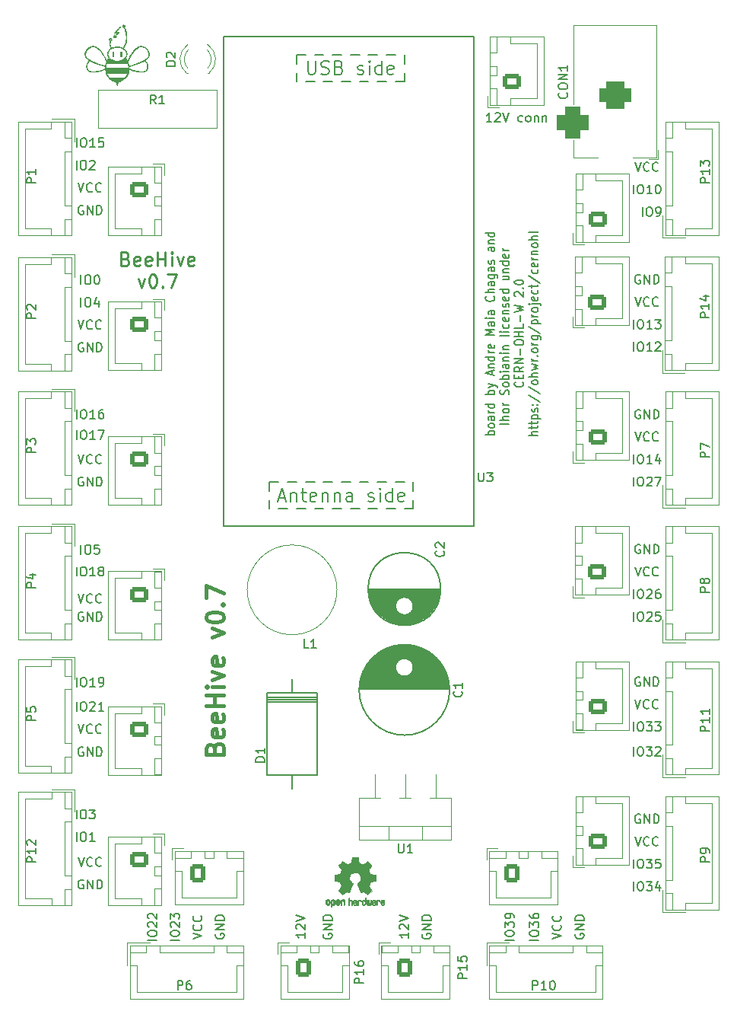
<source format=gto>
G04 #@! TF.GenerationSoftware,KiCad,Pcbnew,(6.0.7)*
G04 #@! TF.CreationDate,2023-05-03T18:52:43+01:00*
G04 #@! TF.ProjectId,beehive,62656568-6976-4652-9e6b-696361645f70,rev?*
G04 #@! TF.SameCoordinates,Original*
G04 #@! TF.FileFunction,Legend,Top*
G04 #@! TF.FilePolarity,Positive*
%FSLAX46Y46*%
G04 Gerber Fmt 4.6, Leading zero omitted, Abs format (unit mm)*
G04 Created by KiCad (PCBNEW (6.0.7)) date 2023-05-03 18:52:43*
%MOMM*%
%LPD*%
G01*
G04 APERTURE LIST*
G04 Aperture macros list*
%AMRoundRect*
0 Rectangle with rounded corners*
0 $1 Rounding radius*
0 $2 $3 $4 $5 $6 $7 $8 $9 X,Y pos of 4 corners*
0 Add a 4 corners polygon primitive as box body*
4,1,4,$2,$3,$4,$5,$6,$7,$8,$9,$2,$3,0*
0 Add four circle primitives for the rounded corners*
1,1,$1+$1,$2,$3*
1,1,$1+$1,$4,$5*
1,1,$1+$1,$6,$7*
1,1,$1+$1,$8,$9*
0 Add four rect primitives between the rounded corners*
20,1,$1+$1,$2,$3,$4,$5,0*
20,1,$1+$1,$4,$5,$6,$7,0*
20,1,$1+$1,$6,$7,$8,$9,0*
20,1,$1+$1,$8,$9,$2,$3,0*%
G04 Aperture macros list end*
%ADD10C,0.150000*%
%ADD11C,0.250000*%
%ADD12C,0.400000*%
%ADD13C,0.120000*%
%ADD14C,0.010000*%
%ADD15C,0.127000*%
%ADD16C,3.200000*%
%ADD17R,1.750000X1.750000*%
%ADD18C,1.750000*%
%ADD19R,3.500000X3.500000*%
%ADD20RoundRect,0.750000X-1.000000X0.750000X-1.000000X-0.750000X1.000000X-0.750000X1.000000X0.750000X0*%
%ADD21RoundRect,0.875000X-0.875000X0.875000X-0.875000X-0.875000X0.875000X-0.875000X0.875000X0.875000X0*%
%ADD22C,1.800000*%
%ADD23R,1.300000X1.300000*%
%ADD24C,1.300000*%
%ADD25R,2.540000X2.540000*%
%ADD26C,2.540000*%
%ADD27RoundRect,0.250000X-0.600000X-0.750000X0.600000X-0.750000X0.600000X0.750000X-0.600000X0.750000X0*%
%ADD28O,1.700000X2.000000*%
%ADD29R,1.800000X1.800000*%
%ADD30O,1.800000X1.800000*%
%ADD31R,1.560000X1.560000*%
%ADD32C,1.560000*%
%ADD33C,2.000000*%
%ADD34RoundRect,0.250000X0.750000X-0.600000X0.750000X0.600000X-0.750000X0.600000X-0.750000X-0.600000X0*%
%ADD35O,2.000000X1.700000*%
%ADD36RoundRect,0.250000X-0.750000X0.600000X-0.750000X-0.600000X0.750000X-0.600000X0.750000X0.600000X0*%
G04 APERTURE END LIST*
D10*
X79000000Y-82000000D02*
X78000000Y-82000000D01*
X77000000Y-82000000D02*
X76000000Y-82000000D01*
X81000000Y-82000000D02*
X80000000Y-82000000D01*
X76000000Y-82000000D02*
X76000000Y-83000000D01*
X76000000Y-84000000D02*
X76000000Y-85000000D01*
X80000000Y-85000000D02*
X79000000Y-85000000D01*
X78000000Y-85000000D02*
X77000000Y-85000000D01*
X92000000Y-85000000D02*
X91000000Y-85000000D01*
X90000000Y-85000000D02*
X89000000Y-85000000D01*
X88000000Y-85000000D02*
X87000000Y-85000000D01*
X86000000Y-85000000D02*
X85000000Y-85000000D01*
X84000000Y-85000000D02*
X83000000Y-85000000D01*
X82000000Y-85000000D02*
X81000000Y-85000000D01*
X80000000Y-34500000D02*
X79000000Y-34500000D01*
X79000000Y-34500000D02*
X79000000Y-35500000D01*
X79000000Y-36500000D02*
X79000000Y-37500000D01*
X81000000Y-37500000D02*
X80000000Y-37500000D01*
X91000000Y-37500000D02*
X90000000Y-37500000D01*
X89000000Y-37500000D02*
X88000000Y-37500000D01*
X87000000Y-37500000D02*
X86000000Y-37500000D01*
X85000000Y-37500000D02*
X84000000Y-37500000D01*
X83000000Y-37500000D02*
X82000000Y-37500000D01*
X91000000Y-34500000D02*
X91000000Y-35500000D01*
X91000000Y-36500000D02*
X91000000Y-37500000D01*
X90000000Y-34500000D02*
X89000000Y-34500000D01*
X88000000Y-34500000D02*
X87000000Y-34500000D01*
X86000000Y-34500000D02*
X85000000Y-34500000D01*
X84000000Y-34500000D02*
X83000000Y-34500000D01*
X82000000Y-34500000D02*
X81000000Y-34500000D01*
X85000000Y-82000000D02*
X84000000Y-82000000D01*
X92000000Y-82000000D02*
X92000000Y-83000000D01*
X83000000Y-82000000D02*
X82000000Y-82000000D01*
X91000000Y-82000000D02*
X90000000Y-82000000D01*
X87000000Y-82000000D02*
X86000000Y-82000000D01*
X92000000Y-84000000D02*
X92000000Y-85000000D01*
X89000000Y-82000000D02*
X88000000Y-82000000D01*
X54666666Y-48752380D02*
X55000000Y-49752380D01*
X55333333Y-48752380D01*
X56238095Y-49657142D02*
X56190476Y-49704761D01*
X56047619Y-49752380D01*
X55952380Y-49752380D01*
X55809523Y-49704761D01*
X55714285Y-49609523D01*
X55666666Y-49514285D01*
X55619047Y-49323809D01*
X55619047Y-49180952D01*
X55666666Y-48990476D01*
X55714285Y-48895238D01*
X55809523Y-48800000D01*
X55952380Y-48752380D01*
X56047619Y-48752380D01*
X56190476Y-48800000D01*
X56238095Y-48847619D01*
X57238095Y-49657142D02*
X57190476Y-49704761D01*
X57047619Y-49752380D01*
X56952380Y-49752380D01*
X56809523Y-49704761D01*
X56714285Y-49609523D01*
X56666666Y-49514285D01*
X56619047Y-49323809D01*
X56619047Y-49180952D01*
X56666666Y-48990476D01*
X56714285Y-48895238D01*
X56809523Y-48800000D01*
X56952380Y-48752380D01*
X57047619Y-48752380D01*
X57190476Y-48800000D01*
X57238095Y-48847619D01*
X54523809Y-44752380D02*
X54523809Y-43752380D01*
X55190476Y-43752380D02*
X55380952Y-43752380D01*
X55476190Y-43800000D01*
X55571428Y-43895238D01*
X55619047Y-44085714D01*
X55619047Y-44419047D01*
X55571428Y-44609523D01*
X55476190Y-44704761D01*
X55380952Y-44752380D01*
X55190476Y-44752380D01*
X55095238Y-44704761D01*
X55000000Y-44609523D01*
X54952380Y-44419047D01*
X54952380Y-44085714D01*
X55000000Y-43895238D01*
X55095238Y-43800000D01*
X55190476Y-43752380D01*
X56571428Y-44752380D02*
X56000000Y-44752380D01*
X56285714Y-44752380D02*
X56285714Y-43752380D01*
X56190476Y-43895238D01*
X56095238Y-43990476D01*
X56000000Y-44038095D01*
X57476190Y-43752380D02*
X57000000Y-43752380D01*
X56952380Y-44228571D01*
X57000000Y-44180952D01*
X57095238Y-44133333D01*
X57333333Y-44133333D01*
X57428571Y-44180952D01*
X57476190Y-44228571D01*
X57523809Y-44323809D01*
X57523809Y-44561904D01*
X57476190Y-44657142D01*
X57428571Y-44704761D01*
X57333333Y-44752380D01*
X57095238Y-44752380D01*
X57000000Y-44704761D01*
X56952380Y-44657142D01*
X54500000Y-47252380D02*
X54500000Y-46252380D01*
X55166666Y-46252380D02*
X55357142Y-46252380D01*
X55452380Y-46300000D01*
X55547619Y-46395238D01*
X55595238Y-46585714D01*
X55595238Y-46919047D01*
X55547619Y-47109523D01*
X55452380Y-47204761D01*
X55357142Y-47252380D01*
X55166666Y-47252380D01*
X55071428Y-47204761D01*
X54976190Y-47109523D01*
X54928571Y-46919047D01*
X54928571Y-46585714D01*
X54976190Y-46395238D01*
X55071428Y-46300000D01*
X55166666Y-46252380D01*
X55976190Y-46347619D02*
X56023809Y-46300000D01*
X56119047Y-46252380D01*
X56357142Y-46252380D01*
X56452380Y-46300000D01*
X56500000Y-46347619D01*
X56547619Y-46442857D01*
X56547619Y-46538095D01*
X56500000Y-46680952D01*
X55928571Y-47252380D01*
X56547619Y-47252380D01*
X54666666Y-64002380D02*
X55000000Y-65002380D01*
X55333333Y-64002380D01*
X56238095Y-64907142D02*
X56190476Y-64954761D01*
X56047619Y-65002380D01*
X55952380Y-65002380D01*
X55809523Y-64954761D01*
X55714285Y-64859523D01*
X55666666Y-64764285D01*
X55619047Y-64573809D01*
X55619047Y-64430952D01*
X55666666Y-64240476D01*
X55714285Y-64145238D01*
X55809523Y-64050000D01*
X55952380Y-64002380D01*
X56047619Y-64002380D01*
X56190476Y-64050000D01*
X56238095Y-64097619D01*
X57238095Y-64907142D02*
X57190476Y-64954761D01*
X57047619Y-65002380D01*
X56952380Y-65002380D01*
X56809523Y-64954761D01*
X56714285Y-64859523D01*
X56666666Y-64764285D01*
X56619047Y-64573809D01*
X56619047Y-64430952D01*
X56666666Y-64240476D01*
X56714285Y-64145238D01*
X56809523Y-64050000D01*
X56952380Y-64002380D01*
X57047619Y-64002380D01*
X57190476Y-64050000D01*
X57238095Y-64097619D01*
X55238095Y-66550000D02*
X55142857Y-66502380D01*
X55000000Y-66502380D01*
X54857142Y-66550000D01*
X54761904Y-66645238D01*
X54714285Y-66740476D01*
X54666666Y-66930952D01*
X54666666Y-67073809D01*
X54714285Y-67264285D01*
X54761904Y-67359523D01*
X54857142Y-67454761D01*
X55000000Y-67502380D01*
X55095238Y-67502380D01*
X55238095Y-67454761D01*
X55285714Y-67407142D01*
X55285714Y-67073809D01*
X55095238Y-67073809D01*
X55714285Y-67502380D02*
X55714285Y-66502380D01*
X56285714Y-67502380D01*
X56285714Y-66502380D01*
X56761904Y-67502380D02*
X56761904Y-66502380D01*
X57000000Y-66502380D01*
X57142857Y-66550000D01*
X57238095Y-66645238D01*
X57285714Y-66740476D01*
X57333333Y-66930952D01*
X57333333Y-67073809D01*
X57285714Y-67264285D01*
X57238095Y-67359523D01*
X57142857Y-67454761D01*
X57000000Y-67502380D01*
X56761904Y-67502380D01*
X55000000Y-62502380D02*
X55000000Y-61502380D01*
X55666666Y-61502380D02*
X55857142Y-61502380D01*
X55952380Y-61550000D01*
X56047619Y-61645238D01*
X56095238Y-61835714D01*
X56095238Y-62169047D01*
X56047619Y-62359523D01*
X55952380Y-62454761D01*
X55857142Y-62502380D01*
X55666666Y-62502380D01*
X55571428Y-62454761D01*
X55476190Y-62359523D01*
X55428571Y-62169047D01*
X55428571Y-61835714D01*
X55476190Y-61645238D01*
X55571428Y-61550000D01*
X55666666Y-61502380D01*
X56952380Y-61835714D02*
X56952380Y-62502380D01*
X56714285Y-61454761D02*
X56476190Y-62169047D01*
X57095238Y-62169047D01*
X55000000Y-60002380D02*
X55000000Y-59002380D01*
X55666666Y-59002380D02*
X55857142Y-59002380D01*
X55952380Y-59050000D01*
X56047619Y-59145238D01*
X56095238Y-59335714D01*
X56095238Y-59669047D01*
X56047619Y-59859523D01*
X55952380Y-59954761D01*
X55857142Y-60002380D01*
X55666666Y-60002380D01*
X55571428Y-59954761D01*
X55476190Y-59859523D01*
X55428571Y-59669047D01*
X55428571Y-59335714D01*
X55476190Y-59145238D01*
X55571428Y-59050000D01*
X55666666Y-59002380D01*
X56714285Y-59002380D02*
X56809523Y-59002380D01*
X56904761Y-59050000D01*
X56952380Y-59097619D01*
X57000000Y-59192857D01*
X57047619Y-59383333D01*
X57047619Y-59621428D01*
X57000000Y-59811904D01*
X56952380Y-59907142D01*
X56904761Y-59954761D01*
X56809523Y-60002380D01*
X56714285Y-60002380D01*
X56619047Y-59954761D01*
X56571428Y-59907142D01*
X56523809Y-59811904D01*
X56476190Y-59621428D01*
X56476190Y-59383333D01*
X56523809Y-59192857D01*
X56571428Y-59097619D01*
X56619047Y-59050000D01*
X56714285Y-59002380D01*
X65952380Y-132976190D02*
X64952380Y-132976190D01*
X64952380Y-132309523D02*
X64952380Y-132119047D01*
X65000000Y-132023809D01*
X65095238Y-131928571D01*
X65285714Y-131880952D01*
X65619047Y-131880952D01*
X65809523Y-131928571D01*
X65904761Y-132023809D01*
X65952380Y-132119047D01*
X65952380Y-132309523D01*
X65904761Y-132404761D01*
X65809523Y-132500000D01*
X65619047Y-132547619D01*
X65285714Y-132547619D01*
X65095238Y-132500000D01*
X65000000Y-132404761D01*
X64952380Y-132309523D01*
X65047619Y-131500000D02*
X65000000Y-131452380D01*
X64952380Y-131357142D01*
X64952380Y-131119047D01*
X65000000Y-131023809D01*
X65047619Y-130976190D01*
X65142857Y-130928571D01*
X65238095Y-130928571D01*
X65380952Y-130976190D01*
X65952380Y-131547619D01*
X65952380Y-130928571D01*
X64952380Y-130595238D02*
X64952380Y-129976190D01*
X65333333Y-130309523D01*
X65333333Y-130166666D01*
X65380952Y-130071428D01*
X65428571Y-130023809D01*
X65523809Y-129976190D01*
X65761904Y-129976190D01*
X65857142Y-130023809D01*
X65904761Y-130071428D01*
X65952380Y-130166666D01*
X65952380Y-130452380D01*
X65904761Y-130547619D01*
X65857142Y-130595238D01*
X63452380Y-132976190D02*
X62452380Y-132976190D01*
X62452380Y-132309523D02*
X62452380Y-132119047D01*
X62500000Y-132023809D01*
X62595238Y-131928571D01*
X62785714Y-131880952D01*
X63119047Y-131880952D01*
X63309523Y-131928571D01*
X63404761Y-132023809D01*
X63452380Y-132119047D01*
X63452380Y-132309523D01*
X63404761Y-132404761D01*
X63309523Y-132500000D01*
X63119047Y-132547619D01*
X62785714Y-132547619D01*
X62595238Y-132500000D01*
X62500000Y-132404761D01*
X62452380Y-132309523D01*
X62547619Y-131500000D02*
X62500000Y-131452380D01*
X62452380Y-131357142D01*
X62452380Y-131119047D01*
X62500000Y-131023809D01*
X62547619Y-130976190D01*
X62642857Y-130928571D01*
X62738095Y-130928571D01*
X62880952Y-130976190D01*
X63452380Y-131547619D01*
X63452380Y-130928571D01*
X62547619Y-130547619D02*
X62500000Y-130500000D01*
X62452380Y-130404761D01*
X62452380Y-130166666D01*
X62500000Y-130071428D01*
X62547619Y-130023809D01*
X62642857Y-129976190D01*
X62738095Y-129976190D01*
X62880952Y-130023809D01*
X63452380Y-130595238D01*
X63452380Y-129976190D01*
X54523809Y-107452380D02*
X54523809Y-106452380D01*
X55190476Y-106452380D02*
X55380952Y-106452380D01*
X55476190Y-106500000D01*
X55571428Y-106595238D01*
X55619047Y-106785714D01*
X55619047Y-107119047D01*
X55571428Y-107309523D01*
X55476190Y-107404761D01*
X55380952Y-107452380D01*
X55190476Y-107452380D01*
X55095238Y-107404761D01*
X55000000Y-107309523D01*
X54952380Y-107119047D01*
X54952380Y-106785714D01*
X55000000Y-106595238D01*
X55095238Y-106500000D01*
X55190476Y-106452380D01*
X56000000Y-106547619D02*
X56047619Y-106500000D01*
X56142857Y-106452380D01*
X56380952Y-106452380D01*
X56476190Y-106500000D01*
X56523809Y-106547619D01*
X56571428Y-106642857D01*
X56571428Y-106738095D01*
X56523809Y-106880952D01*
X55952380Y-107452380D01*
X56571428Y-107452380D01*
X57523809Y-107452380D02*
X56952380Y-107452380D01*
X57238095Y-107452380D02*
X57238095Y-106452380D01*
X57142857Y-106595238D01*
X57047619Y-106690476D01*
X56952380Y-106738095D01*
X54523809Y-104752380D02*
X54523809Y-103752380D01*
X55190476Y-103752380D02*
X55380952Y-103752380D01*
X55476190Y-103800000D01*
X55571428Y-103895238D01*
X55619047Y-104085714D01*
X55619047Y-104419047D01*
X55571428Y-104609523D01*
X55476190Y-104704761D01*
X55380952Y-104752380D01*
X55190476Y-104752380D01*
X55095238Y-104704761D01*
X55000000Y-104609523D01*
X54952380Y-104419047D01*
X54952380Y-104085714D01*
X55000000Y-103895238D01*
X55095238Y-103800000D01*
X55190476Y-103752380D01*
X56571428Y-104752380D02*
X56000000Y-104752380D01*
X56285714Y-104752380D02*
X56285714Y-103752380D01*
X56190476Y-103895238D01*
X56095238Y-103990476D01*
X56000000Y-104038095D01*
X57047619Y-104752380D02*
X57238095Y-104752380D01*
X57333333Y-104704761D01*
X57380952Y-104657142D01*
X57476190Y-104514285D01*
X57523809Y-104323809D01*
X57523809Y-103942857D01*
X57476190Y-103847619D01*
X57428571Y-103800000D01*
X57333333Y-103752380D01*
X57142857Y-103752380D01*
X57047619Y-103800000D01*
X57000000Y-103847619D01*
X56952380Y-103942857D01*
X56952380Y-104180952D01*
X57000000Y-104276190D01*
X57047619Y-104323809D01*
X57142857Y-104371428D01*
X57333333Y-104371428D01*
X57428571Y-104323809D01*
X57476190Y-104276190D01*
X57523809Y-104180952D01*
X116523809Y-97452380D02*
X116523809Y-96452380D01*
X117190476Y-96452380D02*
X117380952Y-96452380D01*
X117476190Y-96500000D01*
X117571428Y-96595238D01*
X117619047Y-96785714D01*
X117619047Y-97119047D01*
X117571428Y-97309523D01*
X117476190Y-97404761D01*
X117380952Y-97452380D01*
X117190476Y-97452380D01*
X117095238Y-97404761D01*
X117000000Y-97309523D01*
X116952380Y-97119047D01*
X116952380Y-96785714D01*
X117000000Y-96595238D01*
X117095238Y-96500000D01*
X117190476Y-96452380D01*
X118000000Y-96547619D02*
X118047619Y-96500000D01*
X118142857Y-96452380D01*
X118380952Y-96452380D01*
X118476190Y-96500000D01*
X118523809Y-96547619D01*
X118571428Y-96642857D01*
X118571428Y-96738095D01*
X118523809Y-96880952D01*
X117952380Y-97452380D01*
X118571428Y-97452380D01*
X119476190Y-96452380D02*
X119000000Y-96452380D01*
X118952380Y-96928571D01*
X119000000Y-96880952D01*
X119095238Y-96833333D01*
X119333333Y-96833333D01*
X119428571Y-96880952D01*
X119476190Y-96928571D01*
X119523809Y-97023809D01*
X119523809Y-97261904D01*
X119476190Y-97357142D01*
X119428571Y-97404761D01*
X119333333Y-97452380D01*
X119095238Y-97452380D01*
X119000000Y-97404761D01*
X118952380Y-97357142D01*
X116523809Y-94952380D02*
X116523809Y-93952380D01*
X117190476Y-93952380D02*
X117380952Y-93952380D01*
X117476190Y-94000000D01*
X117571428Y-94095238D01*
X117619047Y-94285714D01*
X117619047Y-94619047D01*
X117571428Y-94809523D01*
X117476190Y-94904761D01*
X117380952Y-94952380D01*
X117190476Y-94952380D01*
X117095238Y-94904761D01*
X117000000Y-94809523D01*
X116952380Y-94619047D01*
X116952380Y-94285714D01*
X117000000Y-94095238D01*
X117095238Y-94000000D01*
X117190476Y-93952380D01*
X118000000Y-94047619D02*
X118047619Y-94000000D01*
X118142857Y-93952380D01*
X118380952Y-93952380D01*
X118476190Y-94000000D01*
X118523809Y-94047619D01*
X118571428Y-94142857D01*
X118571428Y-94238095D01*
X118523809Y-94380952D01*
X117952380Y-94952380D01*
X118571428Y-94952380D01*
X119428571Y-93952380D02*
X119238095Y-93952380D01*
X119142857Y-94000000D01*
X119095238Y-94047619D01*
X119000000Y-94190476D01*
X118952380Y-94380952D01*
X118952380Y-94761904D01*
X119000000Y-94857142D01*
X119047619Y-94904761D01*
X119142857Y-94952380D01*
X119333333Y-94952380D01*
X119428571Y-94904761D01*
X119476190Y-94857142D01*
X119523809Y-94761904D01*
X119523809Y-94523809D01*
X119476190Y-94428571D01*
X119428571Y-94380952D01*
X119333333Y-94333333D01*
X119142857Y-94333333D01*
X119047619Y-94380952D01*
X119000000Y-94428571D01*
X118952380Y-94523809D01*
X116523809Y-82452380D02*
X116523809Y-81452380D01*
X117190476Y-81452380D02*
X117380952Y-81452380D01*
X117476190Y-81500000D01*
X117571428Y-81595238D01*
X117619047Y-81785714D01*
X117619047Y-82119047D01*
X117571428Y-82309523D01*
X117476190Y-82404761D01*
X117380952Y-82452380D01*
X117190476Y-82452380D01*
X117095238Y-82404761D01*
X117000000Y-82309523D01*
X116952380Y-82119047D01*
X116952380Y-81785714D01*
X117000000Y-81595238D01*
X117095238Y-81500000D01*
X117190476Y-81452380D01*
X118000000Y-81547619D02*
X118047619Y-81500000D01*
X118142857Y-81452380D01*
X118380952Y-81452380D01*
X118476190Y-81500000D01*
X118523809Y-81547619D01*
X118571428Y-81642857D01*
X118571428Y-81738095D01*
X118523809Y-81880952D01*
X117952380Y-82452380D01*
X118571428Y-82452380D01*
X118904761Y-81452380D02*
X119571428Y-81452380D01*
X119142857Y-82452380D01*
X116523809Y-79952380D02*
X116523809Y-78952380D01*
X117190476Y-78952380D02*
X117380952Y-78952380D01*
X117476190Y-79000000D01*
X117571428Y-79095238D01*
X117619047Y-79285714D01*
X117619047Y-79619047D01*
X117571428Y-79809523D01*
X117476190Y-79904761D01*
X117380952Y-79952380D01*
X117190476Y-79952380D01*
X117095238Y-79904761D01*
X117000000Y-79809523D01*
X116952380Y-79619047D01*
X116952380Y-79285714D01*
X117000000Y-79095238D01*
X117095238Y-79000000D01*
X117190476Y-78952380D01*
X118571428Y-79952380D02*
X118000000Y-79952380D01*
X118285714Y-79952380D02*
X118285714Y-78952380D01*
X118190476Y-79095238D01*
X118095238Y-79190476D01*
X118000000Y-79238095D01*
X119428571Y-79285714D02*
X119428571Y-79952380D01*
X119190476Y-78904761D02*
X118952380Y-79619047D01*
X119571428Y-79619047D01*
X116523809Y-127452380D02*
X116523809Y-126452380D01*
X117190476Y-126452380D02*
X117380952Y-126452380D01*
X117476190Y-126500000D01*
X117571428Y-126595238D01*
X117619047Y-126785714D01*
X117619047Y-127119047D01*
X117571428Y-127309523D01*
X117476190Y-127404761D01*
X117380952Y-127452380D01*
X117190476Y-127452380D01*
X117095238Y-127404761D01*
X117000000Y-127309523D01*
X116952380Y-127119047D01*
X116952380Y-126785714D01*
X117000000Y-126595238D01*
X117095238Y-126500000D01*
X117190476Y-126452380D01*
X117952380Y-126452380D02*
X118571428Y-126452380D01*
X118238095Y-126833333D01*
X118380952Y-126833333D01*
X118476190Y-126880952D01*
X118523809Y-126928571D01*
X118571428Y-127023809D01*
X118571428Y-127261904D01*
X118523809Y-127357142D01*
X118476190Y-127404761D01*
X118380952Y-127452380D01*
X118095238Y-127452380D01*
X118000000Y-127404761D01*
X117952380Y-127357142D01*
X119428571Y-126785714D02*
X119428571Y-127452380D01*
X119190476Y-126404761D02*
X118952380Y-127119047D01*
X119571428Y-127119047D01*
X116523809Y-124952380D02*
X116523809Y-123952380D01*
X117190476Y-123952380D02*
X117380952Y-123952380D01*
X117476190Y-124000000D01*
X117571428Y-124095238D01*
X117619047Y-124285714D01*
X117619047Y-124619047D01*
X117571428Y-124809523D01*
X117476190Y-124904761D01*
X117380952Y-124952380D01*
X117190476Y-124952380D01*
X117095238Y-124904761D01*
X117000000Y-124809523D01*
X116952380Y-124619047D01*
X116952380Y-124285714D01*
X117000000Y-124095238D01*
X117095238Y-124000000D01*
X117190476Y-123952380D01*
X117952380Y-123952380D02*
X118571428Y-123952380D01*
X118238095Y-124333333D01*
X118380952Y-124333333D01*
X118476190Y-124380952D01*
X118523809Y-124428571D01*
X118571428Y-124523809D01*
X118571428Y-124761904D01*
X118523809Y-124857142D01*
X118476190Y-124904761D01*
X118380952Y-124952380D01*
X118095238Y-124952380D01*
X118000000Y-124904761D01*
X117952380Y-124857142D01*
X119476190Y-123952380D02*
X119000000Y-123952380D01*
X118952380Y-124428571D01*
X119000000Y-124380952D01*
X119095238Y-124333333D01*
X119333333Y-124333333D01*
X119428571Y-124380952D01*
X119476190Y-124428571D01*
X119523809Y-124523809D01*
X119523809Y-124761904D01*
X119476190Y-124857142D01*
X119428571Y-124904761D01*
X119333333Y-124952380D01*
X119095238Y-124952380D01*
X119000000Y-124904761D01*
X118952380Y-124857142D01*
X117238095Y-119000000D02*
X117142857Y-118952380D01*
X117000000Y-118952380D01*
X116857142Y-119000000D01*
X116761904Y-119095238D01*
X116714285Y-119190476D01*
X116666666Y-119380952D01*
X116666666Y-119523809D01*
X116714285Y-119714285D01*
X116761904Y-119809523D01*
X116857142Y-119904761D01*
X117000000Y-119952380D01*
X117095238Y-119952380D01*
X117238095Y-119904761D01*
X117285714Y-119857142D01*
X117285714Y-119523809D01*
X117095238Y-119523809D01*
X117714285Y-119952380D02*
X117714285Y-118952380D01*
X118285714Y-119952380D01*
X118285714Y-118952380D01*
X118761904Y-119952380D02*
X118761904Y-118952380D01*
X119000000Y-118952380D01*
X119142857Y-119000000D01*
X119238095Y-119095238D01*
X119285714Y-119190476D01*
X119333333Y-119380952D01*
X119333333Y-119523809D01*
X119285714Y-119714285D01*
X119238095Y-119809523D01*
X119142857Y-119904761D01*
X119000000Y-119952380D01*
X118761904Y-119952380D01*
X116666666Y-121452380D02*
X117000000Y-122452380D01*
X117333333Y-121452380D01*
X118238095Y-122357142D02*
X118190476Y-122404761D01*
X118047619Y-122452380D01*
X117952380Y-122452380D01*
X117809523Y-122404761D01*
X117714285Y-122309523D01*
X117666666Y-122214285D01*
X117619047Y-122023809D01*
X117619047Y-121880952D01*
X117666666Y-121690476D01*
X117714285Y-121595238D01*
X117809523Y-121500000D01*
X117952380Y-121452380D01*
X118047619Y-121452380D01*
X118190476Y-121500000D01*
X118238095Y-121547619D01*
X119238095Y-122357142D02*
X119190476Y-122404761D01*
X119047619Y-122452380D01*
X118952380Y-122452380D01*
X118809523Y-122404761D01*
X118714285Y-122309523D01*
X118666666Y-122214285D01*
X118619047Y-122023809D01*
X118619047Y-121880952D01*
X118666666Y-121690476D01*
X118714285Y-121595238D01*
X118809523Y-121500000D01*
X118952380Y-121452380D01*
X119047619Y-121452380D01*
X119190476Y-121500000D01*
X119238095Y-121547619D01*
X116523809Y-109702380D02*
X116523809Y-108702380D01*
X117190476Y-108702380D02*
X117380952Y-108702380D01*
X117476190Y-108750000D01*
X117571428Y-108845238D01*
X117619047Y-109035714D01*
X117619047Y-109369047D01*
X117571428Y-109559523D01*
X117476190Y-109654761D01*
X117380952Y-109702380D01*
X117190476Y-109702380D01*
X117095238Y-109654761D01*
X117000000Y-109559523D01*
X116952380Y-109369047D01*
X116952380Y-109035714D01*
X117000000Y-108845238D01*
X117095238Y-108750000D01*
X117190476Y-108702380D01*
X117952380Y-108702380D02*
X118571428Y-108702380D01*
X118238095Y-109083333D01*
X118380952Y-109083333D01*
X118476190Y-109130952D01*
X118523809Y-109178571D01*
X118571428Y-109273809D01*
X118571428Y-109511904D01*
X118523809Y-109607142D01*
X118476190Y-109654761D01*
X118380952Y-109702380D01*
X118095238Y-109702380D01*
X118000000Y-109654761D01*
X117952380Y-109607142D01*
X118904761Y-108702380D02*
X119523809Y-108702380D01*
X119190476Y-109083333D01*
X119333333Y-109083333D01*
X119428571Y-109130952D01*
X119476190Y-109178571D01*
X119523809Y-109273809D01*
X119523809Y-109511904D01*
X119476190Y-109607142D01*
X119428571Y-109654761D01*
X119333333Y-109702380D01*
X119047619Y-109702380D01*
X118952380Y-109654761D01*
X118904761Y-109607142D01*
X116523809Y-112452380D02*
X116523809Y-111452380D01*
X117190476Y-111452380D02*
X117380952Y-111452380D01*
X117476190Y-111500000D01*
X117571428Y-111595238D01*
X117619047Y-111785714D01*
X117619047Y-112119047D01*
X117571428Y-112309523D01*
X117476190Y-112404761D01*
X117380952Y-112452380D01*
X117190476Y-112452380D01*
X117095238Y-112404761D01*
X117000000Y-112309523D01*
X116952380Y-112119047D01*
X116952380Y-111785714D01*
X117000000Y-111595238D01*
X117095238Y-111500000D01*
X117190476Y-111452380D01*
X117952380Y-111452380D02*
X118571428Y-111452380D01*
X118238095Y-111833333D01*
X118380952Y-111833333D01*
X118476190Y-111880952D01*
X118523809Y-111928571D01*
X118571428Y-112023809D01*
X118571428Y-112261904D01*
X118523809Y-112357142D01*
X118476190Y-112404761D01*
X118380952Y-112452380D01*
X118095238Y-112452380D01*
X118000000Y-112404761D01*
X117952380Y-112357142D01*
X118952380Y-111547619D02*
X119000000Y-111500000D01*
X119095238Y-111452380D01*
X119333333Y-111452380D01*
X119428571Y-111500000D01*
X119476190Y-111547619D01*
X119523809Y-111642857D01*
X119523809Y-111738095D01*
X119476190Y-111880952D01*
X118904761Y-112452380D01*
X119523809Y-112452380D01*
X116641666Y-106202380D02*
X116975000Y-107202380D01*
X117308333Y-106202380D01*
X118213095Y-107107142D02*
X118165476Y-107154761D01*
X118022619Y-107202380D01*
X117927380Y-107202380D01*
X117784523Y-107154761D01*
X117689285Y-107059523D01*
X117641666Y-106964285D01*
X117594047Y-106773809D01*
X117594047Y-106630952D01*
X117641666Y-106440476D01*
X117689285Y-106345238D01*
X117784523Y-106250000D01*
X117927380Y-106202380D01*
X118022619Y-106202380D01*
X118165476Y-106250000D01*
X118213095Y-106297619D01*
X119213095Y-107107142D02*
X119165476Y-107154761D01*
X119022619Y-107202380D01*
X118927380Y-107202380D01*
X118784523Y-107154761D01*
X118689285Y-107059523D01*
X118641666Y-106964285D01*
X118594047Y-106773809D01*
X118594047Y-106630952D01*
X118641666Y-106440476D01*
X118689285Y-106345238D01*
X118784523Y-106250000D01*
X118927380Y-106202380D01*
X119022619Y-106202380D01*
X119165476Y-106250000D01*
X119213095Y-106297619D01*
X116666666Y-46452380D02*
X117000000Y-47452380D01*
X117333333Y-46452380D01*
X118238095Y-47357142D02*
X118190476Y-47404761D01*
X118047619Y-47452380D01*
X117952380Y-47452380D01*
X117809523Y-47404761D01*
X117714285Y-47309523D01*
X117666666Y-47214285D01*
X117619047Y-47023809D01*
X117619047Y-46880952D01*
X117666666Y-46690476D01*
X117714285Y-46595238D01*
X117809523Y-46500000D01*
X117952380Y-46452380D01*
X118047619Y-46452380D01*
X118190476Y-46500000D01*
X118238095Y-46547619D01*
X119238095Y-47357142D02*
X119190476Y-47404761D01*
X119047619Y-47452380D01*
X118952380Y-47452380D01*
X118809523Y-47404761D01*
X118714285Y-47309523D01*
X118666666Y-47214285D01*
X118619047Y-47023809D01*
X118619047Y-46880952D01*
X118666666Y-46690476D01*
X118714285Y-46595238D01*
X118809523Y-46500000D01*
X118952380Y-46452380D01*
X119047619Y-46452380D01*
X119190476Y-46500000D01*
X119238095Y-46547619D01*
X116523809Y-49952380D02*
X116523809Y-48952380D01*
X117190476Y-48952380D02*
X117380952Y-48952380D01*
X117476190Y-49000000D01*
X117571428Y-49095238D01*
X117619047Y-49285714D01*
X117619047Y-49619047D01*
X117571428Y-49809523D01*
X117476190Y-49904761D01*
X117380952Y-49952380D01*
X117190476Y-49952380D01*
X117095238Y-49904761D01*
X117000000Y-49809523D01*
X116952380Y-49619047D01*
X116952380Y-49285714D01*
X117000000Y-49095238D01*
X117095238Y-49000000D01*
X117190476Y-48952380D01*
X118571428Y-49952380D02*
X118000000Y-49952380D01*
X118285714Y-49952380D02*
X118285714Y-48952380D01*
X118190476Y-49095238D01*
X118095238Y-49190476D01*
X118000000Y-49238095D01*
X119190476Y-48952380D02*
X119285714Y-48952380D01*
X119380952Y-49000000D01*
X119428571Y-49047619D01*
X119476190Y-49142857D01*
X119523809Y-49333333D01*
X119523809Y-49571428D01*
X119476190Y-49761904D01*
X119428571Y-49857142D01*
X119380952Y-49904761D01*
X119285714Y-49952380D01*
X119190476Y-49952380D01*
X119095238Y-49904761D01*
X119047619Y-49857142D01*
X119000000Y-49761904D01*
X118952380Y-49571428D01*
X118952380Y-49333333D01*
X119000000Y-49142857D01*
X119047619Y-49047619D01*
X119095238Y-49000000D01*
X119190476Y-48952380D01*
X117500000Y-52452380D02*
X117500000Y-51452380D01*
X118166666Y-51452380D02*
X118357142Y-51452380D01*
X118452380Y-51500000D01*
X118547619Y-51595238D01*
X118595238Y-51785714D01*
X118595238Y-52119047D01*
X118547619Y-52309523D01*
X118452380Y-52404761D01*
X118357142Y-52452380D01*
X118166666Y-52452380D01*
X118071428Y-52404761D01*
X117976190Y-52309523D01*
X117928571Y-52119047D01*
X117928571Y-51785714D01*
X117976190Y-51595238D01*
X118071428Y-51500000D01*
X118166666Y-51452380D01*
X119071428Y-52452380D02*
X119261904Y-52452380D01*
X119357142Y-52404761D01*
X119404761Y-52357142D01*
X119500000Y-52214285D01*
X119547619Y-52023809D01*
X119547619Y-51642857D01*
X119500000Y-51547619D01*
X119452380Y-51500000D01*
X119357142Y-51452380D01*
X119166666Y-51452380D01*
X119071428Y-51500000D01*
X119023809Y-51547619D01*
X118976190Y-51642857D01*
X118976190Y-51880952D01*
X119023809Y-51976190D01*
X119071428Y-52023809D01*
X119166666Y-52071428D01*
X119357142Y-52071428D01*
X119452380Y-52023809D01*
X119500000Y-51976190D01*
X119547619Y-51880952D01*
X82000000Y-132261904D02*
X81952380Y-132357142D01*
X81952380Y-132500000D01*
X82000000Y-132642857D01*
X82095238Y-132738095D01*
X82190476Y-132785714D01*
X82380952Y-132833333D01*
X82523809Y-132833333D01*
X82714285Y-132785714D01*
X82809523Y-132738095D01*
X82904761Y-132642857D01*
X82952380Y-132500000D01*
X82952380Y-132404761D01*
X82904761Y-132261904D01*
X82857142Y-132214285D01*
X82523809Y-132214285D01*
X82523809Y-132404761D01*
X82952380Y-131785714D02*
X81952380Y-131785714D01*
X82952380Y-131214285D01*
X81952380Y-131214285D01*
X82952380Y-130738095D02*
X81952380Y-130738095D01*
X81952380Y-130500000D01*
X82000000Y-130357142D01*
X82095238Y-130261904D01*
X82190476Y-130214285D01*
X82380952Y-130166666D01*
X82523809Y-130166666D01*
X82714285Y-130214285D01*
X82809523Y-130261904D01*
X82904761Y-130357142D01*
X82952380Y-130500000D01*
X82952380Y-130738095D01*
X54500000Y-119452380D02*
X54500000Y-118452380D01*
X55166666Y-118452380D02*
X55357142Y-118452380D01*
X55452380Y-118500000D01*
X55547619Y-118595238D01*
X55595238Y-118785714D01*
X55595238Y-119119047D01*
X55547619Y-119309523D01*
X55452380Y-119404761D01*
X55357142Y-119452380D01*
X55166666Y-119452380D01*
X55071428Y-119404761D01*
X54976190Y-119309523D01*
X54928571Y-119119047D01*
X54928571Y-118785714D01*
X54976190Y-118595238D01*
X55071428Y-118500000D01*
X55166666Y-118452380D01*
X55928571Y-118452380D02*
X56547619Y-118452380D01*
X56214285Y-118833333D01*
X56357142Y-118833333D01*
X56452380Y-118880952D01*
X56500000Y-118928571D01*
X56547619Y-119023809D01*
X56547619Y-119261904D01*
X56500000Y-119357142D01*
X56452380Y-119404761D01*
X56357142Y-119452380D01*
X56071428Y-119452380D01*
X55976190Y-119404761D01*
X55928571Y-119357142D01*
X79952380Y-132119047D02*
X79952380Y-132690476D01*
X79952380Y-132404761D02*
X78952380Y-132404761D01*
X79095238Y-132500000D01*
X79190476Y-132595238D01*
X79238095Y-132690476D01*
X79047619Y-131738095D02*
X79000000Y-131690476D01*
X78952380Y-131595238D01*
X78952380Y-131357142D01*
X79000000Y-131261904D01*
X79047619Y-131214285D01*
X79142857Y-131166666D01*
X79238095Y-131166666D01*
X79380952Y-131214285D01*
X79952380Y-131785714D01*
X79952380Y-131166666D01*
X78952380Y-130880952D02*
X79952380Y-130547619D01*
X78952380Y-130214285D01*
X54500000Y-121952380D02*
X54500000Y-120952380D01*
X55166666Y-120952380D02*
X55357142Y-120952380D01*
X55452380Y-121000000D01*
X55547619Y-121095238D01*
X55595238Y-121285714D01*
X55595238Y-121619047D01*
X55547619Y-121809523D01*
X55452380Y-121904761D01*
X55357142Y-121952380D01*
X55166666Y-121952380D01*
X55071428Y-121904761D01*
X54976190Y-121809523D01*
X54928571Y-121619047D01*
X54928571Y-121285714D01*
X54976190Y-121095238D01*
X55071428Y-121000000D01*
X55166666Y-120952380D01*
X56547619Y-121952380D02*
X55976190Y-121952380D01*
X56261904Y-121952380D02*
X56261904Y-120952380D01*
X56166666Y-121095238D01*
X56071428Y-121190476D01*
X55976190Y-121238095D01*
X116666666Y-76452380D02*
X117000000Y-77452380D01*
X117333333Y-76452380D01*
X118238095Y-77357142D02*
X118190476Y-77404761D01*
X118047619Y-77452380D01*
X117952380Y-77452380D01*
X117809523Y-77404761D01*
X117714285Y-77309523D01*
X117666666Y-77214285D01*
X117619047Y-77023809D01*
X117619047Y-76880952D01*
X117666666Y-76690476D01*
X117714285Y-76595238D01*
X117809523Y-76500000D01*
X117952380Y-76452380D01*
X118047619Y-76452380D01*
X118190476Y-76500000D01*
X118238095Y-76547619D01*
X119238095Y-77357142D02*
X119190476Y-77404761D01*
X119047619Y-77452380D01*
X118952380Y-77452380D01*
X118809523Y-77404761D01*
X118714285Y-77309523D01*
X118666666Y-77214285D01*
X118619047Y-77023809D01*
X118619047Y-76880952D01*
X118666666Y-76690476D01*
X118714285Y-76595238D01*
X118809523Y-76500000D01*
X118952380Y-76452380D01*
X119047619Y-76452380D01*
X119190476Y-76500000D01*
X119238095Y-76547619D01*
X117238095Y-89000000D02*
X117142857Y-88952380D01*
X117000000Y-88952380D01*
X116857142Y-89000000D01*
X116761904Y-89095238D01*
X116714285Y-89190476D01*
X116666666Y-89380952D01*
X116666666Y-89523809D01*
X116714285Y-89714285D01*
X116761904Y-89809523D01*
X116857142Y-89904761D01*
X117000000Y-89952380D01*
X117095238Y-89952380D01*
X117238095Y-89904761D01*
X117285714Y-89857142D01*
X117285714Y-89523809D01*
X117095238Y-89523809D01*
X117714285Y-89952380D02*
X117714285Y-88952380D01*
X118285714Y-89952380D01*
X118285714Y-88952380D01*
X118761904Y-89952380D02*
X118761904Y-88952380D01*
X119000000Y-88952380D01*
X119142857Y-89000000D01*
X119238095Y-89095238D01*
X119285714Y-89190476D01*
X119333333Y-89380952D01*
X119333333Y-89523809D01*
X119285714Y-89714285D01*
X119238095Y-89809523D01*
X119142857Y-89904761D01*
X119000000Y-89952380D01*
X118761904Y-89952380D01*
X116666666Y-91452380D02*
X117000000Y-92452380D01*
X117333333Y-91452380D01*
X118238095Y-92357142D02*
X118190476Y-92404761D01*
X118047619Y-92452380D01*
X117952380Y-92452380D01*
X117809523Y-92404761D01*
X117714285Y-92309523D01*
X117666666Y-92214285D01*
X117619047Y-92023809D01*
X117619047Y-91880952D01*
X117666666Y-91690476D01*
X117714285Y-91595238D01*
X117809523Y-91500000D01*
X117952380Y-91452380D01*
X118047619Y-91452380D01*
X118190476Y-91500000D01*
X118238095Y-91547619D01*
X119238095Y-92357142D02*
X119190476Y-92404761D01*
X119047619Y-92452380D01*
X118952380Y-92452380D01*
X118809523Y-92404761D01*
X118714285Y-92309523D01*
X118666666Y-92214285D01*
X118619047Y-92023809D01*
X118619047Y-91880952D01*
X118666666Y-91690476D01*
X118714285Y-91595238D01*
X118809523Y-91500000D01*
X118952380Y-91452380D01*
X119047619Y-91452380D01*
X119190476Y-91500000D01*
X119238095Y-91547619D01*
X117238095Y-74000000D02*
X117142857Y-73952380D01*
X117000000Y-73952380D01*
X116857142Y-74000000D01*
X116761904Y-74095238D01*
X116714285Y-74190476D01*
X116666666Y-74380952D01*
X116666666Y-74523809D01*
X116714285Y-74714285D01*
X116761904Y-74809523D01*
X116857142Y-74904761D01*
X117000000Y-74952380D01*
X117095238Y-74952380D01*
X117238095Y-74904761D01*
X117285714Y-74857142D01*
X117285714Y-74523809D01*
X117095238Y-74523809D01*
X117714285Y-74952380D02*
X117714285Y-73952380D01*
X118285714Y-74952380D01*
X118285714Y-73952380D01*
X118761904Y-74952380D02*
X118761904Y-73952380D01*
X119000000Y-73952380D01*
X119142857Y-74000000D01*
X119238095Y-74095238D01*
X119285714Y-74190476D01*
X119333333Y-74380952D01*
X119333333Y-74523809D01*
X119285714Y-74714285D01*
X119238095Y-74809523D01*
X119142857Y-74904761D01*
X119000000Y-74952380D01*
X118761904Y-74952380D01*
X54691666Y-123752380D02*
X55025000Y-124752380D01*
X55358333Y-123752380D01*
X56263095Y-124657142D02*
X56215476Y-124704761D01*
X56072619Y-124752380D01*
X55977380Y-124752380D01*
X55834523Y-124704761D01*
X55739285Y-124609523D01*
X55691666Y-124514285D01*
X55644047Y-124323809D01*
X55644047Y-124180952D01*
X55691666Y-123990476D01*
X55739285Y-123895238D01*
X55834523Y-123800000D01*
X55977380Y-123752380D01*
X56072619Y-123752380D01*
X56215476Y-123800000D01*
X56263095Y-123847619D01*
X57263095Y-124657142D02*
X57215476Y-124704761D01*
X57072619Y-124752380D01*
X56977380Y-124752380D01*
X56834523Y-124704761D01*
X56739285Y-124609523D01*
X56691666Y-124514285D01*
X56644047Y-124323809D01*
X56644047Y-124180952D01*
X56691666Y-123990476D01*
X56739285Y-123895238D01*
X56834523Y-123800000D01*
X56977380Y-123752380D01*
X57072619Y-123752380D01*
X57215476Y-123800000D01*
X57263095Y-123847619D01*
X55263095Y-126300000D02*
X55167857Y-126252380D01*
X55025000Y-126252380D01*
X54882142Y-126300000D01*
X54786904Y-126395238D01*
X54739285Y-126490476D01*
X54691666Y-126680952D01*
X54691666Y-126823809D01*
X54739285Y-127014285D01*
X54786904Y-127109523D01*
X54882142Y-127204761D01*
X55025000Y-127252380D01*
X55120238Y-127252380D01*
X55263095Y-127204761D01*
X55310714Y-127157142D01*
X55310714Y-126823809D01*
X55120238Y-126823809D01*
X55739285Y-127252380D02*
X55739285Y-126252380D01*
X56310714Y-127252380D01*
X56310714Y-126252380D01*
X56786904Y-127252380D02*
X56786904Y-126252380D01*
X57025000Y-126252380D01*
X57167857Y-126300000D01*
X57263095Y-126395238D01*
X57310714Y-126490476D01*
X57358333Y-126680952D01*
X57358333Y-126823809D01*
X57310714Y-127014285D01*
X57263095Y-127109523D01*
X57167857Y-127204761D01*
X57025000Y-127252380D01*
X56786904Y-127252380D01*
X80250000Y-35178571D02*
X80250000Y-36392857D01*
X80321428Y-36535714D01*
X80392857Y-36607142D01*
X80535714Y-36678571D01*
X80821428Y-36678571D01*
X80964285Y-36607142D01*
X81035714Y-36535714D01*
X81107142Y-36392857D01*
X81107142Y-35178571D01*
X81750000Y-36607142D02*
X81964285Y-36678571D01*
X82321428Y-36678571D01*
X82464285Y-36607142D01*
X82535714Y-36535714D01*
X82607142Y-36392857D01*
X82607142Y-36250000D01*
X82535714Y-36107142D01*
X82464285Y-36035714D01*
X82321428Y-35964285D01*
X82035714Y-35892857D01*
X81892857Y-35821428D01*
X81821428Y-35750000D01*
X81750000Y-35607142D01*
X81750000Y-35464285D01*
X81821428Y-35321428D01*
X81892857Y-35250000D01*
X82035714Y-35178571D01*
X82392857Y-35178571D01*
X82607142Y-35250000D01*
X83750000Y-35892857D02*
X83964285Y-35964285D01*
X84035714Y-36035714D01*
X84107142Y-36178571D01*
X84107142Y-36392857D01*
X84035714Y-36535714D01*
X83964285Y-36607142D01*
X83821428Y-36678571D01*
X83250000Y-36678571D01*
X83250000Y-35178571D01*
X83750000Y-35178571D01*
X83892857Y-35250000D01*
X83964285Y-35321428D01*
X84035714Y-35464285D01*
X84035714Y-35607142D01*
X83964285Y-35750000D01*
X83892857Y-35821428D01*
X83750000Y-35892857D01*
X83250000Y-35892857D01*
X85821428Y-36607142D02*
X85964285Y-36678571D01*
X86250000Y-36678571D01*
X86392857Y-36607142D01*
X86464285Y-36464285D01*
X86464285Y-36392857D01*
X86392857Y-36250000D01*
X86250000Y-36178571D01*
X86035714Y-36178571D01*
X85892857Y-36107142D01*
X85821428Y-35964285D01*
X85821428Y-35892857D01*
X85892857Y-35750000D01*
X86035714Y-35678571D01*
X86250000Y-35678571D01*
X86392857Y-35750000D01*
X87107142Y-36678571D02*
X87107142Y-35678571D01*
X87107142Y-35178571D02*
X87035714Y-35250000D01*
X87107142Y-35321428D01*
X87178571Y-35250000D01*
X87107142Y-35178571D01*
X87107142Y-35321428D01*
X88464285Y-36678571D02*
X88464285Y-35178571D01*
X88464285Y-36607142D02*
X88321428Y-36678571D01*
X88035714Y-36678571D01*
X87892857Y-36607142D01*
X87821428Y-36535714D01*
X87750000Y-36392857D01*
X87750000Y-35964285D01*
X87821428Y-35821428D01*
X87892857Y-35750000D01*
X88035714Y-35678571D01*
X88321428Y-35678571D01*
X88464285Y-35750000D01*
X89750000Y-36607142D02*
X89607142Y-36678571D01*
X89321428Y-36678571D01*
X89178571Y-36607142D01*
X89107142Y-36464285D01*
X89107142Y-35892857D01*
X89178571Y-35750000D01*
X89321428Y-35678571D01*
X89607142Y-35678571D01*
X89750000Y-35750000D01*
X89821428Y-35892857D01*
X89821428Y-36035714D01*
X89107142Y-36178571D01*
X93000000Y-132261904D02*
X92952380Y-132357142D01*
X92952380Y-132500000D01*
X93000000Y-132642857D01*
X93095238Y-132738095D01*
X93190476Y-132785714D01*
X93380952Y-132833333D01*
X93523809Y-132833333D01*
X93714285Y-132785714D01*
X93809523Y-132738095D01*
X93904761Y-132642857D01*
X93952380Y-132500000D01*
X93952380Y-132404761D01*
X93904761Y-132261904D01*
X93857142Y-132214285D01*
X93523809Y-132214285D01*
X93523809Y-132404761D01*
X93952380Y-131785714D02*
X92952380Y-131785714D01*
X93952380Y-131214285D01*
X92952380Y-131214285D01*
X93952380Y-130738095D02*
X92952380Y-130738095D01*
X92952380Y-130500000D01*
X93000000Y-130357142D01*
X93095238Y-130261904D01*
X93190476Y-130214285D01*
X93380952Y-130166666D01*
X93523809Y-130166666D01*
X93714285Y-130214285D01*
X93809523Y-130261904D01*
X93904761Y-130357142D01*
X93952380Y-130500000D01*
X93952380Y-130738095D01*
X91452380Y-132119047D02*
X91452380Y-132690476D01*
X91452380Y-132404761D02*
X90452380Y-132404761D01*
X90595238Y-132500000D01*
X90690476Y-132595238D01*
X90738095Y-132690476D01*
X90547619Y-131738095D02*
X90500000Y-131690476D01*
X90452380Y-131595238D01*
X90452380Y-131357142D01*
X90500000Y-131261904D01*
X90547619Y-131214285D01*
X90642857Y-131166666D01*
X90738095Y-131166666D01*
X90880952Y-131214285D01*
X91452380Y-131785714D01*
X91452380Y-131166666D01*
X90452380Y-130880952D02*
X91452380Y-130547619D01*
X90452380Y-130214285D01*
D11*
X59964285Y-57185357D02*
X60178571Y-57256785D01*
X60250000Y-57328214D01*
X60321428Y-57471071D01*
X60321428Y-57685357D01*
X60250000Y-57828214D01*
X60178571Y-57899642D01*
X60035714Y-57971071D01*
X59464285Y-57971071D01*
X59464285Y-56471071D01*
X59964285Y-56471071D01*
X60107142Y-56542500D01*
X60178571Y-56613928D01*
X60250000Y-56756785D01*
X60250000Y-56899642D01*
X60178571Y-57042500D01*
X60107142Y-57113928D01*
X59964285Y-57185357D01*
X59464285Y-57185357D01*
X61535714Y-57899642D02*
X61392857Y-57971071D01*
X61107142Y-57971071D01*
X60964285Y-57899642D01*
X60892857Y-57756785D01*
X60892857Y-57185357D01*
X60964285Y-57042500D01*
X61107142Y-56971071D01*
X61392857Y-56971071D01*
X61535714Y-57042500D01*
X61607142Y-57185357D01*
X61607142Y-57328214D01*
X60892857Y-57471071D01*
X62821428Y-57899642D02*
X62678571Y-57971071D01*
X62392857Y-57971071D01*
X62250000Y-57899642D01*
X62178571Y-57756785D01*
X62178571Y-57185357D01*
X62250000Y-57042500D01*
X62392857Y-56971071D01*
X62678571Y-56971071D01*
X62821428Y-57042500D01*
X62892857Y-57185357D01*
X62892857Y-57328214D01*
X62178571Y-57471071D01*
X63535714Y-57971071D02*
X63535714Y-56471071D01*
X63535714Y-57185357D02*
X64392857Y-57185357D01*
X64392857Y-57971071D02*
X64392857Y-56471071D01*
X65107142Y-57971071D02*
X65107142Y-56971071D01*
X65107142Y-56471071D02*
X65035714Y-56542500D01*
X65107142Y-56613928D01*
X65178571Y-56542500D01*
X65107142Y-56471071D01*
X65107142Y-56613928D01*
X65678571Y-56971071D02*
X66035714Y-57971071D01*
X66392857Y-56971071D01*
X67535714Y-57899642D02*
X67392857Y-57971071D01*
X67107142Y-57971071D01*
X66964285Y-57899642D01*
X66892857Y-57756785D01*
X66892857Y-57185357D01*
X66964285Y-57042500D01*
X67107142Y-56971071D01*
X67392857Y-56971071D01*
X67535714Y-57042500D01*
X67607142Y-57185357D01*
X67607142Y-57328214D01*
X66892857Y-57471071D01*
X61357142Y-59386071D02*
X61714285Y-60386071D01*
X62071428Y-59386071D01*
X62928571Y-58886071D02*
X63071428Y-58886071D01*
X63214285Y-58957500D01*
X63285714Y-59028928D01*
X63357142Y-59171785D01*
X63428571Y-59457500D01*
X63428571Y-59814642D01*
X63357142Y-60100357D01*
X63285714Y-60243214D01*
X63214285Y-60314642D01*
X63071428Y-60386071D01*
X62928571Y-60386071D01*
X62785714Y-60314642D01*
X62714285Y-60243214D01*
X62642857Y-60100357D01*
X62571428Y-59814642D01*
X62571428Y-59457500D01*
X62642857Y-59171785D01*
X62714285Y-59028928D01*
X62785714Y-58957500D01*
X62928571Y-58886071D01*
X64071428Y-60243214D02*
X64142857Y-60314642D01*
X64071428Y-60386071D01*
X64000000Y-60314642D01*
X64071428Y-60243214D01*
X64071428Y-60386071D01*
X64642857Y-58886071D02*
X65642857Y-58886071D01*
X65000000Y-60386071D01*
D10*
X101037380Y-76728571D02*
X100037380Y-76728571D01*
X100418333Y-76728571D02*
X100370714Y-76642857D01*
X100370714Y-76471428D01*
X100418333Y-76385714D01*
X100465952Y-76342857D01*
X100561190Y-76300000D01*
X100846904Y-76300000D01*
X100942142Y-76342857D01*
X100989761Y-76385714D01*
X101037380Y-76471428D01*
X101037380Y-76642857D01*
X100989761Y-76728571D01*
X101037380Y-75785714D02*
X100989761Y-75871428D01*
X100942142Y-75914285D01*
X100846904Y-75957142D01*
X100561190Y-75957142D01*
X100465952Y-75914285D01*
X100418333Y-75871428D01*
X100370714Y-75785714D01*
X100370714Y-75657142D01*
X100418333Y-75571428D01*
X100465952Y-75528571D01*
X100561190Y-75485714D01*
X100846904Y-75485714D01*
X100942142Y-75528571D01*
X100989761Y-75571428D01*
X101037380Y-75657142D01*
X101037380Y-75785714D01*
X101037380Y-74714285D02*
X100513571Y-74714285D01*
X100418333Y-74757142D01*
X100370714Y-74842857D01*
X100370714Y-75014285D01*
X100418333Y-75100000D01*
X100989761Y-74714285D02*
X101037380Y-74800000D01*
X101037380Y-75014285D01*
X100989761Y-75100000D01*
X100894523Y-75142857D01*
X100799285Y-75142857D01*
X100704047Y-75100000D01*
X100656428Y-75014285D01*
X100656428Y-74800000D01*
X100608809Y-74714285D01*
X101037380Y-74285714D02*
X100370714Y-74285714D01*
X100561190Y-74285714D02*
X100465952Y-74242857D01*
X100418333Y-74200000D01*
X100370714Y-74114285D01*
X100370714Y-74028571D01*
X101037380Y-73342857D02*
X100037380Y-73342857D01*
X100989761Y-73342857D02*
X101037380Y-73428571D01*
X101037380Y-73600000D01*
X100989761Y-73685714D01*
X100942142Y-73728571D01*
X100846904Y-73771428D01*
X100561190Y-73771428D01*
X100465952Y-73728571D01*
X100418333Y-73685714D01*
X100370714Y-73600000D01*
X100370714Y-73428571D01*
X100418333Y-73342857D01*
X101037380Y-72228571D02*
X100037380Y-72228571D01*
X100418333Y-72228571D02*
X100370714Y-72142857D01*
X100370714Y-71971428D01*
X100418333Y-71885714D01*
X100465952Y-71842857D01*
X100561190Y-71800000D01*
X100846904Y-71800000D01*
X100942142Y-71842857D01*
X100989761Y-71885714D01*
X101037380Y-71971428D01*
X101037380Y-72142857D01*
X100989761Y-72228571D01*
X100370714Y-71500000D02*
X101037380Y-71285714D01*
X100370714Y-71071428D02*
X101037380Y-71285714D01*
X101275476Y-71371428D01*
X101323095Y-71414285D01*
X101370714Y-71500000D01*
X100751666Y-70085714D02*
X100751666Y-69657142D01*
X101037380Y-70171428D02*
X100037380Y-69871428D01*
X101037380Y-69571428D01*
X100370714Y-69271428D02*
X101037380Y-69271428D01*
X100465952Y-69271428D02*
X100418333Y-69228571D01*
X100370714Y-69142857D01*
X100370714Y-69014285D01*
X100418333Y-68928571D01*
X100513571Y-68885714D01*
X101037380Y-68885714D01*
X101037380Y-68071428D02*
X100037380Y-68071428D01*
X100989761Y-68071428D02*
X101037380Y-68157142D01*
X101037380Y-68328571D01*
X100989761Y-68414285D01*
X100942142Y-68457142D01*
X100846904Y-68500000D01*
X100561190Y-68500000D01*
X100465952Y-68457142D01*
X100418333Y-68414285D01*
X100370714Y-68328571D01*
X100370714Y-68157142D01*
X100418333Y-68071428D01*
X101037380Y-67642857D02*
X100370714Y-67642857D01*
X100561190Y-67642857D02*
X100465952Y-67600000D01*
X100418333Y-67557142D01*
X100370714Y-67471428D01*
X100370714Y-67385714D01*
X100989761Y-66742857D02*
X101037380Y-66828571D01*
X101037380Y-67000000D01*
X100989761Y-67085714D01*
X100894523Y-67128571D01*
X100513571Y-67128571D01*
X100418333Y-67085714D01*
X100370714Y-67000000D01*
X100370714Y-66828571D01*
X100418333Y-66742857D01*
X100513571Y-66700000D01*
X100608809Y-66700000D01*
X100704047Y-67128571D01*
X101037380Y-65628571D02*
X100037380Y-65628571D01*
X100751666Y-65328571D01*
X100037380Y-65028571D01*
X101037380Y-65028571D01*
X101037380Y-64214285D02*
X100513571Y-64214285D01*
X100418333Y-64257142D01*
X100370714Y-64342857D01*
X100370714Y-64514285D01*
X100418333Y-64600000D01*
X100989761Y-64214285D02*
X101037380Y-64300000D01*
X101037380Y-64514285D01*
X100989761Y-64600000D01*
X100894523Y-64642857D01*
X100799285Y-64642857D01*
X100704047Y-64600000D01*
X100656428Y-64514285D01*
X100656428Y-64300000D01*
X100608809Y-64214285D01*
X101037380Y-63785714D02*
X100370714Y-63785714D01*
X100037380Y-63785714D02*
X100085000Y-63828571D01*
X100132619Y-63785714D01*
X100085000Y-63742857D01*
X100037380Y-63785714D01*
X100132619Y-63785714D01*
X101037380Y-62971428D02*
X100513571Y-62971428D01*
X100418333Y-63014285D01*
X100370714Y-63100000D01*
X100370714Y-63271428D01*
X100418333Y-63357142D01*
X100989761Y-62971428D02*
X101037380Y-63057142D01*
X101037380Y-63271428D01*
X100989761Y-63357142D01*
X100894523Y-63400000D01*
X100799285Y-63400000D01*
X100704047Y-63357142D01*
X100656428Y-63271428D01*
X100656428Y-63057142D01*
X100608809Y-62971428D01*
X100942142Y-61342857D02*
X100989761Y-61385714D01*
X101037380Y-61514285D01*
X101037380Y-61600000D01*
X100989761Y-61728571D01*
X100894523Y-61814285D01*
X100799285Y-61857142D01*
X100608809Y-61900000D01*
X100465952Y-61900000D01*
X100275476Y-61857142D01*
X100180238Y-61814285D01*
X100085000Y-61728571D01*
X100037380Y-61600000D01*
X100037380Y-61514285D01*
X100085000Y-61385714D01*
X100132619Y-61342857D01*
X101037380Y-60957142D02*
X100037380Y-60957142D01*
X101037380Y-60571428D02*
X100513571Y-60571428D01*
X100418333Y-60614285D01*
X100370714Y-60700000D01*
X100370714Y-60828571D01*
X100418333Y-60914285D01*
X100465952Y-60957142D01*
X101037380Y-59757142D02*
X100513571Y-59757142D01*
X100418333Y-59800000D01*
X100370714Y-59885714D01*
X100370714Y-60057142D01*
X100418333Y-60142857D01*
X100989761Y-59757142D02*
X101037380Y-59842857D01*
X101037380Y-60057142D01*
X100989761Y-60142857D01*
X100894523Y-60185714D01*
X100799285Y-60185714D01*
X100704047Y-60142857D01*
X100656428Y-60057142D01*
X100656428Y-59842857D01*
X100608809Y-59757142D01*
X100370714Y-58942857D02*
X101180238Y-58942857D01*
X101275476Y-58985714D01*
X101323095Y-59028571D01*
X101370714Y-59114285D01*
X101370714Y-59242857D01*
X101323095Y-59328571D01*
X100989761Y-58942857D02*
X101037380Y-59028571D01*
X101037380Y-59200000D01*
X100989761Y-59285714D01*
X100942142Y-59328571D01*
X100846904Y-59371428D01*
X100561190Y-59371428D01*
X100465952Y-59328571D01*
X100418333Y-59285714D01*
X100370714Y-59200000D01*
X100370714Y-59028571D01*
X100418333Y-58942857D01*
X101037380Y-58128571D02*
X100513571Y-58128571D01*
X100418333Y-58171428D01*
X100370714Y-58257142D01*
X100370714Y-58428571D01*
X100418333Y-58514285D01*
X100989761Y-58128571D02*
X101037380Y-58214285D01*
X101037380Y-58428571D01*
X100989761Y-58514285D01*
X100894523Y-58557142D01*
X100799285Y-58557142D01*
X100704047Y-58514285D01*
X100656428Y-58428571D01*
X100656428Y-58214285D01*
X100608809Y-58128571D01*
X100989761Y-57742857D02*
X101037380Y-57657142D01*
X101037380Y-57485714D01*
X100989761Y-57400000D01*
X100894523Y-57357142D01*
X100846904Y-57357142D01*
X100751666Y-57400000D01*
X100704047Y-57485714D01*
X100704047Y-57614285D01*
X100656428Y-57700000D01*
X100561190Y-57742857D01*
X100513571Y-57742857D01*
X100418333Y-57700000D01*
X100370714Y-57614285D01*
X100370714Y-57485714D01*
X100418333Y-57400000D01*
X101037380Y-55900000D02*
X100513571Y-55900000D01*
X100418333Y-55942857D01*
X100370714Y-56028571D01*
X100370714Y-56200000D01*
X100418333Y-56285714D01*
X100989761Y-55900000D02*
X101037380Y-55985714D01*
X101037380Y-56200000D01*
X100989761Y-56285714D01*
X100894523Y-56328571D01*
X100799285Y-56328571D01*
X100704047Y-56285714D01*
X100656428Y-56200000D01*
X100656428Y-55985714D01*
X100608809Y-55900000D01*
X100370714Y-55471428D02*
X101037380Y-55471428D01*
X100465952Y-55471428D02*
X100418333Y-55428571D01*
X100370714Y-55342857D01*
X100370714Y-55214285D01*
X100418333Y-55128571D01*
X100513571Y-55085714D01*
X101037380Y-55085714D01*
X101037380Y-54271428D02*
X100037380Y-54271428D01*
X100989761Y-54271428D02*
X101037380Y-54357142D01*
X101037380Y-54528571D01*
X100989761Y-54614285D01*
X100942142Y-54657142D01*
X100846904Y-54700000D01*
X100561190Y-54700000D01*
X100465952Y-54657142D01*
X100418333Y-54614285D01*
X100370714Y-54528571D01*
X100370714Y-54357142D01*
X100418333Y-54271428D01*
X102647380Y-75528571D02*
X101647380Y-75528571D01*
X102647380Y-75100000D02*
X101647380Y-75100000D01*
X102647380Y-74714285D02*
X102123571Y-74714285D01*
X102028333Y-74757142D01*
X101980714Y-74842857D01*
X101980714Y-74971428D01*
X102028333Y-75057142D01*
X102075952Y-75100000D01*
X102647380Y-74157142D02*
X102599761Y-74242857D01*
X102552142Y-74285714D01*
X102456904Y-74328571D01*
X102171190Y-74328571D01*
X102075952Y-74285714D01*
X102028333Y-74242857D01*
X101980714Y-74157142D01*
X101980714Y-74028571D01*
X102028333Y-73942857D01*
X102075952Y-73900000D01*
X102171190Y-73857142D01*
X102456904Y-73857142D01*
X102552142Y-73900000D01*
X102599761Y-73942857D01*
X102647380Y-74028571D01*
X102647380Y-74157142D01*
X102647380Y-73471428D02*
X101980714Y-73471428D01*
X102171190Y-73471428D02*
X102075952Y-73428571D01*
X102028333Y-73385714D01*
X101980714Y-73300000D01*
X101980714Y-73214285D01*
X102599761Y-72271428D02*
X102647380Y-72142857D01*
X102647380Y-71928571D01*
X102599761Y-71842857D01*
X102552142Y-71800000D01*
X102456904Y-71757142D01*
X102361666Y-71757142D01*
X102266428Y-71800000D01*
X102218809Y-71842857D01*
X102171190Y-71928571D01*
X102123571Y-72100000D01*
X102075952Y-72185714D01*
X102028333Y-72228571D01*
X101933095Y-72271428D01*
X101837857Y-72271428D01*
X101742619Y-72228571D01*
X101695000Y-72185714D01*
X101647380Y-72100000D01*
X101647380Y-71885714D01*
X101695000Y-71757142D01*
X102647380Y-71242857D02*
X102599761Y-71328571D01*
X102552142Y-71371428D01*
X102456904Y-71414285D01*
X102171190Y-71414285D01*
X102075952Y-71371428D01*
X102028333Y-71328571D01*
X101980714Y-71242857D01*
X101980714Y-71114285D01*
X102028333Y-71028571D01*
X102075952Y-70985714D01*
X102171190Y-70942857D01*
X102456904Y-70942857D01*
X102552142Y-70985714D01*
X102599761Y-71028571D01*
X102647380Y-71114285D01*
X102647380Y-71242857D01*
X102647380Y-70557142D02*
X101647380Y-70557142D01*
X102028333Y-70557142D02*
X101980714Y-70471428D01*
X101980714Y-70300000D01*
X102028333Y-70214285D01*
X102075952Y-70171428D01*
X102171190Y-70128571D01*
X102456904Y-70128571D01*
X102552142Y-70171428D01*
X102599761Y-70214285D01*
X102647380Y-70300000D01*
X102647380Y-70471428D01*
X102599761Y-70557142D01*
X102647380Y-69742857D02*
X101980714Y-69742857D01*
X101647380Y-69742857D02*
X101695000Y-69785714D01*
X101742619Y-69742857D01*
X101695000Y-69700000D01*
X101647380Y-69742857D01*
X101742619Y-69742857D01*
X102647380Y-68928571D02*
X102123571Y-68928571D01*
X102028333Y-68971428D01*
X101980714Y-69057142D01*
X101980714Y-69228571D01*
X102028333Y-69314285D01*
X102599761Y-68928571D02*
X102647380Y-69014285D01*
X102647380Y-69228571D01*
X102599761Y-69314285D01*
X102504523Y-69357142D01*
X102409285Y-69357142D01*
X102314047Y-69314285D01*
X102266428Y-69228571D01*
X102266428Y-69014285D01*
X102218809Y-68928571D01*
X101980714Y-68500000D02*
X102647380Y-68500000D01*
X102075952Y-68500000D02*
X102028333Y-68457142D01*
X101980714Y-68371428D01*
X101980714Y-68242857D01*
X102028333Y-68157142D01*
X102123571Y-68114285D01*
X102647380Y-68114285D01*
X102647380Y-67685714D02*
X101980714Y-67685714D01*
X101647380Y-67685714D02*
X101695000Y-67728571D01*
X101742619Y-67685714D01*
X101695000Y-67642857D01*
X101647380Y-67685714D01*
X101742619Y-67685714D01*
X101980714Y-67257142D02*
X102647380Y-67257142D01*
X102075952Y-67257142D02*
X102028333Y-67214285D01*
X101980714Y-67128571D01*
X101980714Y-67000000D01*
X102028333Y-66914285D01*
X102123571Y-66871428D01*
X102647380Y-66871428D01*
X102647380Y-65628571D02*
X102599761Y-65714285D01*
X102504523Y-65757142D01*
X101647380Y-65757142D01*
X102647380Y-65285714D02*
X101980714Y-65285714D01*
X101647380Y-65285714D02*
X101695000Y-65328571D01*
X101742619Y-65285714D01*
X101695000Y-65242857D01*
X101647380Y-65285714D01*
X101742619Y-65285714D01*
X102599761Y-64471428D02*
X102647380Y-64557142D01*
X102647380Y-64728571D01*
X102599761Y-64814285D01*
X102552142Y-64857142D01*
X102456904Y-64900000D01*
X102171190Y-64900000D01*
X102075952Y-64857142D01*
X102028333Y-64814285D01*
X101980714Y-64728571D01*
X101980714Y-64557142D01*
X102028333Y-64471428D01*
X102599761Y-63742857D02*
X102647380Y-63828571D01*
X102647380Y-64000000D01*
X102599761Y-64085714D01*
X102504523Y-64128571D01*
X102123571Y-64128571D01*
X102028333Y-64085714D01*
X101980714Y-64000000D01*
X101980714Y-63828571D01*
X102028333Y-63742857D01*
X102123571Y-63700000D01*
X102218809Y-63700000D01*
X102314047Y-64128571D01*
X101980714Y-63314285D02*
X102647380Y-63314285D01*
X102075952Y-63314285D02*
X102028333Y-63271428D01*
X101980714Y-63185714D01*
X101980714Y-63057142D01*
X102028333Y-62971428D01*
X102123571Y-62928571D01*
X102647380Y-62928571D01*
X102599761Y-62542857D02*
X102647380Y-62457142D01*
X102647380Y-62285714D01*
X102599761Y-62200000D01*
X102504523Y-62157142D01*
X102456904Y-62157142D01*
X102361666Y-62200000D01*
X102314047Y-62285714D01*
X102314047Y-62414285D01*
X102266428Y-62500000D01*
X102171190Y-62542857D01*
X102123571Y-62542857D01*
X102028333Y-62500000D01*
X101980714Y-62414285D01*
X101980714Y-62285714D01*
X102028333Y-62200000D01*
X102599761Y-61428571D02*
X102647380Y-61514285D01*
X102647380Y-61685714D01*
X102599761Y-61771428D01*
X102504523Y-61814285D01*
X102123571Y-61814285D01*
X102028333Y-61771428D01*
X101980714Y-61685714D01*
X101980714Y-61514285D01*
X102028333Y-61428571D01*
X102123571Y-61385714D01*
X102218809Y-61385714D01*
X102314047Y-61814285D01*
X102647380Y-60614285D02*
X101647380Y-60614285D01*
X102599761Y-60614285D02*
X102647380Y-60700000D01*
X102647380Y-60871428D01*
X102599761Y-60957142D01*
X102552142Y-61000000D01*
X102456904Y-61042857D01*
X102171190Y-61042857D01*
X102075952Y-61000000D01*
X102028333Y-60957142D01*
X101980714Y-60871428D01*
X101980714Y-60700000D01*
X102028333Y-60614285D01*
X101980714Y-59114285D02*
X102647380Y-59114285D01*
X101980714Y-59500000D02*
X102504523Y-59500000D01*
X102599761Y-59457142D01*
X102647380Y-59371428D01*
X102647380Y-59242857D01*
X102599761Y-59157142D01*
X102552142Y-59114285D01*
X101980714Y-58685714D02*
X102647380Y-58685714D01*
X102075952Y-58685714D02*
X102028333Y-58642857D01*
X101980714Y-58557142D01*
X101980714Y-58428571D01*
X102028333Y-58342857D01*
X102123571Y-58300000D01*
X102647380Y-58300000D01*
X102647380Y-57485714D02*
X101647380Y-57485714D01*
X102599761Y-57485714D02*
X102647380Y-57571428D01*
X102647380Y-57742857D01*
X102599761Y-57828571D01*
X102552142Y-57871428D01*
X102456904Y-57914285D01*
X102171190Y-57914285D01*
X102075952Y-57871428D01*
X102028333Y-57828571D01*
X101980714Y-57742857D01*
X101980714Y-57571428D01*
X102028333Y-57485714D01*
X102599761Y-56714285D02*
X102647380Y-56800000D01*
X102647380Y-56971428D01*
X102599761Y-57057142D01*
X102504523Y-57100000D01*
X102123571Y-57100000D01*
X102028333Y-57057142D01*
X101980714Y-56971428D01*
X101980714Y-56800000D01*
X102028333Y-56714285D01*
X102123571Y-56671428D01*
X102218809Y-56671428D01*
X102314047Y-57100000D01*
X102647380Y-56285714D02*
X101980714Y-56285714D01*
X102171190Y-56285714D02*
X102075952Y-56242857D01*
X102028333Y-56200000D01*
X101980714Y-56114285D01*
X101980714Y-56028571D01*
X104162142Y-70900000D02*
X104209761Y-70942857D01*
X104257380Y-71071428D01*
X104257380Y-71157142D01*
X104209761Y-71285714D01*
X104114523Y-71371428D01*
X104019285Y-71414285D01*
X103828809Y-71457142D01*
X103685952Y-71457142D01*
X103495476Y-71414285D01*
X103400238Y-71371428D01*
X103305000Y-71285714D01*
X103257380Y-71157142D01*
X103257380Y-71071428D01*
X103305000Y-70942857D01*
X103352619Y-70900000D01*
X103733571Y-70514285D02*
X103733571Y-70214285D01*
X104257380Y-70085714D02*
X104257380Y-70514285D01*
X103257380Y-70514285D01*
X103257380Y-70085714D01*
X104257380Y-69185714D02*
X103781190Y-69485714D01*
X104257380Y-69700000D02*
X103257380Y-69700000D01*
X103257380Y-69357142D01*
X103305000Y-69271428D01*
X103352619Y-69228571D01*
X103447857Y-69185714D01*
X103590714Y-69185714D01*
X103685952Y-69228571D01*
X103733571Y-69271428D01*
X103781190Y-69357142D01*
X103781190Y-69700000D01*
X104257380Y-68800000D02*
X103257380Y-68800000D01*
X104257380Y-68285714D01*
X103257380Y-68285714D01*
X103876428Y-67857142D02*
X103876428Y-67171428D01*
X103257380Y-66571428D02*
X103257380Y-66400000D01*
X103305000Y-66314285D01*
X103400238Y-66228571D01*
X103590714Y-66185714D01*
X103924047Y-66185714D01*
X104114523Y-66228571D01*
X104209761Y-66314285D01*
X104257380Y-66400000D01*
X104257380Y-66571428D01*
X104209761Y-66657142D01*
X104114523Y-66742857D01*
X103924047Y-66785714D01*
X103590714Y-66785714D01*
X103400238Y-66742857D01*
X103305000Y-66657142D01*
X103257380Y-66571428D01*
X104257380Y-65800000D02*
X103257380Y-65800000D01*
X103733571Y-65800000D02*
X103733571Y-65285714D01*
X104257380Y-65285714D02*
X103257380Y-65285714D01*
X104257380Y-64428571D02*
X104257380Y-64857142D01*
X103257380Y-64857142D01*
X103876428Y-64128571D02*
X103876428Y-63442857D01*
X103257380Y-63100000D02*
X104257380Y-62885714D01*
X103543095Y-62714285D01*
X104257380Y-62542857D01*
X103257380Y-62328571D01*
X103352619Y-61342857D02*
X103305000Y-61300000D01*
X103257380Y-61214285D01*
X103257380Y-61000000D01*
X103305000Y-60914285D01*
X103352619Y-60871428D01*
X103447857Y-60828571D01*
X103543095Y-60828571D01*
X103685952Y-60871428D01*
X104257380Y-61385714D01*
X104257380Y-60828571D01*
X104162142Y-60442857D02*
X104209761Y-60400000D01*
X104257380Y-60442857D01*
X104209761Y-60485714D01*
X104162142Y-60442857D01*
X104257380Y-60442857D01*
X103257380Y-59842857D02*
X103257380Y-59757142D01*
X103305000Y-59671428D01*
X103352619Y-59628571D01*
X103447857Y-59585714D01*
X103638333Y-59542857D01*
X103876428Y-59542857D01*
X104066904Y-59585714D01*
X104162142Y-59628571D01*
X104209761Y-59671428D01*
X104257380Y-59757142D01*
X104257380Y-59842857D01*
X104209761Y-59928571D01*
X104162142Y-59971428D01*
X104066904Y-60014285D01*
X103876428Y-60057142D01*
X103638333Y-60057142D01*
X103447857Y-60014285D01*
X103352619Y-59971428D01*
X103305000Y-59928571D01*
X103257380Y-59842857D01*
X105867380Y-76792857D02*
X104867380Y-76792857D01*
X105867380Y-76407142D02*
X105343571Y-76407142D01*
X105248333Y-76450000D01*
X105200714Y-76535714D01*
X105200714Y-76664285D01*
X105248333Y-76750000D01*
X105295952Y-76792857D01*
X105200714Y-76107142D02*
X105200714Y-75764285D01*
X104867380Y-75978571D02*
X105724523Y-75978571D01*
X105819761Y-75935714D01*
X105867380Y-75850000D01*
X105867380Y-75764285D01*
X105200714Y-75592857D02*
X105200714Y-75250000D01*
X104867380Y-75464285D02*
X105724523Y-75464285D01*
X105819761Y-75421428D01*
X105867380Y-75335714D01*
X105867380Y-75250000D01*
X105200714Y-74950000D02*
X106200714Y-74950000D01*
X105248333Y-74950000D02*
X105200714Y-74864285D01*
X105200714Y-74692857D01*
X105248333Y-74607142D01*
X105295952Y-74564285D01*
X105391190Y-74521428D01*
X105676904Y-74521428D01*
X105772142Y-74564285D01*
X105819761Y-74607142D01*
X105867380Y-74692857D01*
X105867380Y-74864285D01*
X105819761Y-74950000D01*
X105819761Y-74178571D02*
X105867380Y-74092857D01*
X105867380Y-73921428D01*
X105819761Y-73835714D01*
X105724523Y-73792857D01*
X105676904Y-73792857D01*
X105581666Y-73835714D01*
X105534047Y-73921428D01*
X105534047Y-74050000D01*
X105486428Y-74135714D01*
X105391190Y-74178571D01*
X105343571Y-74178571D01*
X105248333Y-74135714D01*
X105200714Y-74050000D01*
X105200714Y-73921428D01*
X105248333Y-73835714D01*
X105772142Y-73407142D02*
X105819761Y-73364285D01*
X105867380Y-73407142D01*
X105819761Y-73450000D01*
X105772142Y-73407142D01*
X105867380Y-73407142D01*
X105248333Y-73407142D02*
X105295952Y-73364285D01*
X105343571Y-73407142D01*
X105295952Y-73450000D01*
X105248333Y-73407142D01*
X105343571Y-73407142D01*
X104819761Y-72335714D02*
X106105476Y-73107142D01*
X104819761Y-71392857D02*
X106105476Y-72164285D01*
X105867380Y-70964285D02*
X105819761Y-71050000D01*
X105772142Y-71092857D01*
X105676904Y-71135714D01*
X105391190Y-71135714D01*
X105295952Y-71092857D01*
X105248333Y-71050000D01*
X105200714Y-70964285D01*
X105200714Y-70835714D01*
X105248333Y-70750000D01*
X105295952Y-70707142D01*
X105391190Y-70664285D01*
X105676904Y-70664285D01*
X105772142Y-70707142D01*
X105819761Y-70750000D01*
X105867380Y-70835714D01*
X105867380Y-70964285D01*
X105867380Y-70278571D02*
X104867380Y-70278571D01*
X105867380Y-69892857D02*
X105343571Y-69892857D01*
X105248333Y-69935714D01*
X105200714Y-70021428D01*
X105200714Y-70150000D01*
X105248333Y-70235714D01*
X105295952Y-70278571D01*
X105200714Y-69550000D02*
X105867380Y-69378571D01*
X105391190Y-69207142D01*
X105867380Y-69035714D01*
X105200714Y-68864285D01*
X105867380Y-68521428D02*
X105200714Y-68521428D01*
X105391190Y-68521428D02*
X105295952Y-68478571D01*
X105248333Y-68435714D01*
X105200714Y-68350000D01*
X105200714Y-68264285D01*
X105772142Y-67964285D02*
X105819761Y-67921428D01*
X105867380Y-67964285D01*
X105819761Y-68007142D01*
X105772142Y-67964285D01*
X105867380Y-67964285D01*
X105867380Y-67407142D02*
X105819761Y-67492857D01*
X105772142Y-67535714D01*
X105676904Y-67578571D01*
X105391190Y-67578571D01*
X105295952Y-67535714D01*
X105248333Y-67492857D01*
X105200714Y-67407142D01*
X105200714Y-67278571D01*
X105248333Y-67192857D01*
X105295952Y-67150000D01*
X105391190Y-67107142D01*
X105676904Y-67107142D01*
X105772142Y-67150000D01*
X105819761Y-67192857D01*
X105867380Y-67278571D01*
X105867380Y-67407142D01*
X105867380Y-66721428D02*
X105200714Y-66721428D01*
X105391190Y-66721428D02*
X105295952Y-66678571D01*
X105248333Y-66635714D01*
X105200714Y-66550000D01*
X105200714Y-66464285D01*
X105200714Y-65778571D02*
X106010238Y-65778571D01*
X106105476Y-65821428D01*
X106153095Y-65864285D01*
X106200714Y-65950000D01*
X106200714Y-66078571D01*
X106153095Y-66164285D01*
X105819761Y-65778571D02*
X105867380Y-65864285D01*
X105867380Y-66035714D01*
X105819761Y-66121428D01*
X105772142Y-66164285D01*
X105676904Y-66207142D01*
X105391190Y-66207142D01*
X105295952Y-66164285D01*
X105248333Y-66121428D01*
X105200714Y-66035714D01*
X105200714Y-65864285D01*
X105248333Y-65778571D01*
X104819761Y-64707142D02*
X106105476Y-65478571D01*
X105200714Y-64407142D02*
X106200714Y-64407142D01*
X105248333Y-64407142D02*
X105200714Y-64321428D01*
X105200714Y-64150000D01*
X105248333Y-64064285D01*
X105295952Y-64021428D01*
X105391190Y-63978571D01*
X105676904Y-63978571D01*
X105772142Y-64021428D01*
X105819761Y-64064285D01*
X105867380Y-64150000D01*
X105867380Y-64321428D01*
X105819761Y-64407142D01*
X105867380Y-63592857D02*
X105200714Y-63592857D01*
X105391190Y-63592857D02*
X105295952Y-63550000D01*
X105248333Y-63507142D01*
X105200714Y-63421428D01*
X105200714Y-63335714D01*
X105867380Y-62907142D02*
X105819761Y-62992857D01*
X105772142Y-63035714D01*
X105676904Y-63078571D01*
X105391190Y-63078571D01*
X105295952Y-63035714D01*
X105248333Y-62992857D01*
X105200714Y-62907142D01*
X105200714Y-62778571D01*
X105248333Y-62692857D01*
X105295952Y-62650000D01*
X105391190Y-62607142D01*
X105676904Y-62607142D01*
X105772142Y-62650000D01*
X105819761Y-62692857D01*
X105867380Y-62778571D01*
X105867380Y-62907142D01*
X105200714Y-62221428D02*
X106057857Y-62221428D01*
X106153095Y-62264285D01*
X106200714Y-62350000D01*
X106200714Y-62392857D01*
X104867380Y-62221428D02*
X104915000Y-62264285D01*
X104962619Y-62221428D01*
X104915000Y-62178571D01*
X104867380Y-62221428D01*
X104962619Y-62221428D01*
X105819761Y-61450000D02*
X105867380Y-61535714D01*
X105867380Y-61707142D01*
X105819761Y-61792857D01*
X105724523Y-61835714D01*
X105343571Y-61835714D01*
X105248333Y-61792857D01*
X105200714Y-61707142D01*
X105200714Y-61535714D01*
X105248333Y-61450000D01*
X105343571Y-61407142D01*
X105438809Y-61407142D01*
X105534047Y-61835714D01*
X105819761Y-60635714D02*
X105867380Y-60721428D01*
X105867380Y-60892857D01*
X105819761Y-60978571D01*
X105772142Y-61021428D01*
X105676904Y-61064285D01*
X105391190Y-61064285D01*
X105295952Y-61021428D01*
X105248333Y-60978571D01*
X105200714Y-60892857D01*
X105200714Y-60721428D01*
X105248333Y-60635714D01*
X105200714Y-60378571D02*
X105200714Y-60035714D01*
X104867380Y-60250000D02*
X105724523Y-60250000D01*
X105819761Y-60207142D01*
X105867380Y-60121428D01*
X105867380Y-60035714D01*
X104819761Y-59092857D02*
X106105476Y-59864285D01*
X105819761Y-58407142D02*
X105867380Y-58492857D01*
X105867380Y-58664285D01*
X105819761Y-58750000D01*
X105772142Y-58792857D01*
X105676904Y-58835714D01*
X105391190Y-58835714D01*
X105295952Y-58792857D01*
X105248333Y-58750000D01*
X105200714Y-58664285D01*
X105200714Y-58492857D01*
X105248333Y-58407142D01*
X105819761Y-57678571D02*
X105867380Y-57764285D01*
X105867380Y-57935714D01*
X105819761Y-58021428D01*
X105724523Y-58064285D01*
X105343571Y-58064285D01*
X105248333Y-58021428D01*
X105200714Y-57935714D01*
X105200714Y-57764285D01*
X105248333Y-57678571D01*
X105343571Y-57635714D01*
X105438809Y-57635714D01*
X105534047Y-58064285D01*
X105867380Y-57250000D02*
X105200714Y-57250000D01*
X105391190Y-57250000D02*
X105295952Y-57207142D01*
X105248333Y-57164285D01*
X105200714Y-57078571D01*
X105200714Y-56992857D01*
X105200714Y-56692857D02*
X105867380Y-56692857D01*
X105295952Y-56692857D02*
X105248333Y-56650000D01*
X105200714Y-56564285D01*
X105200714Y-56435714D01*
X105248333Y-56350000D01*
X105343571Y-56307142D01*
X105867380Y-56307142D01*
X105867380Y-55750000D02*
X105819761Y-55835714D01*
X105772142Y-55878571D01*
X105676904Y-55921428D01*
X105391190Y-55921428D01*
X105295952Y-55878571D01*
X105248333Y-55835714D01*
X105200714Y-55750000D01*
X105200714Y-55621428D01*
X105248333Y-55535714D01*
X105295952Y-55492857D01*
X105391190Y-55450000D01*
X105676904Y-55450000D01*
X105772142Y-55492857D01*
X105819761Y-55535714D01*
X105867380Y-55621428D01*
X105867380Y-55750000D01*
X105867380Y-55064285D02*
X104867380Y-55064285D01*
X105867380Y-54678571D02*
X105343571Y-54678571D01*
X105248333Y-54721428D01*
X105200714Y-54807142D01*
X105200714Y-54935714D01*
X105248333Y-55021428D01*
X105295952Y-55064285D01*
X105867380Y-54121428D02*
X105819761Y-54207142D01*
X105724523Y-54250000D01*
X104867380Y-54250000D01*
X117213095Y-103750000D02*
X117117857Y-103702380D01*
X116975000Y-103702380D01*
X116832142Y-103750000D01*
X116736904Y-103845238D01*
X116689285Y-103940476D01*
X116641666Y-104130952D01*
X116641666Y-104273809D01*
X116689285Y-104464285D01*
X116736904Y-104559523D01*
X116832142Y-104654761D01*
X116975000Y-104702380D01*
X117070238Y-104702380D01*
X117213095Y-104654761D01*
X117260714Y-104607142D01*
X117260714Y-104273809D01*
X117070238Y-104273809D01*
X117689285Y-104702380D02*
X117689285Y-103702380D01*
X118260714Y-104702380D01*
X118260714Y-103702380D01*
X118736904Y-104702380D02*
X118736904Y-103702380D01*
X118975000Y-103702380D01*
X119117857Y-103750000D01*
X119213095Y-103845238D01*
X119260714Y-103940476D01*
X119308333Y-104130952D01*
X119308333Y-104273809D01*
X119260714Y-104464285D01*
X119213095Y-104559523D01*
X119117857Y-104654761D01*
X118975000Y-104702380D01*
X118736904Y-104702380D01*
X100714285Y-41952380D02*
X100142857Y-41952380D01*
X100428571Y-41952380D02*
X100428571Y-40952380D01*
X100333333Y-41095238D01*
X100238095Y-41190476D01*
X100142857Y-41238095D01*
X101095238Y-41047619D02*
X101142857Y-41000000D01*
X101238095Y-40952380D01*
X101476190Y-40952380D01*
X101571428Y-41000000D01*
X101619047Y-41047619D01*
X101666666Y-41142857D01*
X101666666Y-41238095D01*
X101619047Y-41380952D01*
X101047619Y-41952380D01*
X101666666Y-41952380D01*
X101952380Y-40952380D02*
X102285714Y-41952380D01*
X102619047Y-40952380D01*
X104142857Y-41904761D02*
X104047619Y-41952380D01*
X103857142Y-41952380D01*
X103761904Y-41904761D01*
X103714285Y-41857142D01*
X103666666Y-41761904D01*
X103666666Y-41476190D01*
X103714285Y-41380952D01*
X103761904Y-41333333D01*
X103857142Y-41285714D01*
X104047619Y-41285714D01*
X104142857Y-41333333D01*
X104714285Y-41952380D02*
X104619047Y-41904761D01*
X104571428Y-41857142D01*
X104523809Y-41761904D01*
X104523809Y-41476190D01*
X104571428Y-41380952D01*
X104619047Y-41333333D01*
X104714285Y-41285714D01*
X104857142Y-41285714D01*
X104952380Y-41333333D01*
X105000000Y-41380952D01*
X105047619Y-41476190D01*
X105047619Y-41761904D01*
X105000000Y-41857142D01*
X104952380Y-41904761D01*
X104857142Y-41952380D01*
X104714285Y-41952380D01*
X105476190Y-41285714D02*
X105476190Y-41952380D01*
X105476190Y-41380952D02*
X105523809Y-41333333D01*
X105619047Y-41285714D01*
X105761904Y-41285714D01*
X105857142Y-41333333D01*
X105904761Y-41428571D01*
X105904761Y-41952380D01*
X106380952Y-41285714D02*
X106380952Y-41952380D01*
X106380952Y-41380952D02*
X106428571Y-41333333D01*
X106523809Y-41285714D01*
X106666666Y-41285714D01*
X106761904Y-41333333D01*
X106809523Y-41428571D01*
X106809523Y-41952380D01*
X117238095Y-59000000D02*
X117142857Y-58952380D01*
X117000000Y-58952380D01*
X116857142Y-59000000D01*
X116761904Y-59095238D01*
X116714285Y-59190476D01*
X116666666Y-59380952D01*
X116666666Y-59523809D01*
X116714285Y-59714285D01*
X116761904Y-59809523D01*
X116857142Y-59904761D01*
X117000000Y-59952380D01*
X117095238Y-59952380D01*
X117238095Y-59904761D01*
X117285714Y-59857142D01*
X117285714Y-59523809D01*
X117095238Y-59523809D01*
X117714285Y-59952380D02*
X117714285Y-58952380D01*
X118285714Y-59952380D01*
X118285714Y-58952380D01*
X118761904Y-59952380D02*
X118761904Y-58952380D01*
X119000000Y-58952380D01*
X119142857Y-59000000D01*
X119238095Y-59095238D01*
X119285714Y-59190476D01*
X119333333Y-59380952D01*
X119333333Y-59523809D01*
X119285714Y-59714285D01*
X119238095Y-59809523D01*
X119142857Y-59904761D01*
X119000000Y-59952380D01*
X118761904Y-59952380D01*
X116523809Y-67452380D02*
X116523809Y-66452380D01*
X117190476Y-66452380D02*
X117380952Y-66452380D01*
X117476190Y-66500000D01*
X117571428Y-66595238D01*
X117619047Y-66785714D01*
X117619047Y-67119047D01*
X117571428Y-67309523D01*
X117476190Y-67404761D01*
X117380952Y-67452380D01*
X117190476Y-67452380D01*
X117095238Y-67404761D01*
X117000000Y-67309523D01*
X116952380Y-67119047D01*
X116952380Y-66785714D01*
X117000000Y-66595238D01*
X117095238Y-66500000D01*
X117190476Y-66452380D01*
X118571428Y-67452380D02*
X118000000Y-67452380D01*
X118285714Y-67452380D02*
X118285714Y-66452380D01*
X118190476Y-66595238D01*
X118095238Y-66690476D01*
X118000000Y-66738095D01*
X118952380Y-66547619D02*
X119000000Y-66500000D01*
X119095238Y-66452380D01*
X119333333Y-66452380D01*
X119428571Y-66500000D01*
X119476190Y-66547619D01*
X119523809Y-66642857D01*
X119523809Y-66738095D01*
X119476190Y-66880952D01*
X118904761Y-67452380D01*
X119523809Y-67452380D01*
D12*
X69857142Y-111619047D02*
X69952380Y-111333333D01*
X70047619Y-111238095D01*
X70238095Y-111142857D01*
X70523809Y-111142857D01*
X70714285Y-111238095D01*
X70809523Y-111333333D01*
X70904761Y-111523809D01*
X70904761Y-112285714D01*
X68904761Y-112285714D01*
X68904761Y-111619047D01*
X69000000Y-111428571D01*
X69095238Y-111333333D01*
X69285714Y-111238095D01*
X69476190Y-111238095D01*
X69666666Y-111333333D01*
X69761904Y-111428571D01*
X69857142Y-111619047D01*
X69857142Y-112285714D01*
X70809523Y-109523809D02*
X70904761Y-109714285D01*
X70904761Y-110095238D01*
X70809523Y-110285714D01*
X70619047Y-110380952D01*
X69857142Y-110380952D01*
X69666666Y-110285714D01*
X69571428Y-110095238D01*
X69571428Y-109714285D01*
X69666666Y-109523809D01*
X69857142Y-109428571D01*
X70047619Y-109428571D01*
X70238095Y-110380952D01*
X70809523Y-107809523D02*
X70904761Y-108000000D01*
X70904761Y-108380952D01*
X70809523Y-108571428D01*
X70619047Y-108666666D01*
X69857142Y-108666666D01*
X69666666Y-108571428D01*
X69571428Y-108380952D01*
X69571428Y-108000000D01*
X69666666Y-107809523D01*
X69857142Y-107714285D01*
X70047619Y-107714285D01*
X70238095Y-108666666D01*
X70904761Y-106857142D02*
X68904761Y-106857142D01*
X69857142Y-106857142D02*
X69857142Y-105714285D01*
X70904761Y-105714285D02*
X68904761Y-105714285D01*
X70904761Y-104761904D02*
X69571428Y-104761904D01*
X68904761Y-104761904D02*
X69000000Y-104857142D01*
X69095238Y-104761904D01*
X69000000Y-104666666D01*
X68904761Y-104761904D01*
X69095238Y-104761904D01*
X69571428Y-104000000D02*
X70904761Y-103523809D01*
X69571428Y-103047619D01*
X70809523Y-101523809D02*
X70904761Y-101714285D01*
X70904761Y-102095238D01*
X70809523Y-102285714D01*
X70619047Y-102380952D01*
X69857142Y-102380952D01*
X69666666Y-102285714D01*
X69571428Y-102095238D01*
X69571428Y-101714285D01*
X69666666Y-101523809D01*
X69857142Y-101428571D01*
X70047619Y-101428571D01*
X70238095Y-102380952D01*
X69571428Y-99238095D02*
X70904761Y-98761904D01*
X69571428Y-98285714D01*
X68904761Y-97142857D02*
X68904761Y-96952380D01*
X69000000Y-96761904D01*
X69095238Y-96666666D01*
X69285714Y-96571428D01*
X69666666Y-96476190D01*
X70142857Y-96476190D01*
X70523809Y-96571428D01*
X70714285Y-96666666D01*
X70809523Y-96761904D01*
X70904761Y-96952380D01*
X70904761Y-97142857D01*
X70809523Y-97333333D01*
X70714285Y-97428571D01*
X70523809Y-97523809D01*
X70142857Y-97619047D01*
X69666666Y-97619047D01*
X69285714Y-97523809D01*
X69095238Y-97428571D01*
X69000000Y-97333333D01*
X68904761Y-97142857D01*
X70714285Y-95619047D02*
X70809523Y-95523809D01*
X70904761Y-95619047D01*
X70809523Y-95714285D01*
X70714285Y-95619047D01*
X70904761Y-95619047D01*
X68904761Y-94857142D02*
X68904761Y-93523809D01*
X70904761Y-94380952D01*
D10*
X54513809Y-92452380D02*
X54513809Y-91452380D01*
X55180476Y-91452380D02*
X55370952Y-91452380D01*
X55466190Y-91500000D01*
X55561428Y-91595238D01*
X55609047Y-91785714D01*
X55609047Y-92119047D01*
X55561428Y-92309523D01*
X55466190Y-92404761D01*
X55370952Y-92452380D01*
X55180476Y-92452380D01*
X55085238Y-92404761D01*
X54990000Y-92309523D01*
X54942380Y-92119047D01*
X54942380Y-91785714D01*
X54990000Y-91595238D01*
X55085238Y-91500000D01*
X55180476Y-91452380D01*
X56561428Y-92452380D02*
X55990000Y-92452380D01*
X56275714Y-92452380D02*
X56275714Y-91452380D01*
X56180476Y-91595238D01*
X56085238Y-91690476D01*
X55990000Y-91738095D01*
X57132857Y-91880952D02*
X57037619Y-91833333D01*
X56990000Y-91785714D01*
X56942380Y-91690476D01*
X56942380Y-91642857D01*
X56990000Y-91547619D01*
X57037619Y-91500000D01*
X57132857Y-91452380D01*
X57323333Y-91452380D01*
X57418571Y-91500000D01*
X57466190Y-91547619D01*
X57513809Y-91642857D01*
X57513809Y-91690476D01*
X57466190Y-91785714D01*
X57418571Y-91833333D01*
X57323333Y-91880952D01*
X57132857Y-91880952D01*
X57037619Y-91928571D01*
X56990000Y-91976190D01*
X56942380Y-92071428D01*
X56942380Y-92261904D01*
X56990000Y-92357142D01*
X57037619Y-92404761D01*
X57132857Y-92452380D01*
X57323333Y-92452380D01*
X57418571Y-92404761D01*
X57466190Y-92357142D01*
X57513809Y-92261904D01*
X57513809Y-92071428D01*
X57466190Y-91976190D01*
X57418571Y-91928571D01*
X57323333Y-91880952D01*
X55238095Y-111550000D02*
X55142857Y-111502380D01*
X55000000Y-111502380D01*
X54857142Y-111550000D01*
X54761904Y-111645238D01*
X54714285Y-111740476D01*
X54666666Y-111930952D01*
X54666666Y-112073809D01*
X54714285Y-112264285D01*
X54761904Y-112359523D01*
X54857142Y-112454761D01*
X55000000Y-112502380D01*
X55095238Y-112502380D01*
X55238095Y-112454761D01*
X55285714Y-112407142D01*
X55285714Y-112073809D01*
X55095238Y-112073809D01*
X55714285Y-112502380D02*
X55714285Y-111502380D01*
X56285714Y-112502380D01*
X56285714Y-111502380D01*
X56761904Y-112502380D02*
X56761904Y-111502380D01*
X57000000Y-111502380D01*
X57142857Y-111550000D01*
X57238095Y-111645238D01*
X57285714Y-111740476D01*
X57333333Y-111930952D01*
X57333333Y-112073809D01*
X57285714Y-112264285D01*
X57238095Y-112359523D01*
X57142857Y-112454761D01*
X57000000Y-112502380D01*
X56761904Y-112502380D01*
X55238095Y-51300000D02*
X55142857Y-51252380D01*
X55000000Y-51252380D01*
X54857142Y-51300000D01*
X54761904Y-51395238D01*
X54714285Y-51490476D01*
X54666666Y-51680952D01*
X54666666Y-51823809D01*
X54714285Y-52014285D01*
X54761904Y-52109523D01*
X54857142Y-52204761D01*
X55000000Y-52252380D01*
X55095238Y-52252380D01*
X55238095Y-52204761D01*
X55285714Y-52157142D01*
X55285714Y-51823809D01*
X55095238Y-51823809D01*
X55714285Y-52252380D02*
X55714285Y-51252380D01*
X56285714Y-52252380D01*
X56285714Y-51252380D01*
X56761904Y-52252380D02*
X56761904Y-51252380D01*
X57000000Y-51252380D01*
X57142857Y-51300000D01*
X57238095Y-51395238D01*
X57285714Y-51490476D01*
X57333333Y-51680952D01*
X57333333Y-51823809D01*
X57285714Y-52014285D01*
X57238095Y-52109523D01*
X57142857Y-52204761D01*
X57000000Y-52252380D01*
X56761904Y-52252380D01*
X77000000Y-83750000D02*
X77714285Y-83750000D01*
X76857142Y-84178571D02*
X77357142Y-82678571D01*
X77857142Y-84178571D01*
X78357142Y-83178571D02*
X78357142Y-84178571D01*
X78357142Y-83321428D02*
X78428571Y-83250000D01*
X78571428Y-83178571D01*
X78785714Y-83178571D01*
X78928571Y-83250000D01*
X79000000Y-83392857D01*
X79000000Y-84178571D01*
X79500000Y-83178571D02*
X80071428Y-83178571D01*
X79714285Y-82678571D02*
X79714285Y-83964285D01*
X79785714Y-84107142D01*
X79928571Y-84178571D01*
X80071428Y-84178571D01*
X81142857Y-84107142D02*
X81000000Y-84178571D01*
X80714285Y-84178571D01*
X80571428Y-84107142D01*
X80500000Y-83964285D01*
X80500000Y-83392857D01*
X80571428Y-83250000D01*
X80714285Y-83178571D01*
X81000000Y-83178571D01*
X81142857Y-83250000D01*
X81214285Y-83392857D01*
X81214285Y-83535714D01*
X80500000Y-83678571D01*
X81857142Y-83178571D02*
X81857142Y-84178571D01*
X81857142Y-83321428D02*
X81928571Y-83250000D01*
X82071428Y-83178571D01*
X82285714Y-83178571D01*
X82428571Y-83250000D01*
X82500000Y-83392857D01*
X82500000Y-84178571D01*
X83214285Y-83178571D02*
X83214285Y-84178571D01*
X83214285Y-83321428D02*
X83285714Y-83250000D01*
X83428571Y-83178571D01*
X83642857Y-83178571D01*
X83785714Y-83250000D01*
X83857142Y-83392857D01*
X83857142Y-84178571D01*
X85214285Y-84178571D02*
X85214285Y-83392857D01*
X85142857Y-83250000D01*
X85000000Y-83178571D01*
X84714285Y-83178571D01*
X84571428Y-83250000D01*
X85214285Y-84107142D02*
X85071428Y-84178571D01*
X84714285Y-84178571D01*
X84571428Y-84107142D01*
X84500000Y-83964285D01*
X84500000Y-83821428D01*
X84571428Y-83678571D01*
X84714285Y-83607142D01*
X85071428Y-83607142D01*
X85214285Y-83535714D01*
X87000000Y-84107142D02*
X87142857Y-84178571D01*
X87428571Y-84178571D01*
X87571428Y-84107142D01*
X87642857Y-83964285D01*
X87642857Y-83892857D01*
X87571428Y-83750000D01*
X87428571Y-83678571D01*
X87214285Y-83678571D01*
X87071428Y-83607142D01*
X87000000Y-83464285D01*
X87000000Y-83392857D01*
X87071428Y-83250000D01*
X87214285Y-83178571D01*
X87428571Y-83178571D01*
X87571428Y-83250000D01*
X88285714Y-84178571D02*
X88285714Y-83178571D01*
X88285714Y-82678571D02*
X88214285Y-82750000D01*
X88285714Y-82821428D01*
X88357142Y-82750000D01*
X88285714Y-82678571D01*
X88285714Y-82821428D01*
X89642857Y-84178571D02*
X89642857Y-82678571D01*
X89642857Y-84107142D02*
X89500000Y-84178571D01*
X89214285Y-84178571D01*
X89071428Y-84107142D01*
X89000000Y-84035714D01*
X88928571Y-83892857D01*
X88928571Y-83464285D01*
X89000000Y-83321428D01*
X89071428Y-83250000D01*
X89214285Y-83178571D01*
X89500000Y-83178571D01*
X89642857Y-83250000D01*
X90928571Y-84107142D02*
X90785714Y-84178571D01*
X90500000Y-84178571D01*
X90357142Y-84107142D01*
X90285714Y-83964285D01*
X90285714Y-83392857D01*
X90357142Y-83250000D01*
X90500000Y-83178571D01*
X90785714Y-83178571D01*
X90928571Y-83250000D01*
X91000000Y-83392857D01*
X91000000Y-83535714D01*
X90285714Y-83678571D01*
X54666666Y-78952380D02*
X55000000Y-79952380D01*
X55333333Y-78952380D01*
X56238095Y-79857142D02*
X56190476Y-79904761D01*
X56047619Y-79952380D01*
X55952380Y-79952380D01*
X55809523Y-79904761D01*
X55714285Y-79809523D01*
X55666666Y-79714285D01*
X55619047Y-79523809D01*
X55619047Y-79380952D01*
X55666666Y-79190476D01*
X55714285Y-79095238D01*
X55809523Y-79000000D01*
X55952380Y-78952380D01*
X56047619Y-78952380D01*
X56190476Y-79000000D01*
X56238095Y-79047619D01*
X57238095Y-79857142D02*
X57190476Y-79904761D01*
X57047619Y-79952380D01*
X56952380Y-79952380D01*
X56809523Y-79904761D01*
X56714285Y-79809523D01*
X56666666Y-79714285D01*
X56619047Y-79523809D01*
X56619047Y-79380952D01*
X56666666Y-79190476D01*
X56714285Y-79095238D01*
X56809523Y-79000000D01*
X56952380Y-78952380D01*
X57047619Y-78952380D01*
X57190476Y-79000000D01*
X57238095Y-79047619D01*
X110050000Y-132261904D02*
X110002380Y-132357142D01*
X110002380Y-132500000D01*
X110050000Y-132642857D01*
X110145238Y-132738095D01*
X110240476Y-132785714D01*
X110430952Y-132833333D01*
X110573809Y-132833333D01*
X110764285Y-132785714D01*
X110859523Y-132738095D01*
X110954761Y-132642857D01*
X111002380Y-132500000D01*
X111002380Y-132404761D01*
X110954761Y-132261904D01*
X110907142Y-132214285D01*
X110573809Y-132214285D01*
X110573809Y-132404761D01*
X111002380Y-131785714D02*
X110002380Y-131785714D01*
X111002380Y-131214285D01*
X110002380Y-131214285D01*
X111002380Y-130738095D02*
X110002380Y-130738095D01*
X110002380Y-130500000D01*
X110050000Y-130357142D01*
X110145238Y-130261904D01*
X110240476Y-130214285D01*
X110430952Y-130166666D01*
X110573809Y-130166666D01*
X110764285Y-130214285D01*
X110859523Y-130261904D01*
X110954761Y-130357142D01*
X111002380Y-130500000D01*
X111002380Y-130738095D01*
X55238095Y-96500000D02*
X55142857Y-96452380D01*
X55000000Y-96452380D01*
X54857142Y-96500000D01*
X54761904Y-96595238D01*
X54714285Y-96690476D01*
X54666666Y-96880952D01*
X54666666Y-97023809D01*
X54714285Y-97214285D01*
X54761904Y-97309523D01*
X54857142Y-97404761D01*
X55000000Y-97452380D01*
X55095238Y-97452380D01*
X55238095Y-97404761D01*
X55285714Y-97357142D01*
X55285714Y-97023809D01*
X55095238Y-97023809D01*
X55714285Y-97452380D02*
X55714285Y-96452380D01*
X56285714Y-97452380D01*
X56285714Y-96452380D01*
X56761904Y-97452380D02*
X56761904Y-96452380D01*
X57000000Y-96452380D01*
X57142857Y-96500000D01*
X57238095Y-96595238D01*
X57285714Y-96690476D01*
X57333333Y-96880952D01*
X57333333Y-97023809D01*
X57285714Y-97214285D01*
X57238095Y-97309523D01*
X57142857Y-97404761D01*
X57000000Y-97452380D01*
X56761904Y-97452380D01*
X55238095Y-81500000D02*
X55142857Y-81452380D01*
X55000000Y-81452380D01*
X54857142Y-81500000D01*
X54761904Y-81595238D01*
X54714285Y-81690476D01*
X54666666Y-81880952D01*
X54666666Y-82023809D01*
X54714285Y-82214285D01*
X54761904Y-82309523D01*
X54857142Y-82404761D01*
X55000000Y-82452380D01*
X55095238Y-82452380D01*
X55238095Y-82404761D01*
X55285714Y-82357142D01*
X55285714Y-82023809D01*
X55095238Y-82023809D01*
X55714285Y-82452380D02*
X55714285Y-81452380D01*
X56285714Y-82452380D01*
X56285714Y-81452380D01*
X56761904Y-82452380D02*
X56761904Y-81452380D01*
X57000000Y-81452380D01*
X57142857Y-81500000D01*
X57238095Y-81595238D01*
X57285714Y-81690476D01*
X57333333Y-81880952D01*
X57333333Y-82023809D01*
X57285714Y-82214285D01*
X57238095Y-82309523D01*
X57142857Y-82404761D01*
X57000000Y-82452380D01*
X56761904Y-82452380D01*
X54666666Y-108952380D02*
X55000000Y-109952380D01*
X55333333Y-108952380D01*
X56238095Y-109857142D02*
X56190476Y-109904761D01*
X56047619Y-109952380D01*
X55952380Y-109952380D01*
X55809523Y-109904761D01*
X55714285Y-109809523D01*
X55666666Y-109714285D01*
X55619047Y-109523809D01*
X55619047Y-109380952D01*
X55666666Y-109190476D01*
X55714285Y-109095238D01*
X55809523Y-109000000D01*
X55952380Y-108952380D01*
X56047619Y-108952380D01*
X56190476Y-109000000D01*
X56238095Y-109047619D01*
X57238095Y-109857142D02*
X57190476Y-109904761D01*
X57047619Y-109952380D01*
X56952380Y-109952380D01*
X56809523Y-109904761D01*
X56714285Y-109809523D01*
X56666666Y-109714285D01*
X56619047Y-109523809D01*
X56619047Y-109380952D01*
X56666666Y-109190476D01*
X56714285Y-109095238D01*
X56809523Y-109000000D01*
X56952380Y-108952380D01*
X57047619Y-108952380D01*
X57190476Y-109000000D01*
X57238095Y-109047619D01*
X54523809Y-77252380D02*
X54523809Y-76252380D01*
X55190476Y-76252380D02*
X55380952Y-76252380D01*
X55476190Y-76300000D01*
X55571428Y-76395238D01*
X55619047Y-76585714D01*
X55619047Y-76919047D01*
X55571428Y-77109523D01*
X55476190Y-77204761D01*
X55380952Y-77252380D01*
X55190476Y-77252380D01*
X55095238Y-77204761D01*
X55000000Y-77109523D01*
X54952380Y-76919047D01*
X54952380Y-76585714D01*
X55000000Y-76395238D01*
X55095238Y-76300000D01*
X55190476Y-76252380D01*
X56571428Y-77252380D02*
X56000000Y-77252380D01*
X56285714Y-77252380D02*
X56285714Y-76252380D01*
X56190476Y-76395238D01*
X56095238Y-76490476D01*
X56000000Y-76538095D01*
X56904761Y-76252380D02*
X57571428Y-76252380D01*
X57142857Y-77252380D01*
X54523809Y-74952380D02*
X54523809Y-73952380D01*
X55190476Y-73952380D02*
X55380952Y-73952380D01*
X55476190Y-74000000D01*
X55571428Y-74095238D01*
X55619047Y-74285714D01*
X55619047Y-74619047D01*
X55571428Y-74809523D01*
X55476190Y-74904761D01*
X55380952Y-74952380D01*
X55190476Y-74952380D01*
X55095238Y-74904761D01*
X55000000Y-74809523D01*
X54952380Y-74619047D01*
X54952380Y-74285714D01*
X55000000Y-74095238D01*
X55095238Y-74000000D01*
X55190476Y-73952380D01*
X56571428Y-74952380D02*
X56000000Y-74952380D01*
X56285714Y-74952380D02*
X56285714Y-73952380D01*
X56190476Y-74095238D01*
X56095238Y-74190476D01*
X56000000Y-74238095D01*
X57428571Y-73952380D02*
X57238095Y-73952380D01*
X57142857Y-74000000D01*
X57095238Y-74047619D01*
X57000000Y-74190476D01*
X56952380Y-74380952D01*
X56952380Y-74761904D01*
X57000000Y-74857142D01*
X57047619Y-74904761D01*
X57142857Y-74952380D01*
X57333333Y-74952380D01*
X57428571Y-74904761D01*
X57476190Y-74857142D01*
X57523809Y-74761904D01*
X57523809Y-74523809D01*
X57476190Y-74428571D01*
X57428571Y-74380952D01*
X57333333Y-74333333D01*
X57142857Y-74333333D01*
X57047619Y-74380952D01*
X57000000Y-74428571D01*
X56952380Y-74523809D01*
X105952380Y-132976190D02*
X104952380Y-132976190D01*
X104952380Y-132309523D02*
X104952380Y-132119047D01*
X105000000Y-132023809D01*
X105095238Y-131928571D01*
X105285714Y-131880952D01*
X105619047Y-131880952D01*
X105809523Y-131928571D01*
X105904761Y-132023809D01*
X105952380Y-132119047D01*
X105952380Y-132309523D01*
X105904761Y-132404761D01*
X105809523Y-132500000D01*
X105619047Y-132547619D01*
X105285714Y-132547619D01*
X105095238Y-132500000D01*
X105000000Y-132404761D01*
X104952380Y-132309523D01*
X104952380Y-131547619D02*
X104952380Y-130928571D01*
X105333333Y-131261904D01*
X105333333Y-131119047D01*
X105380952Y-131023809D01*
X105428571Y-130976190D01*
X105523809Y-130928571D01*
X105761904Y-130928571D01*
X105857142Y-130976190D01*
X105904761Y-131023809D01*
X105952380Y-131119047D01*
X105952380Y-131404761D01*
X105904761Y-131500000D01*
X105857142Y-131547619D01*
X104952380Y-130071428D02*
X104952380Y-130261904D01*
X105000000Y-130357142D01*
X105047619Y-130404761D01*
X105190476Y-130500000D01*
X105380952Y-130547619D01*
X105761904Y-130547619D01*
X105857142Y-130500000D01*
X105904761Y-130452380D01*
X105952380Y-130357142D01*
X105952380Y-130166666D01*
X105904761Y-130071428D01*
X105857142Y-130023809D01*
X105761904Y-129976190D01*
X105523809Y-129976190D01*
X105428571Y-130023809D01*
X105380952Y-130071428D01*
X105333333Y-130166666D01*
X105333333Y-130357142D01*
X105380952Y-130452380D01*
X105428571Y-130500000D01*
X105523809Y-130547619D01*
X70000000Y-132261904D02*
X69952380Y-132357142D01*
X69952380Y-132500000D01*
X70000000Y-132642857D01*
X70095238Y-132738095D01*
X70190476Y-132785714D01*
X70380952Y-132833333D01*
X70523809Y-132833333D01*
X70714285Y-132785714D01*
X70809523Y-132738095D01*
X70904761Y-132642857D01*
X70952380Y-132500000D01*
X70952380Y-132404761D01*
X70904761Y-132261904D01*
X70857142Y-132214285D01*
X70523809Y-132214285D01*
X70523809Y-132404761D01*
X70952380Y-131785714D02*
X69952380Y-131785714D01*
X70952380Y-131214285D01*
X69952380Y-131214285D01*
X70952380Y-130738095D02*
X69952380Y-130738095D01*
X69952380Y-130500000D01*
X70000000Y-130357142D01*
X70095238Y-130261904D01*
X70190476Y-130214285D01*
X70380952Y-130166666D01*
X70523809Y-130166666D01*
X70714285Y-130214285D01*
X70809523Y-130261904D01*
X70904761Y-130357142D01*
X70952380Y-130500000D01*
X70952380Y-130738095D01*
X67452380Y-132833333D02*
X68452380Y-132500000D01*
X67452380Y-132166666D01*
X68357142Y-131261904D02*
X68404761Y-131309523D01*
X68452380Y-131452380D01*
X68452380Y-131547619D01*
X68404761Y-131690476D01*
X68309523Y-131785714D01*
X68214285Y-131833333D01*
X68023809Y-131880952D01*
X67880952Y-131880952D01*
X67690476Y-131833333D01*
X67595238Y-131785714D01*
X67500000Y-131690476D01*
X67452380Y-131547619D01*
X67452380Y-131452380D01*
X67500000Y-131309523D01*
X67547619Y-131261904D01*
X68357142Y-130261904D02*
X68404761Y-130309523D01*
X68452380Y-130452380D01*
X68452380Y-130547619D01*
X68404761Y-130690476D01*
X68309523Y-130785714D01*
X68214285Y-130833333D01*
X68023809Y-130880952D01*
X67880952Y-130880952D01*
X67690476Y-130833333D01*
X67595238Y-130785714D01*
X67500000Y-130690476D01*
X67452380Y-130547619D01*
X67452380Y-130452380D01*
X67500000Y-130309523D01*
X67547619Y-130261904D01*
X116666666Y-61452380D02*
X117000000Y-62452380D01*
X117333333Y-61452380D01*
X118238095Y-62357142D02*
X118190476Y-62404761D01*
X118047619Y-62452380D01*
X117952380Y-62452380D01*
X117809523Y-62404761D01*
X117714285Y-62309523D01*
X117666666Y-62214285D01*
X117619047Y-62023809D01*
X117619047Y-61880952D01*
X117666666Y-61690476D01*
X117714285Y-61595238D01*
X117809523Y-61500000D01*
X117952380Y-61452380D01*
X118047619Y-61452380D01*
X118190476Y-61500000D01*
X118238095Y-61547619D01*
X119238095Y-62357142D02*
X119190476Y-62404761D01*
X119047619Y-62452380D01*
X118952380Y-62452380D01*
X118809523Y-62404761D01*
X118714285Y-62309523D01*
X118666666Y-62214285D01*
X118619047Y-62023809D01*
X118619047Y-61880952D01*
X118666666Y-61690476D01*
X118714285Y-61595238D01*
X118809523Y-61500000D01*
X118952380Y-61452380D01*
X119047619Y-61452380D01*
X119190476Y-61500000D01*
X119238095Y-61547619D01*
X55000000Y-90002380D02*
X55000000Y-89002380D01*
X55666666Y-89002380D02*
X55857142Y-89002380D01*
X55952380Y-89050000D01*
X56047619Y-89145238D01*
X56095238Y-89335714D01*
X56095238Y-89669047D01*
X56047619Y-89859523D01*
X55952380Y-89954761D01*
X55857142Y-90002380D01*
X55666666Y-90002380D01*
X55571428Y-89954761D01*
X55476190Y-89859523D01*
X55428571Y-89669047D01*
X55428571Y-89335714D01*
X55476190Y-89145238D01*
X55571428Y-89050000D01*
X55666666Y-89002380D01*
X57000000Y-89002380D02*
X56523809Y-89002380D01*
X56476190Y-89478571D01*
X56523809Y-89430952D01*
X56619047Y-89383333D01*
X56857142Y-89383333D01*
X56952380Y-89430952D01*
X57000000Y-89478571D01*
X57047619Y-89573809D01*
X57047619Y-89811904D01*
X57000000Y-89907142D01*
X56952380Y-89954761D01*
X56857142Y-90002380D01*
X56619047Y-90002380D01*
X56523809Y-89954761D01*
X56476190Y-89907142D01*
X54666666Y-94452380D02*
X55000000Y-95452380D01*
X55333333Y-94452380D01*
X56238095Y-95357142D02*
X56190476Y-95404761D01*
X56047619Y-95452380D01*
X55952380Y-95452380D01*
X55809523Y-95404761D01*
X55714285Y-95309523D01*
X55666666Y-95214285D01*
X55619047Y-95023809D01*
X55619047Y-94880952D01*
X55666666Y-94690476D01*
X55714285Y-94595238D01*
X55809523Y-94500000D01*
X55952380Y-94452380D01*
X56047619Y-94452380D01*
X56190476Y-94500000D01*
X56238095Y-94547619D01*
X57238095Y-95357142D02*
X57190476Y-95404761D01*
X57047619Y-95452380D01*
X56952380Y-95452380D01*
X56809523Y-95404761D01*
X56714285Y-95309523D01*
X56666666Y-95214285D01*
X56619047Y-95023809D01*
X56619047Y-94880952D01*
X56666666Y-94690476D01*
X56714285Y-94595238D01*
X56809523Y-94500000D01*
X56952380Y-94452380D01*
X57047619Y-94452380D01*
X57190476Y-94500000D01*
X57238095Y-94547619D01*
X103202380Y-132976190D02*
X102202380Y-132976190D01*
X102202380Y-132309523D02*
X102202380Y-132119047D01*
X102250000Y-132023809D01*
X102345238Y-131928571D01*
X102535714Y-131880952D01*
X102869047Y-131880952D01*
X103059523Y-131928571D01*
X103154761Y-132023809D01*
X103202380Y-132119047D01*
X103202380Y-132309523D01*
X103154761Y-132404761D01*
X103059523Y-132500000D01*
X102869047Y-132547619D01*
X102535714Y-132547619D01*
X102345238Y-132500000D01*
X102250000Y-132404761D01*
X102202380Y-132309523D01*
X102202380Y-131547619D02*
X102202380Y-130928571D01*
X102583333Y-131261904D01*
X102583333Y-131119047D01*
X102630952Y-131023809D01*
X102678571Y-130976190D01*
X102773809Y-130928571D01*
X103011904Y-130928571D01*
X103107142Y-130976190D01*
X103154761Y-131023809D01*
X103202380Y-131119047D01*
X103202380Y-131404761D01*
X103154761Y-131500000D01*
X103107142Y-131547619D01*
X103202380Y-130452380D02*
X103202380Y-130261904D01*
X103154761Y-130166666D01*
X103107142Y-130119047D01*
X102964285Y-130023809D01*
X102773809Y-129976190D01*
X102392857Y-129976190D01*
X102297619Y-130023809D01*
X102250000Y-130071428D01*
X102202380Y-130166666D01*
X102202380Y-130357142D01*
X102250000Y-130452380D01*
X102297619Y-130500000D01*
X102392857Y-130547619D01*
X102630952Y-130547619D01*
X102726190Y-130500000D01*
X102773809Y-130452380D01*
X102821428Y-130357142D01*
X102821428Y-130166666D01*
X102773809Y-130071428D01*
X102726190Y-130023809D01*
X102630952Y-129976190D01*
X107452380Y-132833333D02*
X108452380Y-132500000D01*
X107452380Y-132166666D01*
X108357142Y-131261904D02*
X108404761Y-131309523D01*
X108452380Y-131452380D01*
X108452380Y-131547619D01*
X108404761Y-131690476D01*
X108309523Y-131785714D01*
X108214285Y-131833333D01*
X108023809Y-131880952D01*
X107880952Y-131880952D01*
X107690476Y-131833333D01*
X107595238Y-131785714D01*
X107500000Y-131690476D01*
X107452380Y-131547619D01*
X107452380Y-131452380D01*
X107500000Y-131309523D01*
X107547619Y-131261904D01*
X108357142Y-130261904D02*
X108404761Y-130309523D01*
X108452380Y-130452380D01*
X108452380Y-130547619D01*
X108404761Y-130690476D01*
X108309523Y-130785714D01*
X108214285Y-130833333D01*
X108023809Y-130880952D01*
X107880952Y-130880952D01*
X107690476Y-130833333D01*
X107595238Y-130785714D01*
X107500000Y-130690476D01*
X107452380Y-130547619D01*
X107452380Y-130452380D01*
X107500000Y-130309523D01*
X107547619Y-130261904D01*
X116523809Y-64952380D02*
X116523809Y-63952380D01*
X117190476Y-63952380D02*
X117380952Y-63952380D01*
X117476190Y-64000000D01*
X117571428Y-64095238D01*
X117619047Y-64285714D01*
X117619047Y-64619047D01*
X117571428Y-64809523D01*
X117476190Y-64904761D01*
X117380952Y-64952380D01*
X117190476Y-64952380D01*
X117095238Y-64904761D01*
X117000000Y-64809523D01*
X116952380Y-64619047D01*
X116952380Y-64285714D01*
X117000000Y-64095238D01*
X117095238Y-64000000D01*
X117190476Y-63952380D01*
X118571428Y-64952380D02*
X118000000Y-64952380D01*
X118285714Y-64952380D02*
X118285714Y-63952380D01*
X118190476Y-64095238D01*
X118095238Y-64190476D01*
X118000000Y-64238095D01*
X118904761Y-63952380D02*
X119523809Y-63952380D01*
X119190476Y-64333333D01*
X119333333Y-64333333D01*
X119428571Y-64380952D01*
X119476190Y-64428571D01*
X119523809Y-64523809D01*
X119523809Y-64761904D01*
X119476190Y-64857142D01*
X119428571Y-64904761D01*
X119333333Y-64952380D01*
X119047619Y-64952380D01*
X118952380Y-64904761D01*
X118904761Y-64857142D01*
X49952380Y-48738095D02*
X48952380Y-48738095D01*
X48952380Y-48357142D01*
X49000000Y-48261904D01*
X49047619Y-48214285D01*
X49142857Y-48166666D01*
X49285714Y-48166666D01*
X49380952Y-48214285D01*
X49428571Y-48261904D01*
X49476190Y-48357142D01*
X49476190Y-48738095D01*
X49952380Y-47214285D02*
X49952380Y-47785714D01*
X49952380Y-47500000D02*
X48952380Y-47500000D01*
X49095238Y-47595238D01*
X49190476Y-47690476D01*
X49238095Y-47785714D01*
X49952380Y-63788095D02*
X48952380Y-63788095D01*
X48952380Y-63407142D01*
X49000000Y-63311904D01*
X49047619Y-63264285D01*
X49142857Y-63216666D01*
X49285714Y-63216666D01*
X49380952Y-63264285D01*
X49428571Y-63311904D01*
X49476190Y-63407142D01*
X49476190Y-63788095D01*
X49047619Y-62835714D02*
X49000000Y-62788095D01*
X48952380Y-62692857D01*
X48952380Y-62454761D01*
X49000000Y-62359523D01*
X49047619Y-62311904D01*
X49142857Y-62264285D01*
X49238095Y-62264285D01*
X49380952Y-62311904D01*
X49952380Y-62883333D01*
X49952380Y-62264285D01*
X49952380Y-78738095D02*
X48952380Y-78738095D01*
X48952380Y-78357142D01*
X49000000Y-78261904D01*
X49047619Y-78214285D01*
X49142857Y-78166666D01*
X49285714Y-78166666D01*
X49380952Y-78214285D01*
X49428571Y-78261904D01*
X49476190Y-78357142D01*
X49476190Y-78738095D01*
X48952380Y-77833333D02*
X48952380Y-77214285D01*
X49333333Y-77547619D01*
X49333333Y-77404761D01*
X49380952Y-77309523D01*
X49428571Y-77261904D01*
X49523809Y-77214285D01*
X49761904Y-77214285D01*
X49857142Y-77261904D01*
X49904761Y-77309523D01*
X49952380Y-77404761D01*
X49952380Y-77690476D01*
X49904761Y-77785714D01*
X49857142Y-77833333D01*
X49952380Y-93738095D02*
X48952380Y-93738095D01*
X48952380Y-93357142D01*
X49000000Y-93261904D01*
X49047619Y-93214285D01*
X49142857Y-93166666D01*
X49285714Y-93166666D01*
X49380952Y-93214285D01*
X49428571Y-93261904D01*
X49476190Y-93357142D01*
X49476190Y-93738095D01*
X49285714Y-92309523D02*
X49952380Y-92309523D01*
X48904761Y-92547619D02*
X49619047Y-92785714D01*
X49619047Y-92166666D01*
X49952380Y-108538095D02*
X48952380Y-108538095D01*
X48952380Y-108157142D01*
X49000000Y-108061904D01*
X49047619Y-108014285D01*
X49142857Y-107966666D01*
X49285714Y-107966666D01*
X49380952Y-108014285D01*
X49428571Y-108061904D01*
X49476190Y-108157142D01*
X49476190Y-108538095D01*
X48952380Y-107061904D02*
X48952380Y-107538095D01*
X49428571Y-107585714D01*
X49380952Y-107538095D01*
X49333333Y-107442857D01*
X49333333Y-107204761D01*
X49380952Y-107109523D01*
X49428571Y-107061904D01*
X49523809Y-107014285D01*
X49761904Y-107014285D01*
X49857142Y-107061904D01*
X49904761Y-107109523D01*
X49952380Y-107204761D01*
X49952380Y-107442857D01*
X49904761Y-107538095D01*
X49857142Y-107585714D01*
X65761904Y-138452380D02*
X65761904Y-137452380D01*
X66142857Y-137452380D01*
X66238095Y-137500000D01*
X66285714Y-137547619D01*
X66333333Y-137642857D01*
X66333333Y-137785714D01*
X66285714Y-137880952D01*
X66238095Y-137928571D01*
X66142857Y-137976190D01*
X65761904Y-137976190D01*
X67190476Y-137452380D02*
X67000000Y-137452380D01*
X66904761Y-137500000D01*
X66857142Y-137547619D01*
X66761904Y-137690476D01*
X66714285Y-137880952D01*
X66714285Y-138261904D01*
X66761904Y-138357142D01*
X66809523Y-138404761D01*
X66904761Y-138452380D01*
X67095238Y-138452380D01*
X67190476Y-138404761D01*
X67238095Y-138357142D01*
X67285714Y-138261904D01*
X67285714Y-138023809D01*
X67238095Y-137928571D01*
X67190476Y-137880952D01*
X67095238Y-137833333D01*
X66904761Y-137833333D01*
X66809523Y-137880952D01*
X66761904Y-137928571D01*
X66714285Y-138023809D01*
X124952380Y-79238095D02*
X123952380Y-79238095D01*
X123952380Y-78857142D01*
X124000000Y-78761904D01*
X124047619Y-78714285D01*
X124142857Y-78666666D01*
X124285714Y-78666666D01*
X124380952Y-78714285D01*
X124428571Y-78761904D01*
X124476190Y-78857142D01*
X124476190Y-79238095D01*
X123952380Y-78333333D02*
X123952380Y-77666666D01*
X124952380Y-78095238D01*
X124952380Y-94238095D02*
X123952380Y-94238095D01*
X123952380Y-93857142D01*
X124000000Y-93761904D01*
X124047619Y-93714285D01*
X124142857Y-93666666D01*
X124285714Y-93666666D01*
X124380952Y-93714285D01*
X124428571Y-93761904D01*
X124476190Y-93857142D01*
X124476190Y-94238095D01*
X124380952Y-93095238D02*
X124333333Y-93190476D01*
X124285714Y-93238095D01*
X124190476Y-93285714D01*
X124142857Y-93285714D01*
X124047619Y-93238095D01*
X124000000Y-93190476D01*
X123952380Y-93095238D01*
X123952380Y-92904761D01*
X124000000Y-92809523D01*
X124047619Y-92761904D01*
X124142857Y-92714285D01*
X124190476Y-92714285D01*
X124285714Y-92761904D01*
X124333333Y-92809523D01*
X124380952Y-92904761D01*
X124380952Y-93095238D01*
X124428571Y-93190476D01*
X124476190Y-93238095D01*
X124571428Y-93285714D01*
X124761904Y-93285714D01*
X124857142Y-93238095D01*
X124904761Y-93190476D01*
X124952380Y-93095238D01*
X124952380Y-92904761D01*
X124904761Y-92809523D01*
X124857142Y-92761904D01*
X124761904Y-92714285D01*
X124571428Y-92714285D01*
X124476190Y-92761904D01*
X124428571Y-92809523D01*
X124380952Y-92904761D01*
X124952380Y-124238095D02*
X123952380Y-124238095D01*
X123952380Y-123857142D01*
X124000000Y-123761904D01*
X124047619Y-123714285D01*
X124142857Y-123666666D01*
X124285714Y-123666666D01*
X124380952Y-123714285D01*
X124428571Y-123761904D01*
X124476190Y-123857142D01*
X124476190Y-124238095D01*
X124952380Y-123190476D02*
X124952380Y-123000000D01*
X124904761Y-122904761D01*
X124857142Y-122857142D01*
X124714285Y-122761904D01*
X124523809Y-122714285D01*
X124142857Y-122714285D01*
X124047619Y-122761904D01*
X124000000Y-122809523D01*
X123952380Y-122904761D01*
X123952380Y-123095238D01*
X124000000Y-123190476D01*
X124047619Y-123238095D01*
X124142857Y-123285714D01*
X124380952Y-123285714D01*
X124476190Y-123238095D01*
X124523809Y-123190476D01*
X124571428Y-123095238D01*
X124571428Y-122904761D01*
X124523809Y-122809523D01*
X124476190Y-122761904D01*
X124380952Y-122714285D01*
X105285714Y-138452380D02*
X105285714Y-137452380D01*
X105666666Y-137452380D01*
X105761904Y-137500000D01*
X105809523Y-137547619D01*
X105857142Y-137642857D01*
X105857142Y-137785714D01*
X105809523Y-137880952D01*
X105761904Y-137928571D01*
X105666666Y-137976190D01*
X105285714Y-137976190D01*
X106809523Y-138452380D02*
X106238095Y-138452380D01*
X106523809Y-138452380D02*
X106523809Y-137452380D01*
X106428571Y-137595238D01*
X106333333Y-137690476D01*
X106238095Y-137738095D01*
X107428571Y-137452380D02*
X107523809Y-137452380D01*
X107619047Y-137500000D01*
X107666666Y-137547619D01*
X107714285Y-137642857D01*
X107761904Y-137833333D01*
X107761904Y-138071428D01*
X107714285Y-138261904D01*
X107666666Y-138357142D01*
X107619047Y-138404761D01*
X107523809Y-138452380D01*
X107428571Y-138452380D01*
X107333333Y-138404761D01*
X107285714Y-138357142D01*
X107238095Y-138261904D01*
X107190476Y-138071428D01*
X107190476Y-137833333D01*
X107238095Y-137642857D01*
X107285714Y-137547619D01*
X107333333Y-137500000D01*
X107428571Y-137452380D01*
X124952380Y-109714285D02*
X123952380Y-109714285D01*
X123952380Y-109333333D01*
X124000000Y-109238095D01*
X124047619Y-109190476D01*
X124142857Y-109142857D01*
X124285714Y-109142857D01*
X124380952Y-109190476D01*
X124428571Y-109238095D01*
X124476190Y-109333333D01*
X124476190Y-109714285D01*
X124952380Y-108190476D02*
X124952380Y-108761904D01*
X124952380Y-108476190D02*
X123952380Y-108476190D01*
X124095238Y-108571428D01*
X124190476Y-108666666D01*
X124238095Y-108761904D01*
X124952380Y-107238095D02*
X124952380Y-107809523D01*
X124952380Y-107523809D02*
X123952380Y-107523809D01*
X124095238Y-107619047D01*
X124190476Y-107714285D01*
X124238095Y-107809523D01*
X124952380Y-48714285D02*
X123952380Y-48714285D01*
X123952380Y-48333333D01*
X124000000Y-48238095D01*
X124047619Y-48190476D01*
X124142857Y-48142857D01*
X124285714Y-48142857D01*
X124380952Y-48190476D01*
X124428571Y-48238095D01*
X124476190Y-48333333D01*
X124476190Y-48714285D01*
X124952380Y-47190476D02*
X124952380Y-47761904D01*
X124952380Y-47476190D02*
X123952380Y-47476190D01*
X124095238Y-47571428D01*
X124190476Y-47666666D01*
X124238095Y-47761904D01*
X123952380Y-46857142D02*
X123952380Y-46238095D01*
X124333333Y-46571428D01*
X124333333Y-46428571D01*
X124380952Y-46333333D01*
X124428571Y-46285714D01*
X124523809Y-46238095D01*
X124761904Y-46238095D01*
X124857142Y-46285714D01*
X124904761Y-46333333D01*
X124952380Y-46428571D01*
X124952380Y-46714285D01*
X124904761Y-46809523D01*
X124857142Y-46857142D01*
X124927380Y-63714285D02*
X123927380Y-63714285D01*
X123927380Y-63333333D01*
X123975000Y-63238095D01*
X124022619Y-63190476D01*
X124117857Y-63142857D01*
X124260714Y-63142857D01*
X124355952Y-63190476D01*
X124403571Y-63238095D01*
X124451190Y-63333333D01*
X124451190Y-63714285D01*
X124927380Y-62190476D02*
X124927380Y-62761904D01*
X124927380Y-62476190D02*
X123927380Y-62476190D01*
X124070238Y-62571428D01*
X124165476Y-62666666D01*
X124213095Y-62761904D01*
X124260714Y-61333333D02*
X124927380Y-61333333D01*
X123879761Y-61571428D02*
X124594047Y-61809523D01*
X124594047Y-61190476D01*
X49977380Y-124264285D02*
X48977380Y-124264285D01*
X48977380Y-123883333D01*
X49025000Y-123788095D01*
X49072619Y-123740476D01*
X49167857Y-123692857D01*
X49310714Y-123692857D01*
X49405952Y-123740476D01*
X49453571Y-123788095D01*
X49501190Y-123883333D01*
X49501190Y-124264285D01*
X49977380Y-122740476D02*
X49977380Y-123311904D01*
X49977380Y-123026190D02*
X48977380Y-123026190D01*
X49120238Y-123121428D01*
X49215476Y-123216666D01*
X49263095Y-123311904D01*
X49072619Y-122359523D02*
X49025000Y-122311904D01*
X48977380Y-122216666D01*
X48977380Y-121978571D01*
X49025000Y-121883333D01*
X49072619Y-121835714D01*
X49167857Y-121788095D01*
X49263095Y-121788095D01*
X49405952Y-121835714D01*
X49977380Y-122407142D01*
X49977380Y-121788095D01*
X109064642Y-38714285D02*
X109112261Y-38761904D01*
X109159880Y-38904761D01*
X109159880Y-39000000D01*
X109112261Y-39142857D01*
X109017023Y-39238095D01*
X108921785Y-39285714D01*
X108731309Y-39333333D01*
X108588452Y-39333333D01*
X108397976Y-39285714D01*
X108302738Y-39238095D01*
X108207500Y-39142857D01*
X108159880Y-39000000D01*
X108159880Y-38904761D01*
X108207500Y-38761904D01*
X108255119Y-38714285D01*
X108159880Y-38095238D02*
X108159880Y-37904761D01*
X108207500Y-37809523D01*
X108302738Y-37714285D01*
X108493214Y-37666666D01*
X108826547Y-37666666D01*
X109017023Y-37714285D01*
X109112261Y-37809523D01*
X109159880Y-37904761D01*
X109159880Y-38095238D01*
X109112261Y-38190476D01*
X109017023Y-38285714D01*
X108826547Y-38333333D01*
X108493214Y-38333333D01*
X108302738Y-38285714D01*
X108207500Y-38190476D01*
X108159880Y-38095238D01*
X109159880Y-37238095D02*
X108159880Y-37238095D01*
X109159880Y-36666666D01*
X108159880Y-36666666D01*
X109159880Y-35666666D02*
X109159880Y-36238095D01*
X109159880Y-35952380D02*
X108159880Y-35952380D01*
X108302738Y-36047619D01*
X108397976Y-36142857D01*
X108445595Y-36238095D01*
X80333333Y-100452380D02*
X79857142Y-100452380D01*
X79857142Y-99452380D01*
X81190476Y-100452380D02*
X80619047Y-100452380D01*
X80904761Y-100452380D02*
X80904761Y-99452380D01*
X80809523Y-99595238D01*
X80714285Y-99690476D01*
X80619047Y-99738095D01*
X97357142Y-105287886D02*
X97404761Y-105335505D01*
X97452380Y-105478362D01*
X97452380Y-105573600D01*
X97404761Y-105716458D01*
X97309523Y-105811696D01*
X97214285Y-105859315D01*
X97023809Y-105906934D01*
X96880952Y-105906934D01*
X96690476Y-105859315D01*
X96595238Y-105811696D01*
X96500000Y-105716458D01*
X96452380Y-105573600D01*
X96452380Y-105478362D01*
X96500000Y-105335505D01*
X96547619Y-105287886D01*
X97452380Y-104335505D02*
X97452380Y-104906934D01*
X97452380Y-104621220D02*
X96452380Y-104621220D01*
X96595238Y-104716458D01*
X96690476Y-104811696D01*
X96738095Y-104906934D01*
X95357142Y-89666666D02*
X95404761Y-89714285D01*
X95452380Y-89857142D01*
X95452380Y-89952380D01*
X95404761Y-90095238D01*
X95309523Y-90190476D01*
X95214285Y-90238095D01*
X95023809Y-90285714D01*
X94880952Y-90285714D01*
X94690476Y-90238095D01*
X94595238Y-90190476D01*
X94500000Y-90095238D01*
X94452380Y-89952380D01*
X94452380Y-89857142D01*
X94500000Y-89714285D01*
X94547619Y-89666666D01*
X94547619Y-89285714D02*
X94500000Y-89238095D01*
X94452380Y-89142857D01*
X94452380Y-88904761D01*
X94500000Y-88809523D01*
X94547619Y-88761904D01*
X94642857Y-88714285D01*
X94738095Y-88714285D01*
X94880952Y-88761904D01*
X95452380Y-89333333D01*
X95452380Y-88714285D01*
X75449420Y-113116875D02*
X74449420Y-113116875D01*
X74449420Y-112878780D01*
X74497040Y-112735922D01*
X74592278Y-112640684D01*
X74687516Y-112593065D01*
X74877992Y-112545446D01*
X75020849Y-112545446D01*
X75211325Y-112593065D01*
X75306563Y-112640684D01*
X75401801Y-112735922D01*
X75449420Y-112878780D01*
X75449420Y-113116875D01*
X75449420Y-111593065D02*
X75449420Y-112164494D01*
X75449420Y-111878780D02*
X74449420Y-111878780D01*
X74592278Y-111974018D01*
X74687516Y-112069256D01*
X74735135Y-112164494D01*
X97952380Y-137214285D02*
X96952380Y-137214285D01*
X96952380Y-136833333D01*
X97000000Y-136738095D01*
X97047619Y-136690476D01*
X97142857Y-136642857D01*
X97285714Y-136642857D01*
X97380952Y-136690476D01*
X97428571Y-136738095D01*
X97476190Y-136833333D01*
X97476190Y-137214285D01*
X97952380Y-135690476D02*
X97952380Y-136261904D01*
X97952380Y-135976190D02*
X96952380Y-135976190D01*
X97095238Y-136071428D01*
X97190476Y-136166666D01*
X97238095Y-136261904D01*
X96952380Y-134785714D02*
X96952380Y-135261904D01*
X97428571Y-135309523D01*
X97380952Y-135261904D01*
X97333333Y-135166666D01*
X97333333Y-134928571D01*
X97380952Y-134833333D01*
X97428571Y-134785714D01*
X97523809Y-134738095D01*
X97761904Y-134738095D01*
X97857142Y-134785714D01*
X97904761Y-134833333D01*
X97952380Y-134928571D01*
X97952380Y-135166666D01*
X97904761Y-135261904D01*
X97857142Y-135309523D01*
X86452380Y-137739285D02*
X85452380Y-137739285D01*
X85452380Y-137358333D01*
X85500000Y-137263095D01*
X85547619Y-137215476D01*
X85642857Y-137167857D01*
X85785714Y-137167857D01*
X85880952Y-137215476D01*
X85928571Y-137263095D01*
X85976190Y-137358333D01*
X85976190Y-137739285D01*
X86452380Y-136215476D02*
X86452380Y-136786904D01*
X86452380Y-136501190D02*
X85452380Y-136501190D01*
X85595238Y-136596428D01*
X85690476Y-136691666D01*
X85738095Y-136786904D01*
X85452380Y-135358333D02*
X85452380Y-135548809D01*
X85500000Y-135644047D01*
X85547619Y-135691666D01*
X85690476Y-135786904D01*
X85880952Y-135834523D01*
X86261904Y-135834523D01*
X86357142Y-135786904D01*
X86404761Y-135739285D01*
X86452380Y-135644047D01*
X86452380Y-135453571D01*
X86404761Y-135358333D01*
X86357142Y-135310714D01*
X86261904Y-135263095D01*
X86023809Y-135263095D01*
X85928571Y-135310714D01*
X85880952Y-135358333D01*
X85833333Y-135453571D01*
X85833333Y-135644047D01*
X85880952Y-135739285D01*
X85928571Y-135786904D01*
X86023809Y-135834523D01*
X90338095Y-122243600D02*
X90338095Y-123053124D01*
X90385714Y-123148362D01*
X90433333Y-123195981D01*
X90528571Y-123243600D01*
X90719047Y-123243600D01*
X90814285Y-123195981D01*
X90861904Y-123148362D01*
X90909523Y-123053124D01*
X90909523Y-122243600D01*
X91909523Y-123243600D02*
X91338095Y-123243600D01*
X91623809Y-123243600D02*
X91623809Y-122243600D01*
X91528571Y-122386458D01*
X91433333Y-122481696D01*
X91338095Y-122529315D01*
X99238095Y-80952380D02*
X99238095Y-81761904D01*
X99285714Y-81857142D01*
X99333333Y-81904761D01*
X99428571Y-81952380D01*
X99619047Y-81952380D01*
X99714285Y-81904761D01*
X99761904Y-81857142D01*
X99809523Y-81761904D01*
X99809523Y-80952380D01*
X100190476Y-80952380D02*
X100809523Y-80952380D01*
X100476190Y-81333333D01*
X100619047Y-81333333D01*
X100714285Y-81380952D01*
X100761904Y-81428571D01*
X100809523Y-81523809D01*
X100809523Y-81761904D01*
X100761904Y-81857142D01*
X100714285Y-81904761D01*
X100619047Y-81952380D01*
X100333333Y-81952380D01*
X100238095Y-81904761D01*
X100190476Y-81857142D01*
X65492380Y-35743095D02*
X64492380Y-35743095D01*
X64492380Y-35505000D01*
X64540000Y-35362142D01*
X64635238Y-35266904D01*
X64730476Y-35219285D01*
X64920952Y-35171666D01*
X65063809Y-35171666D01*
X65254285Y-35219285D01*
X65349523Y-35266904D01*
X65444761Y-35362142D01*
X65492380Y-35505000D01*
X65492380Y-35743095D01*
X64587619Y-34790714D02*
X64540000Y-34743095D01*
X64492380Y-34647857D01*
X64492380Y-34409761D01*
X64540000Y-34314523D01*
X64587619Y-34266904D01*
X64682857Y-34219285D01*
X64778095Y-34219285D01*
X64920952Y-34266904D01*
X65492380Y-34838333D01*
X65492380Y-34219285D01*
X63333333Y-39952380D02*
X63000000Y-39476190D01*
X62761904Y-39952380D02*
X62761904Y-38952380D01*
X63142857Y-38952380D01*
X63238095Y-39000000D01*
X63285714Y-39047619D01*
X63333333Y-39142857D01*
X63333333Y-39285714D01*
X63285714Y-39380952D01*
X63238095Y-39428571D01*
X63142857Y-39476190D01*
X62761904Y-39476190D01*
X64285714Y-39952380D02*
X63714285Y-39952380D01*
X64000000Y-39952380D02*
X64000000Y-38952380D01*
X63904761Y-39095238D01*
X63809523Y-39190476D01*
X63714285Y-39238095D01*
D13*
X53200000Y-45250000D02*
X53200000Y-51250000D01*
X54250000Y-44150000D02*
X54250000Y-41650000D01*
X53200000Y-54550000D02*
X53950000Y-54550000D01*
X53950000Y-45250000D02*
X53200000Y-45250000D01*
X53950000Y-54550000D02*
X53950000Y-41950000D01*
X53950000Y-52750000D02*
X53200000Y-52750000D01*
X53200000Y-52750000D02*
X53200000Y-54550000D01*
X53200000Y-41950000D02*
X53200000Y-43750000D01*
X53950000Y-43750000D02*
X53950000Y-41950000D01*
X53950000Y-51250000D02*
X53950000Y-45250000D01*
X54250000Y-41650000D02*
X51750000Y-41650000D01*
X51700000Y-54550000D02*
X51700000Y-53800000D01*
X53950000Y-41950000D02*
X48000000Y-41950000D01*
X48000000Y-41950000D02*
X48000000Y-54550000D01*
X51700000Y-41950000D02*
X51700000Y-42700000D01*
X53950000Y-41950000D02*
X53200000Y-41950000D01*
X48000000Y-54550000D02*
X53950000Y-54550000D01*
X53200000Y-43750000D02*
X53950000Y-43750000D01*
X51700000Y-42700000D02*
X48750000Y-42700000D01*
X48750000Y-53800000D02*
X48750000Y-48250000D01*
X53200000Y-51250000D02*
X53950000Y-51250000D01*
X51700000Y-53800000D02*
X48750000Y-53800000D01*
X48750000Y-42700000D02*
X48750000Y-48250000D01*
X53950000Y-54550000D02*
X53950000Y-52750000D01*
X51700000Y-69600000D02*
X51700000Y-68850000D01*
X51700000Y-57750000D02*
X48750000Y-57750000D01*
X53200000Y-69600000D02*
X53950000Y-69600000D01*
X48750000Y-57750000D02*
X48750000Y-63300000D01*
X51700000Y-57000000D02*
X51700000Y-57750000D01*
X53950000Y-57000000D02*
X48000000Y-57000000D01*
X48750000Y-68850000D02*
X48750000Y-63300000D01*
X53200000Y-57000000D02*
X53200000Y-58800000D01*
X53200000Y-60300000D02*
X53200000Y-66300000D01*
X53950000Y-69600000D02*
X53950000Y-57000000D01*
X48000000Y-57000000D02*
X48000000Y-69600000D01*
X53950000Y-67800000D02*
X53200000Y-67800000D01*
X51700000Y-68850000D02*
X48750000Y-68850000D01*
X53200000Y-66300000D02*
X53950000Y-66300000D01*
X53950000Y-66300000D02*
X53950000Y-60300000D01*
X54250000Y-56700000D02*
X51750000Y-56700000D01*
X53950000Y-69600000D02*
X53950000Y-67800000D01*
X53950000Y-57000000D02*
X53200000Y-57000000D01*
X53200000Y-58800000D02*
X53950000Y-58800000D01*
X54250000Y-59200000D02*
X54250000Y-56700000D01*
X53950000Y-60300000D02*
X53200000Y-60300000D01*
X48000000Y-69600000D02*
X53950000Y-69600000D01*
X53950000Y-58800000D02*
X53950000Y-57000000D01*
X53200000Y-67800000D02*
X53200000Y-69600000D01*
X54250000Y-71650000D02*
X51750000Y-71650000D01*
X53950000Y-82750000D02*
X53200000Y-82750000D01*
X53950000Y-71950000D02*
X48000000Y-71950000D01*
X53200000Y-71950000D02*
X53200000Y-73750000D01*
X53950000Y-81250000D02*
X53950000Y-75250000D01*
X53950000Y-84550000D02*
X53950000Y-82750000D01*
X53950000Y-71950000D02*
X53200000Y-71950000D01*
X53200000Y-81250000D02*
X53950000Y-81250000D01*
X48000000Y-84550000D02*
X53950000Y-84550000D01*
X51700000Y-71950000D02*
X51700000Y-72700000D01*
X48750000Y-72700000D02*
X48750000Y-78250000D01*
X53950000Y-75250000D02*
X53200000Y-75250000D01*
X53200000Y-73750000D02*
X53950000Y-73750000D01*
X53200000Y-75250000D02*
X53200000Y-81250000D01*
X53950000Y-84550000D02*
X53950000Y-71950000D01*
X53200000Y-84550000D02*
X53950000Y-84550000D01*
X48750000Y-83800000D02*
X48750000Y-78250000D01*
X51700000Y-84550000D02*
X51700000Y-83800000D01*
X48000000Y-71950000D02*
X48000000Y-84550000D01*
X51700000Y-72700000D02*
X48750000Y-72700000D01*
X53200000Y-82750000D02*
X53200000Y-84550000D01*
X51700000Y-83800000D02*
X48750000Y-83800000D01*
X53950000Y-73750000D02*
X53950000Y-71950000D01*
X54250000Y-74150000D02*
X54250000Y-71650000D01*
X51700000Y-87700000D02*
X48750000Y-87700000D01*
X54250000Y-86650000D02*
X51750000Y-86650000D01*
X51700000Y-99550000D02*
X51700000Y-98800000D01*
X48750000Y-87700000D02*
X48750000Y-93250000D01*
X48000000Y-99550000D02*
X53950000Y-99550000D01*
X53950000Y-88750000D02*
X53950000Y-86950000D01*
X53200000Y-88750000D02*
X53950000Y-88750000D01*
X53200000Y-96250000D02*
X53950000Y-96250000D01*
X53950000Y-96250000D02*
X53950000Y-90250000D01*
X51700000Y-98800000D02*
X48750000Y-98800000D01*
X51700000Y-86950000D02*
X51700000Y-87700000D01*
X53950000Y-86950000D02*
X53200000Y-86950000D01*
X54250000Y-89150000D02*
X54250000Y-86650000D01*
X53950000Y-97750000D02*
X53200000Y-97750000D01*
X53950000Y-86950000D02*
X48000000Y-86950000D01*
X53950000Y-90250000D02*
X53200000Y-90250000D01*
X53950000Y-99550000D02*
X53950000Y-97750000D01*
X53950000Y-99550000D02*
X53950000Y-86950000D01*
X48000000Y-86950000D02*
X48000000Y-99550000D01*
X48750000Y-98800000D02*
X48750000Y-93250000D01*
X53200000Y-86950000D02*
X53200000Y-88750000D01*
X53200000Y-97750000D02*
X53200000Y-99550000D01*
X53200000Y-99550000D02*
X53950000Y-99550000D01*
X53200000Y-90250000D02*
X53200000Y-96250000D01*
X48750000Y-102500000D02*
X48750000Y-108050000D01*
X48000000Y-114350000D02*
X53950000Y-114350000D01*
X53200000Y-112550000D02*
X53200000Y-114350000D01*
X51700000Y-101750000D02*
X51700000Y-102500000D01*
X53200000Y-103550000D02*
X53950000Y-103550000D01*
X53950000Y-103550000D02*
X53950000Y-101750000D01*
X48750000Y-113600000D02*
X48750000Y-108050000D01*
X53950000Y-112550000D02*
X53200000Y-112550000D01*
X53200000Y-111050000D02*
X53950000Y-111050000D01*
X54250000Y-103950000D02*
X54250000Y-101450000D01*
X53950000Y-101750000D02*
X48000000Y-101750000D01*
X53200000Y-105050000D02*
X53200000Y-111050000D01*
X53950000Y-114350000D02*
X53950000Y-101750000D01*
X53950000Y-101750000D02*
X53200000Y-101750000D01*
X51700000Y-102500000D02*
X48750000Y-102500000D01*
X53950000Y-111050000D02*
X53950000Y-105050000D01*
X54250000Y-101450000D02*
X51750000Y-101450000D01*
X51700000Y-114350000D02*
X51700000Y-113600000D01*
X53950000Y-105050000D02*
X53200000Y-105050000D01*
X48000000Y-101750000D02*
X48000000Y-114350000D01*
X51700000Y-113600000D02*
X48750000Y-113600000D01*
X53950000Y-114350000D02*
X53950000Y-112550000D01*
X53200000Y-114350000D02*
X53950000Y-114350000D01*
X53200000Y-101750000D02*
X53200000Y-103550000D01*
X73050000Y-133550000D02*
X60450000Y-133550000D01*
X73050000Y-135800000D02*
X72300000Y-135800000D01*
X62250000Y-134300000D02*
X62250000Y-133550000D01*
X60450000Y-135800000D02*
X61200000Y-135800000D01*
X63750000Y-134300000D02*
X69750000Y-134300000D01*
X60450000Y-139500000D02*
X73050000Y-139500000D01*
X62250000Y-133550000D02*
X60450000Y-133550000D01*
X73050000Y-133550000D02*
X71250000Y-133550000D01*
X72300000Y-138750000D02*
X66750000Y-138750000D01*
X72300000Y-135800000D02*
X72300000Y-138750000D01*
X73050000Y-134300000D02*
X73050000Y-133550000D01*
X63750000Y-133550000D02*
X63750000Y-134300000D01*
X71250000Y-133550000D02*
X71250000Y-134300000D01*
X61200000Y-138750000D02*
X66750000Y-138750000D01*
X60150000Y-133250000D02*
X60150000Y-135750000D01*
X69750000Y-134300000D02*
X69750000Y-133550000D01*
X71250000Y-134300000D02*
X73050000Y-134300000D01*
X61200000Y-135800000D02*
X61200000Y-138750000D01*
X69750000Y-133550000D02*
X63750000Y-133550000D01*
X60450000Y-134300000D02*
X62250000Y-134300000D01*
X73050000Y-139500000D02*
X73050000Y-133550000D01*
X62650000Y-133250000D02*
X60150000Y-133250000D01*
X60450000Y-133550000D02*
X60450000Y-134300000D01*
X60450000Y-133550000D02*
X60450000Y-139500000D01*
X120050000Y-75250000D02*
X120050000Y-81250000D01*
X120800000Y-84550000D02*
X120800000Y-82750000D01*
X119750000Y-82350000D02*
X119750000Y-84850000D01*
X120050000Y-84550000D02*
X126000000Y-84550000D01*
X120050000Y-71950000D02*
X120050000Y-84550000D01*
X120050000Y-81250000D02*
X120800000Y-81250000D01*
X120800000Y-71950000D02*
X120050000Y-71950000D01*
X120050000Y-82750000D02*
X120050000Y-84550000D01*
X119750000Y-84850000D02*
X122250000Y-84850000D01*
X122300000Y-71950000D02*
X122300000Y-72700000D01*
X120050000Y-73750000D02*
X120800000Y-73750000D01*
X122300000Y-72700000D02*
X125250000Y-72700000D01*
X120800000Y-81250000D02*
X120800000Y-75250000D01*
X120050000Y-71950000D02*
X120050000Y-73750000D01*
X126000000Y-71950000D02*
X120050000Y-71950000D01*
X125250000Y-72700000D02*
X125250000Y-78250000D01*
X120800000Y-75250000D02*
X120050000Y-75250000D01*
X120800000Y-73750000D02*
X120800000Y-71950000D01*
X122300000Y-84550000D02*
X122300000Y-83800000D01*
X122300000Y-83800000D02*
X125250000Y-83800000D01*
X126000000Y-84550000D02*
X126000000Y-71950000D01*
X120800000Y-82750000D02*
X120050000Y-82750000D01*
X120050000Y-84550000D02*
X120800000Y-84550000D01*
X125250000Y-83800000D02*
X125250000Y-78250000D01*
X120050000Y-86950000D02*
X120050000Y-88750000D01*
X125250000Y-98800000D02*
X125250000Y-93250000D01*
X120800000Y-97750000D02*
X120050000Y-97750000D01*
X120050000Y-96250000D02*
X120800000Y-96250000D01*
X122300000Y-98800000D02*
X125250000Y-98800000D01*
X120050000Y-97750000D02*
X120050000Y-99550000D01*
X122300000Y-87700000D02*
X125250000Y-87700000D01*
X126000000Y-86950000D02*
X120050000Y-86950000D01*
X120800000Y-90250000D02*
X120050000Y-90250000D01*
X125250000Y-87700000D02*
X125250000Y-93250000D01*
X120800000Y-86950000D02*
X120050000Y-86950000D01*
X120800000Y-96250000D02*
X120800000Y-90250000D01*
X120800000Y-99550000D02*
X120800000Y-97750000D01*
X120800000Y-88750000D02*
X120800000Y-86950000D01*
X120050000Y-88750000D02*
X120800000Y-88750000D01*
X122300000Y-86950000D02*
X122300000Y-87700000D01*
X120050000Y-99550000D02*
X126000000Y-99550000D01*
X122300000Y-99550000D02*
X122300000Y-98800000D01*
X126000000Y-99550000D02*
X126000000Y-86950000D01*
X119750000Y-99850000D02*
X122250000Y-99850000D01*
X120050000Y-90250000D02*
X120050000Y-96250000D01*
X119750000Y-97350000D02*
X119750000Y-99850000D01*
X120050000Y-99550000D02*
X120800000Y-99550000D01*
X120050000Y-86950000D02*
X120050000Y-99550000D01*
X120800000Y-120250000D02*
X120050000Y-120250000D01*
X120800000Y-127750000D02*
X120050000Y-127750000D01*
X120050000Y-118750000D02*
X120800000Y-118750000D01*
X125250000Y-128800000D02*
X125250000Y-123250000D01*
X120800000Y-116950000D02*
X120050000Y-116950000D01*
X120050000Y-116950000D02*
X120050000Y-118750000D01*
X125250000Y-117700000D02*
X125250000Y-123250000D01*
X126000000Y-129550000D02*
X126000000Y-116950000D01*
X122300000Y-116950000D02*
X122300000Y-117700000D01*
X120050000Y-129550000D02*
X126000000Y-129550000D01*
X120050000Y-120250000D02*
X120050000Y-126250000D01*
X120050000Y-116950000D02*
X120050000Y-129550000D01*
X120800000Y-126250000D02*
X120800000Y-120250000D01*
X120800000Y-129550000D02*
X120800000Y-127750000D01*
X120800000Y-118750000D02*
X120800000Y-116950000D01*
X119750000Y-127350000D02*
X119750000Y-129850000D01*
X122300000Y-128800000D02*
X125250000Y-128800000D01*
X119750000Y-129850000D02*
X122250000Y-129850000D01*
X122300000Y-117700000D02*
X125250000Y-117700000D01*
X126000000Y-116950000D02*
X120050000Y-116950000D01*
X120050000Y-129550000D02*
X120800000Y-129550000D01*
X120050000Y-126250000D02*
X120800000Y-126250000D01*
X122300000Y-129550000D02*
X122300000Y-128800000D01*
X120050000Y-127750000D02*
X120050000Y-129550000D01*
X103750000Y-133550000D02*
X103750000Y-134300000D01*
X113050000Y-133550000D02*
X111250000Y-133550000D01*
X102650000Y-133250000D02*
X100150000Y-133250000D01*
X109750000Y-134300000D02*
X109750000Y-133550000D01*
X113050000Y-134300000D02*
X113050000Y-133550000D01*
X100450000Y-135800000D02*
X101200000Y-135800000D01*
X113050000Y-135800000D02*
X112300000Y-135800000D01*
X100450000Y-134300000D02*
X102250000Y-134300000D01*
X111250000Y-134300000D02*
X113050000Y-134300000D01*
X111250000Y-133550000D02*
X111250000Y-134300000D01*
X101200000Y-135800000D02*
X101200000Y-138750000D01*
X102250000Y-133550000D02*
X100450000Y-133550000D01*
X100150000Y-133250000D02*
X100150000Y-135750000D01*
X112300000Y-138750000D02*
X106750000Y-138750000D01*
X103750000Y-134300000D02*
X109750000Y-134300000D01*
X100450000Y-133550000D02*
X100450000Y-134300000D01*
X113050000Y-133550000D02*
X100450000Y-133550000D01*
X101200000Y-138750000D02*
X106750000Y-138750000D01*
X109750000Y-133550000D02*
X103750000Y-133550000D01*
X100450000Y-133550000D02*
X100450000Y-139500000D01*
X112300000Y-135800000D02*
X112300000Y-138750000D01*
X102250000Y-134300000D02*
X102250000Y-133550000D01*
X113050000Y-139500000D02*
X113050000Y-133550000D01*
X100450000Y-139500000D02*
X113050000Y-139500000D01*
X119750000Y-112350000D02*
X119750000Y-114850000D01*
X120050000Y-105250000D02*
X120050000Y-111250000D01*
X122300000Y-114550000D02*
X122300000Y-113800000D01*
X120800000Y-114550000D02*
X120800000Y-112750000D01*
X120800000Y-111250000D02*
X120800000Y-105250000D01*
X120050000Y-103750000D02*
X120800000Y-103750000D01*
X120050000Y-101950000D02*
X120050000Y-103750000D01*
X120050000Y-111250000D02*
X120800000Y-111250000D01*
X125250000Y-113800000D02*
X125250000Y-108250000D01*
X125250000Y-102700000D02*
X125250000Y-108250000D01*
X120800000Y-112750000D02*
X120050000Y-112750000D01*
X122300000Y-113800000D02*
X125250000Y-113800000D01*
X120050000Y-114550000D02*
X126000000Y-114550000D01*
X122300000Y-102700000D02*
X125250000Y-102700000D01*
X126000000Y-114550000D02*
X126000000Y-101950000D01*
X122300000Y-101950000D02*
X122300000Y-102700000D01*
X119750000Y-114850000D02*
X122250000Y-114850000D01*
X120050000Y-101950000D02*
X120050000Y-114550000D01*
X120800000Y-105250000D02*
X120050000Y-105250000D01*
X120050000Y-114550000D02*
X120800000Y-114550000D01*
X120800000Y-101950000D02*
X120050000Y-101950000D01*
X120050000Y-112750000D02*
X120050000Y-114550000D01*
X126000000Y-101950000D02*
X120050000Y-101950000D01*
X120800000Y-103750000D02*
X120800000Y-101950000D01*
X120800000Y-41950000D02*
X120050000Y-41950000D01*
X122300000Y-53800000D02*
X125250000Y-53800000D01*
X125250000Y-53800000D02*
X125250000Y-48250000D01*
X126000000Y-54550000D02*
X126000000Y-41950000D01*
X120050000Y-43750000D02*
X120800000Y-43750000D01*
X122300000Y-54550000D02*
X122300000Y-53800000D01*
X122300000Y-41950000D02*
X122300000Y-42700000D01*
X120800000Y-54550000D02*
X120800000Y-52750000D01*
X120050000Y-45250000D02*
X120050000Y-51250000D01*
X119750000Y-54850000D02*
X122250000Y-54850000D01*
X120800000Y-43750000D02*
X120800000Y-41950000D01*
X122300000Y-42700000D02*
X125250000Y-42700000D01*
X125250000Y-42700000D02*
X125250000Y-48250000D01*
X126000000Y-41950000D02*
X120050000Y-41950000D01*
X120050000Y-51250000D02*
X120800000Y-51250000D01*
X120800000Y-51250000D02*
X120800000Y-45250000D01*
X120050000Y-52750000D02*
X120050000Y-54550000D01*
X119750000Y-52350000D02*
X119750000Y-54850000D01*
X120800000Y-45250000D02*
X120050000Y-45250000D01*
X120050000Y-54550000D02*
X120800000Y-54550000D01*
X120050000Y-41950000D02*
X120050000Y-54550000D01*
X120800000Y-52750000D02*
X120050000Y-52750000D01*
X120050000Y-41950000D02*
X120050000Y-43750000D01*
X120050000Y-54550000D02*
X126000000Y-54550000D01*
X120025000Y-66250000D02*
X120775000Y-66250000D01*
X120775000Y-56950000D02*
X120025000Y-56950000D01*
X120025000Y-69550000D02*
X120775000Y-69550000D01*
X125225000Y-57700000D02*
X125225000Y-63250000D01*
X120775000Y-69550000D02*
X120775000Y-67750000D01*
X120025000Y-67750000D02*
X120025000Y-69550000D01*
X120025000Y-60250000D02*
X120025000Y-66250000D01*
X120025000Y-56950000D02*
X120025000Y-69550000D01*
X120775000Y-60250000D02*
X120025000Y-60250000D01*
X120025000Y-69550000D02*
X125975000Y-69550000D01*
X125225000Y-68800000D02*
X125225000Y-63250000D01*
X120025000Y-58750000D02*
X120775000Y-58750000D01*
X120775000Y-58750000D02*
X120775000Y-56950000D01*
X122275000Y-56950000D02*
X122275000Y-57700000D01*
X122275000Y-69550000D02*
X122275000Y-68800000D01*
X119725000Y-69850000D02*
X122225000Y-69850000D01*
X125975000Y-56950000D02*
X120025000Y-56950000D01*
X120025000Y-56950000D02*
X120025000Y-58750000D01*
X119725000Y-67350000D02*
X119725000Y-69850000D01*
X120775000Y-67750000D02*
X120025000Y-67750000D01*
X122275000Y-57700000D02*
X125225000Y-57700000D01*
X120775000Y-66250000D02*
X120775000Y-60250000D01*
X125975000Y-69550000D02*
X125975000Y-56950000D01*
X122275000Y-68800000D02*
X125225000Y-68800000D01*
X53225000Y-127300000D02*
X53225000Y-129100000D01*
X53975000Y-129100000D02*
X53975000Y-116500000D01*
X53975000Y-119800000D02*
X53225000Y-119800000D01*
X51725000Y-116500000D02*
X51725000Y-117250000D01*
X53225000Y-119800000D02*
X53225000Y-125800000D01*
X51725000Y-128350000D02*
X48775000Y-128350000D01*
X51725000Y-117250000D02*
X48775000Y-117250000D01*
X53225000Y-116500000D02*
X53225000Y-118300000D01*
X54275000Y-118700000D02*
X54275000Y-116200000D01*
X48775000Y-128350000D02*
X48775000Y-122800000D01*
X53975000Y-118300000D02*
X53975000Y-116500000D01*
X48025000Y-129100000D02*
X53975000Y-129100000D01*
X53975000Y-129100000D02*
X53975000Y-127300000D01*
X53225000Y-125800000D02*
X53975000Y-125800000D01*
X53225000Y-129100000D02*
X53975000Y-129100000D01*
X53225000Y-118300000D02*
X53975000Y-118300000D01*
X48775000Y-117250000D02*
X48775000Y-122800000D01*
X53975000Y-127300000D02*
X53225000Y-127300000D01*
X53975000Y-116500000D02*
X53225000Y-116500000D01*
X48025000Y-116500000D02*
X48025000Y-129100000D01*
X53975000Y-116500000D02*
X48025000Y-116500000D01*
X51725000Y-129100000D02*
X51725000Y-128350000D01*
X54275000Y-116200000D02*
X51775000Y-116200000D01*
X53975000Y-125800000D02*
X53975000Y-119800000D01*
X109857500Y-40000000D02*
X109857500Y-31200000D01*
X119057500Y-31200000D02*
X119057500Y-45900000D01*
X112557500Y-45900000D02*
X109857500Y-45900000D01*
X109857500Y-31200000D02*
X119057500Y-31200000D01*
X119257500Y-45050000D02*
X119257500Y-46100000D01*
X109857500Y-45900000D02*
X109857500Y-44000000D01*
X119057500Y-45900000D02*
X116457500Y-45900000D01*
X118207500Y-46100000D02*
X119257500Y-46100000D01*
X83500000Y-94000000D02*
G75*
G03*
X83500000Y-94000000I-5000000J0D01*
G01*
D10*
X91983000Y-102806220D02*
X95432000Y-102806220D01*
X87121000Y-101966220D02*
X90244000Y-101966220D01*
X86113000Y-104066220D02*
X95887000Y-104066220D01*
X86644000Y-102666220D02*
X90001000Y-102666220D01*
X86223000Y-103646220D02*
X95777000Y-103646220D01*
X89280000Y-100426220D02*
X92720000Y-100426220D01*
X88407000Y-100846220D02*
X93593000Y-100846220D01*
X86373000Y-103226220D02*
X90204000Y-103226220D01*
X86568000Y-102806220D02*
X90017000Y-102806220D01*
X91999000Y-102666220D02*
X95356000Y-102666220D01*
X86025000Y-104626220D02*
X95975000Y-104626220D01*
X86040000Y-104486220D02*
X95960000Y-104486220D01*
X87816000Y-101266220D02*
X94184000Y-101266220D01*
X87654000Y-101406220D02*
X94346000Y-101406220D01*
X91756000Y-101966220D02*
X94879000Y-101966220D01*
X86814000Y-102386220D02*
X90028000Y-102386220D01*
X86005000Y-104906220D02*
X95995000Y-104906220D01*
X86013000Y-104766220D02*
X95987000Y-104766220D01*
X87367000Y-101686220D02*
X90645000Y-101686220D01*
X91796000Y-103226220D02*
X95627000Y-103226220D01*
X86318000Y-103366220D02*
X90333000Y-103366220D01*
X87993000Y-101126220D02*
X94007000Y-101126220D01*
X89726000Y-100286220D02*
X92274000Y-100286220D01*
X86084000Y-104206220D02*
X95916000Y-104206220D01*
X91355000Y-101686220D02*
X94633000Y-101686220D01*
X91885000Y-103086220D02*
X95567000Y-103086220D01*
X91466000Y-103506220D02*
X95732000Y-103506220D01*
X91927000Y-102246220D02*
X95091000Y-102246220D01*
X86145000Y-103926220D02*
X95855000Y-103926220D01*
X91995000Y-102526220D02*
X95274000Y-102526220D01*
X86498000Y-102946220D02*
X90054000Y-102946220D01*
X86726000Y-102526220D02*
X90005000Y-102526220D01*
X91946000Y-102946220D02*
X95502000Y-102946220D01*
X86001000Y-105046220D02*
X95999000Y-105046220D01*
X90501000Y-100146220D02*
X91499000Y-100146220D01*
X87504000Y-101546220D02*
X94496000Y-101546220D01*
X86268000Y-103506220D02*
X90534000Y-103506220D01*
X86909000Y-102246220D02*
X90073000Y-102246220D01*
X86060000Y-104346220D02*
X95940000Y-104346220D01*
X91857000Y-102106220D02*
X94989000Y-102106220D01*
X91607000Y-101826220D02*
X94761000Y-101826220D01*
X91972000Y-102386220D02*
X95186000Y-102386220D01*
X88189000Y-100986220D02*
X93811000Y-100986220D01*
X88938000Y-100566220D02*
X93062000Y-100566220D01*
X87239000Y-101826220D02*
X90393000Y-101826220D01*
X87011000Y-102106220D02*
X90143000Y-102106220D01*
X91667000Y-103366220D02*
X95682000Y-103366220D01*
X86182000Y-103786220D02*
X95818000Y-103786220D01*
X88653000Y-100706220D02*
X93347000Y-100706220D01*
X86433000Y-103086220D02*
X90115000Y-103086220D01*
X96037500Y-105121220D02*
G75*
G03*
X96037500Y-105121220I-5037500J0D01*
G01*
X92000000Y-102621220D02*
G75*
G03*
X92000000Y-102621220I-1000000J0D01*
G01*
X90011000Y-95655000D02*
X87406000Y-95655000D01*
X92483000Y-97615000D02*
X89517000Y-97615000D01*
X90291000Y-95095000D02*
X87183000Y-95095000D01*
X94659000Y-95515000D02*
X91959000Y-95515000D01*
X93050000Y-97335000D02*
X88950000Y-97335000D01*
X90281000Y-96495000D02*
X87956000Y-96495000D01*
X93781000Y-96775000D02*
X91222000Y-96775000D01*
X94984000Y-94255000D02*
X87016000Y-94255000D01*
X90175000Y-95235000D02*
X87229000Y-95235000D01*
X90827000Y-94815000D02*
X87106000Y-94815000D01*
X92794000Y-97475000D02*
X89206000Y-97475000D01*
X90450000Y-96635000D02*
X88081000Y-96635000D01*
X94949000Y-94535000D02*
X87051000Y-94535000D01*
X94894000Y-94815000D02*
X91173000Y-94815000D01*
X90168000Y-96355000D02*
X87842000Y-96355000D01*
X94444000Y-95935000D02*
X91991000Y-95935000D01*
X92067000Y-97755000D02*
X89933000Y-97755000D01*
X93459000Y-97055000D02*
X88541000Y-97055000D01*
X94357000Y-96075000D02*
X91961000Y-96075000D01*
X94924000Y-94675000D02*
X87076000Y-94675000D01*
X94523000Y-95795000D02*
X92000000Y-95795000D01*
X94718000Y-95375000D02*
X91905000Y-95375000D01*
X94817000Y-95095000D02*
X91709000Y-95095000D01*
X91200000Y-97895000D02*
X90800000Y-97895000D01*
X93919000Y-96635000D02*
X91550000Y-96635000D01*
X94044000Y-96495000D02*
X91719000Y-96495000D01*
X94262000Y-96215000D02*
X91910000Y-96215000D01*
X90039000Y-96075000D02*
X87643000Y-96075000D01*
X94969000Y-94395000D02*
X87031000Y-94395000D01*
X94994000Y-94115000D02*
X87006000Y-94115000D01*
X94999000Y-93975000D02*
X87001000Y-93975000D01*
X90000000Y-95795000D02*
X87477000Y-95795000D01*
X90095000Y-95375000D02*
X87282000Y-95375000D01*
X90465000Y-94955000D02*
X87142000Y-94955000D01*
X90778000Y-96775000D02*
X88219000Y-96775000D01*
X90009000Y-95935000D02*
X87556000Y-95935000D01*
X90090000Y-96215000D02*
X87738000Y-96215000D01*
X94594000Y-95655000D02*
X91989000Y-95655000D01*
X90041000Y-95515000D02*
X87341000Y-95515000D01*
X94771000Y-95235000D02*
X91825000Y-95235000D01*
X93268000Y-97195000D02*
X88732000Y-97195000D01*
X94158000Y-96355000D02*
X91832000Y-96355000D01*
X94858000Y-94955000D02*
X91535000Y-94955000D01*
X93629000Y-96915000D02*
X88371000Y-96915000D01*
X92000000Y-95800000D02*
G75*
G03*
X92000000Y-95800000I-1000000J0D01*
G01*
X95037500Y-93900000D02*
G75*
G03*
X95037500Y-93900000I-4037500J0D01*
G01*
X78500000Y-114572000D02*
X78500000Y-116096000D01*
X75706000Y-114572000D02*
X75706000Y-105428000D01*
X81294000Y-105428000D02*
X81294000Y-114572000D01*
X81294000Y-105936000D02*
X75706000Y-105936000D01*
X78500000Y-105428000D02*
X78500000Y-103904000D01*
X81294000Y-106444000D02*
X75706000Y-106444000D01*
X75706000Y-105428000D02*
X81294000Y-105428000D01*
X81294000Y-106190000D02*
X75706000Y-106190000D01*
X81294000Y-114572000D02*
X75706000Y-114572000D01*
G36*
X88152600Y-128458752D02*
G01*
X88169948Y-128466334D01*
X88211356Y-128499128D01*
X88246765Y-128546547D01*
X88268664Y-128597151D01*
X88272229Y-128622098D01*
X88260279Y-128656927D01*
X88234067Y-128675357D01*
X88205964Y-128686516D01*
X88193095Y-128688572D01*
X88186829Y-128673649D01*
X88174456Y-128641175D01*
X88169028Y-128626502D01*
X88138590Y-128575744D01*
X88094520Y-128550427D01*
X88038010Y-128551206D01*
X88033825Y-128552203D01*
X88003655Y-128566507D01*
X87981476Y-128594393D01*
X87966327Y-128639287D01*
X87957250Y-128704615D01*
X87953286Y-128793804D01*
X87952914Y-128841261D01*
X87952730Y-128916071D01*
X87951522Y-128967069D01*
X87948309Y-128999471D01*
X87942109Y-129018495D01*
X87931940Y-129029356D01*
X87916819Y-129037272D01*
X87915946Y-129037670D01*
X87886828Y-129049981D01*
X87872403Y-129054514D01*
X87870186Y-129040809D01*
X87868289Y-129002925D01*
X87866847Y-128945715D01*
X87865998Y-128874027D01*
X87865829Y-128821565D01*
X87866692Y-128720047D01*
X87870070Y-128643032D01*
X87877142Y-128586023D01*
X87889088Y-128544526D01*
X87907090Y-128514043D01*
X87932327Y-128490080D01*
X87957247Y-128473355D01*
X88017171Y-128451097D01*
X88086911Y-128446076D01*
X88152600Y-128458752D01*
G37*
D14*
X88152600Y-128458752D02*
X88169948Y-128466334D01*
X88211356Y-128499128D01*
X88246765Y-128546547D01*
X88268664Y-128597151D01*
X88272229Y-128622098D01*
X88260279Y-128656927D01*
X88234067Y-128675357D01*
X88205964Y-128686516D01*
X88193095Y-128688572D01*
X88186829Y-128673649D01*
X88174456Y-128641175D01*
X88169028Y-128626502D01*
X88138590Y-128575744D01*
X88094520Y-128550427D01*
X88038010Y-128551206D01*
X88033825Y-128552203D01*
X88003655Y-128566507D01*
X87981476Y-128594393D01*
X87966327Y-128639287D01*
X87957250Y-128704615D01*
X87953286Y-128793804D01*
X87952914Y-128841261D01*
X87952730Y-128916071D01*
X87951522Y-128967069D01*
X87948309Y-128999471D01*
X87942109Y-129018495D01*
X87931940Y-129029356D01*
X87916819Y-129037272D01*
X87915946Y-129037670D01*
X87886828Y-129049981D01*
X87872403Y-129054514D01*
X87870186Y-129040809D01*
X87868289Y-129002925D01*
X87866847Y-128945715D01*
X87865998Y-128874027D01*
X87865829Y-128821565D01*
X87866692Y-128720047D01*
X87870070Y-128643032D01*
X87877142Y-128586023D01*
X87889088Y-128544526D01*
X87907090Y-128514043D01*
X87932327Y-128490080D01*
X87957247Y-128473355D01*
X88017171Y-128451097D01*
X88086911Y-128446076D01*
X88152600Y-128458752D01*
G36*
X85603910Y-123742348D02*
G01*
X85682454Y-123742778D01*
X85739298Y-123743942D01*
X85778105Y-123746207D01*
X85802538Y-123749940D01*
X85816262Y-123755506D01*
X85822940Y-123763273D01*
X85826236Y-123773605D01*
X85826556Y-123774943D01*
X85831562Y-123799079D01*
X85840829Y-123846701D01*
X85853392Y-123912741D01*
X85868287Y-123992128D01*
X85884551Y-124079796D01*
X85885119Y-124082875D01*
X85901410Y-124168789D01*
X85916652Y-124244696D01*
X85929861Y-124306045D01*
X85940054Y-124348282D01*
X85946248Y-124366855D01*
X85946543Y-124367184D01*
X85964788Y-124376253D01*
X86002405Y-124391367D01*
X86051271Y-124409262D01*
X86051543Y-124409358D01*
X86113093Y-124432493D01*
X86185657Y-124461965D01*
X86254057Y-124491597D01*
X86257294Y-124493062D01*
X86368702Y-124543626D01*
X86615399Y-124375160D01*
X86691077Y-124323803D01*
X86759631Y-124277889D01*
X86817088Y-124240030D01*
X86859476Y-124212837D01*
X86882825Y-124198921D01*
X86885042Y-124197889D01*
X86902010Y-124202484D01*
X86933701Y-124224655D01*
X86981352Y-124265447D01*
X87046198Y-124325905D01*
X87112397Y-124390227D01*
X87176214Y-124453612D01*
X87233329Y-124511451D01*
X87280305Y-124560175D01*
X87313703Y-124596210D01*
X87330085Y-124615984D01*
X87330694Y-124617002D01*
X87332505Y-124630572D01*
X87325683Y-124652733D01*
X87308540Y-124686478D01*
X87279393Y-124734800D01*
X87236555Y-124800692D01*
X87179448Y-124885517D01*
X87128766Y-124960177D01*
X87083461Y-125027140D01*
X87046150Y-125082516D01*
X87019452Y-125122420D01*
X87005985Y-125142962D01*
X87005137Y-125144356D01*
X87006781Y-125164038D01*
X87019245Y-125202293D01*
X87040048Y-125251889D01*
X87047462Y-125267728D01*
X87079814Y-125338290D01*
X87114328Y-125418353D01*
X87142365Y-125487629D01*
X87162568Y-125539045D01*
X87178615Y-125578119D01*
X87187888Y-125598541D01*
X87189041Y-125600114D01*
X87206096Y-125602721D01*
X87246298Y-125609863D01*
X87304302Y-125620523D01*
X87374763Y-125633685D01*
X87452335Y-125648333D01*
X87531672Y-125663449D01*
X87607431Y-125678018D01*
X87674264Y-125691022D01*
X87726828Y-125701445D01*
X87759776Y-125708270D01*
X87767857Y-125710199D01*
X87776205Y-125714962D01*
X87782506Y-125725718D01*
X87787045Y-125746098D01*
X87790104Y-125779734D01*
X87791967Y-125830255D01*
X87792918Y-125901292D01*
X87793240Y-125996476D01*
X87793257Y-126035492D01*
X87793257Y-126352799D01*
X87717057Y-126367839D01*
X87674663Y-126375995D01*
X87611400Y-126387899D01*
X87534962Y-126402116D01*
X87453043Y-126417210D01*
X87430400Y-126421355D01*
X87354806Y-126436053D01*
X87288953Y-126450505D01*
X87238366Y-126463375D01*
X87208574Y-126473322D01*
X87203612Y-126476287D01*
X87191426Y-126497283D01*
X87173953Y-126537967D01*
X87154577Y-126590322D01*
X87150734Y-126601600D01*
X87125339Y-126671523D01*
X87093817Y-126750418D01*
X87062969Y-126821266D01*
X87062817Y-126821595D01*
X87011447Y-126932733D01*
X87180399Y-127181253D01*
X87349352Y-127429772D01*
X87132429Y-127647058D01*
X87066819Y-127711726D01*
X87006979Y-127768733D01*
X86956267Y-127815033D01*
X86918046Y-127847584D01*
X86895675Y-127863343D01*
X86892466Y-127864343D01*
X86873626Y-127856469D01*
X86835180Y-127834578D01*
X86781330Y-127801267D01*
X86716276Y-127759131D01*
X86645940Y-127711943D01*
X86574555Y-127663810D01*
X86510908Y-127621928D01*
X86459041Y-127588871D01*
X86422995Y-127567218D01*
X86406867Y-127559543D01*
X86387189Y-127566037D01*
X86349875Y-127583150D01*
X86302621Y-127607326D01*
X86297612Y-127610013D01*
X86233977Y-127641927D01*
X86190341Y-127657579D01*
X86163202Y-127657745D01*
X86149057Y-127643204D01*
X86148975Y-127643000D01*
X86141905Y-127625779D01*
X86125042Y-127584899D01*
X86099695Y-127523525D01*
X86067171Y-127444819D01*
X86028778Y-127351947D01*
X85985822Y-127248072D01*
X85944222Y-127147502D01*
X85898504Y-127036516D01*
X85856526Y-126933703D01*
X85819548Y-126842215D01*
X85788827Y-126765201D01*
X85765622Y-126705815D01*
X85751190Y-126667209D01*
X85746743Y-126652800D01*
X85757896Y-126636272D01*
X85787069Y-126609930D01*
X85825971Y-126580887D01*
X85936757Y-126489039D01*
X86023351Y-126383759D01*
X86084716Y-126267266D01*
X86119815Y-126141776D01*
X86127608Y-126009507D01*
X86121943Y-125948457D01*
X86091078Y-125821795D01*
X86037920Y-125709941D01*
X85965767Y-125614001D01*
X85877917Y-125535076D01*
X85777665Y-125474270D01*
X85668310Y-125432687D01*
X85553147Y-125411428D01*
X85435475Y-125411599D01*
X85318590Y-125434301D01*
X85205789Y-125480638D01*
X85100369Y-125551713D01*
X85056368Y-125591911D01*
X84971979Y-125695129D01*
X84913222Y-125807925D01*
X84879704Y-125927010D01*
X84871035Y-126049095D01*
X84886823Y-126170893D01*
X84926678Y-126289116D01*
X84990207Y-126400475D01*
X85077021Y-126501684D01*
X85174029Y-126580887D01*
X85214437Y-126611162D01*
X85242982Y-126637219D01*
X85253257Y-126652825D01*
X85247877Y-126669843D01*
X85232575Y-126710500D01*
X85208612Y-126771642D01*
X85177244Y-126850119D01*
X85139732Y-126942780D01*
X85097333Y-127046472D01*
X85055663Y-127147526D01*
X85009690Y-127258607D01*
X84967107Y-127361541D01*
X84929221Y-127453165D01*
X84897340Y-127530316D01*
X84872771Y-127589831D01*
X84856820Y-127628544D01*
X84850910Y-127643000D01*
X84836948Y-127657685D01*
X84809940Y-127657642D01*
X84766413Y-127642099D01*
X84702890Y-127610284D01*
X84702388Y-127610013D01*
X84654560Y-127585323D01*
X84615897Y-127567338D01*
X84594095Y-127559614D01*
X84593133Y-127559543D01*
X84576721Y-127567378D01*
X84540487Y-127589165D01*
X84488474Y-127622328D01*
X84424725Y-127664291D01*
X84354060Y-127711943D01*
X84282116Y-127760191D01*
X84217274Y-127802151D01*
X84163735Y-127835227D01*
X84125697Y-127856821D01*
X84107533Y-127864343D01*
X84090808Y-127854457D01*
X84057180Y-127826826D01*
X84010010Y-127784495D01*
X83952658Y-127730505D01*
X83888484Y-127667899D01*
X83867497Y-127646983D01*
X83650499Y-127429623D01*
X83815668Y-127187220D01*
X83865864Y-127112781D01*
X83909919Y-127045972D01*
X83945362Y-126990665D01*
X83969719Y-126950729D01*
X83980522Y-126930036D01*
X83980838Y-126928563D01*
X83975143Y-126909058D01*
X83959826Y-126869822D01*
X83937537Y-126817430D01*
X83921893Y-126782355D01*
X83892641Y-126715201D01*
X83865094Y-126647358D01*
X83843737Y-126590034D01*
X83837935Y-126572572D01*
X83821452Y-126525938D01*
X83805340Y-126489905D01*
X83796490Y-126476287D01*
X83776960Y-126467952D01*
X83734334Y-126456137D01*
X83674145Y-126442181D01*
X83601922Y-126427422D01*
X83569600Y-126421355D01*
X83487522Y-126406273D01*
X83408795Y-126391669D01*
X83341109Y-126378980D01*
X83292160Y-126369642D01*
X83282943Y-126367839D01*
X83206743Y-126352799D01*
X83206743Y-126035492D01*
X83206914Y-125931154D01*
X83207616Y-125852213D01*
X83209134Y-125795038D01*
X83211749Y-125755999D01*
X83215746Y-125731465D01*
X83221409Y-125717805D01*
X83229020Y-125711389D01*
X83232143Y-125710199D01*
X83250978Y-125705980D01*
X83292588Y-125697562D01*
X83351630Y-125685961D01*
X83422757Y-125672195D01*
X83500625Y-125657280D01*
X83579887Y-125642232D01*
X83655198Y-125628069D01*
X83721213Y-125615806D01*
X83772587Y-125606461D01*
X83803975Y-125601050D01*
X83810959Y-125600114D01*
X83817285Y-125587596D01*
X83831290Y-125554246D01*
X83850355Y-125506377D01*
X83857634Y-125487629D01*
X83886996Y-125415195D01*
X83921571Y-125335170D01*
X83952537Y-125267728D01*
X83975323Y-125216159D01*
X83990482Y-125173785D01*
X83995542Y-125147834D01*
X83994736Y-125144356D01*
X83984041Y-125127936D01*
X83959620Y-125091417D01*
X83924095Y-125038687D01*
X83880087Y-124973635D01*
X83830217Y-124900151D01*
X83820356Y-124885645D01*
X83762492Y-124799704D01*
X83719956Y-124734261D01*
X83691054Y-124686304D01*
X83674090Y-124652820D01*
X83667367Y-124630795D01*
X83669190Y-124617217D01*
X83669236Y-124617131D01*
X83683586Y-124599297D01*
X83715323Y-124564817D01*
X83761010Y-124517268D01*
X83817204Y-124460222D01*
X83880468Y-124397255D01*
X83887602Y-124390227D01*
X83967330Y-124313020D01*
X84028857Y-124256330D01*
X84073421Y-124219110D01*
X84102257Y-124200315D01*
X84114958Y-124197889D01*
X84133494Y-124208471D01*
X84171961Y-124232916D01*
X84226386Y-124268612D01*
X84292798Y-124312947D01*
X84367225Y-124363311D01*
X84384601Y-124375160D01*
X84631297Y-124543626D01*
X84742706Y-124493062D01*
X84810457Y-124463595D01*
X84883183Y-124433959D01*
X84945703Y-124410330D01*
X84948457Y-124409358D01*
X84997360Y-124391457D01*
X85035057Y-124376320D01*
X85053425Y-124367210D01*
X85053456Y-124367184D01*
X85059285Y-124350717D01*
X85069192Y-124310219D01*
X85082195Y-124250242D01*
X85097309Y-124175340D01*
X85113552Y-124090064D01*
X85114881Y-124082875D01*
X85131175Y-123995014D01*
X85146133Y-123915260D01*
X85158791Y-123848681D01*
X85168186Y-123800347D01*
X85173354Y-123775325D01*
X85173444Y-123774943D01*
X85176589Y-123764299D01*
X85182704Y-123756262D01*
X85195453Y-123750467D01*
X85218500Y-123746547D01*
X85255509Y-123744135D01*
X85310144Y-123742865D01*
X85386067Y-123742371D01*
X85486944Y-123742286D01*
X85500000Y-123742286D01*
X85603910Y-123742348D01*
G37*
X85603910Y-123742348D02*
X85682454Y-123742778D01*
X85739298Y-123743942D01*
X85778105Y-123746207D01*
X85802538Y-123749940D01*
X85816262Y-123755506D01*
X85822940Y-123763273D01*
X85826236Y-123773605D01*
X85826556Y-123774943D01*
X85831562Y-123799079D01*
X85840829Y-123846701D01*
X85853392Y-123912741D01*
X85868287Y-123992128D01*
X85884551Y-124079796D01*
X85885119Y-124082875D01*
X85901410Y-124168789D01*
X85916652Y-124244696D01*
X85929861Y-124306045D01*
X85940054Y-124348282D01*
X85946248Y-124366855D01*
X85946543Y-124367184D01*
X85964788Y-124376253D01*
X86002405Y-124391367D01*
X86051271Y-124409262D01*
X86051543Y-124409358D01*
X86113093Y-124432493D01*
X86185657Y-124461965D01*
X86254057Y-124491597D01*
X86257294Y-124493062D01*
X86368702Y-124543626D01*
X86615399Y-124375160D01*
X86691077Y-124323803D01*
X86759631Y-124277889D01*
X86817088Y-124240030D01*
X86859476Y-124212837D01*
X86882825Y-124198921D01*
X86885042Y-124197889D01*
X86902010Y-124202484D01*
X86933701Y-124224655D01*
X86981352Y-124265447D01*
X87046198Y-124325905D01*
X87112397Y-124390227D01*
X87176214Y-124453612D01*
X87233329Y-124511451D01*
X87280305Y-124560175D01*
X87313703Y-124596210D01*
X87330085Y-124615984D01*
X87330694Y-124617002D01*
X87332505Y-124630572D01*
X87325683Y-124652733D01*
X87308540Y-124686478D01*
X87279393Y-124734800D01*
X87236555Y-124800692D01*
X87179448Y-124885517D01*
X87128766Y-124960177D01*
X87083461Y-125027140D01*
X87046150Y-125082516D01*
X87019452Y-125122420D01*
X87005985Y-125142962D01*
X87005137Y-125144356D01*
X87006781Y-125164038D01*
X87019245Y-125202293D01*
X87040048Y-125251889D01*
X87047462Y-125267728D01*
X87079814Y-125338290D01*
X87114328Y-125418353D01*
X87142365Y-125487629D01*
X87162568Y-125539045D01*
X87178615Y-125578119D01*
X87187888Y-125598541D01*
X87189041Y-125600114D01*
X87206096Y-125602721D01*
X87246298Y-125609863D01*
X87304302Y-125620523D01*
X87374763Y-125633685D01*
X87452335Y-125648333D01*
X87531672Y-125663449D01*
X87607431Y-125678018D01*
X87674264Y-125691022D01*
X87726828Y-125701445D01*
X87759776Y-125708270D01*
X87767857Y-125710199D01*
X87776205Y-125714962D01*
X87782506Y-125725718D01*
X87787045Y-125746098D01*
X87790104Y-125779734D01*
X87791967Y-125830255D01*
X87792918Y-125901292D01*
X87793240Y-125996476D01*
X87793257Y-126035492D01*
X87793257Y-126352799D01*
X87717057Y-126367839D01*
X87674663Y-126375995D01*
X87611400Y-126387899D01*
X87534962Y-126402116D01*
X87453043Y-126417210D01*
X87430400Y-126421355D01*
X87354806Y-126436053D01*
X87288953Y-126450505D01*
X87238366Y-126463375D01*
X87208574Y-126473322D01*
X87203612Y-126476287D01*
X87191426Y-126497283D01*
X87173953Y-126537967D01*
X87154577Y-126590322D01*
X87150734Y-126601600D01*
X87125339Y-126671523D01*
X87093817Y-126750418D01*
X87062969Y-126821266D01*
X87062817Y-126821595D01*
X87011447Y-126932733D01*
X87180399Y-127181253D01*
X87349352Y-127429772D01*
X87132429Y-127647058D01*
X87066819Y-127711726D01*
X87006979Y-127768733D01*
X86956267Y-127815033D01*
X86918046Y-127847584D01*
X86895675Y-127863343D01*
X86892466Y-127864343D01*
X86873626Y-127856469D01*
X86835180Y-127834578D01*
X86781330Y-127801267D01*
X86716276Y-127759131D01*
X86645940Y-127711943D01*
X86574555Y-127663810D01*
X86510908Y-127621928D01*
X86459041Y-127588871D01*
X86422995Y-127567218D01*
X86406867Y-127559543D01*
X86387189Y-127566037D01*
X86349875Y-127583150D01*
X86302621Y-127607326D01*
X86297612Y-127610013D01*
X86233977Y-127641927D01*
X86190341Y-127657579D01*
X86163202Y-127657745D01*
X86149057Y-127643204D01*
X86148975Y-127643000D01*
X86141905Y-127625779D01*
X86125042Y-127584899D01*
X86099695Y-127523525D01*
X86067171Y-127444819D01*
X86028778Y-127351947D01*
X85985822Y-127248072D01*
X85944222Y-127147502D01*
X85898504Y-127036516D01*
X85856526Y-126933703D01*
X85819548Y-126842215D01*
X85788827Y-126765201D01*
X85765622Y-126705815D01*
X85751190Y-126667209D01*
X85746743Y-126652800D01*
X85757896Y-126636272D01*
X85787069Y-126609930D01*
X85825971Y-126580887D01*
X85936757Y-126489039D01*
X86023351Y-126383759D01*
X86084716Y-126267266D01*
X86119815Y-126141776D01*
X86127608Y-126009507D01*
X86121943Y-125948457D01*
X86091078Y-125821795D01*
X86037920Y-125709941D01*
X85965767Y-125614001D01*
X85877917Y-125535076D01*
X85777665Y-125474270D01*
X85668310Y-125432687D01*
X85553147Y-125411428D01*
X85435475Y-125411599D01*
X85318590Y-125434301D01*
X85205789Y-125480638D01*
X85100369Y-125551713D01*
X85056368Y-125591911D01*
X84971979Y-125695129D01*
X84913222Y-125807925D01*
X84879704Y-125927010D01*
X84871035Y-126049095D01*
X84886823Y-126170893D01*
X84926678Y-126289116D01*
X84990207Y-126400475D01*
X85077021Y-126501684D01*
X85174029Y-126580887D01*
X85214437Y-126611162D01*
X85242982Y-126637219D01*
X85253257Y-126652825D01*
X85247877Y-126669843D01*
X85232575Y-126710500D01*
X85208612Y-126771642D01*
X85177244Y-126850119D01*
X85139732Y-126942780D01*
X85097333Y-127046472D01*
X85055663Y-127147526D01*
X85009690Y-127258607D01*
X84967107Y-127361541D01*
X84929221Y-127453165D01*
X84897340Y-127530316D01*
X84872771Y-127589831D01*
X84856820Y-127628544D01*
X84850910Y-127643000D01*
X84836948Y-127657685D01*
X84809940Y-127657642D01*
X84766413Y-127642099D01*
X84702890Y-127610284D01*
X84702388Y-127610013D01*
X84654560Y-127585323D01*
X84615897Y-127567338D01*
X84594095Y-127559614D01*
X84593133Y-127559543D01*
X84576721Y-127567378D01*
X84540487Y-127589165D01*
X84488474Y-127622328D01*
X84424725Y-127664291D01*
X84354060Y-127711943D01*
X84282116Y-127760191D01*
X84217274Y-127802151D01*
X84163735Y-127835227D01*
X84125697Y-127856821D01*
X84107533Y-127864343D01*
X84090808Y-127854457D01*
X84057180Y-127826826D01*
X84010010Y-127784495D01*
X83952658Y-127730505D01*
X83888484Y-127667899D01*
X83867497Y-127646983D01*
X83650499Y-127429623D01*
X83815668Y-127187220D01*
X83865864Y-127112781D01*
X83909919Y-127045972D01*
X83945362Y-126990665D01*
X83969719Y-126950729D01*
X83980522Y-126930036D01*
X83980838Y-126928563D01*
X83975143Y-126909058D01*
X83959826Y-126869822D01*
X83937537Y-126817430D01*
X83921893Y-126782355D01*
X83892641Y-126715201D01*
X83865094Y-126647358D01*
X83843737Y-126590034D01*
X83837935Y-126572572D01*
X83821452Y-126525938D01*
X83805340Y-126489905D01*
X83796490Y-126476287D01*
X83776960Y-126467952D01*
X83734334Y-126456137D01*
X83674145Y-126442181D01*
X83601922Y-126427422D01*
X83569600Y-126421355D01*
X83487522Y-126406273D01*
X83408795Y-126391669D01*
X83341109Y-126378980D01*
X83292160Y-126369642D01*
X83282943Y-126367839D01*
X83206743Y-126352799D01*
X83206743Y-126035492D01*
X83206914Y-125931154D01*
X83207616Y-125852213D01*
X83209134Y-125795038D01*
X83211749Y-125755999D01*
X83215746Y-125731465D01*
X83221409Y-125717805D01*
X83229020Y-125711389D01*
X83232143Y-125710199D01*
X83250978Y-125705980D01*
X83292588Y-125697562D01*
X83351630Y-125685961D01*
X83422757Y-125672195D01*
X83500625Y-125657280D01*
X83579887Y-125642232D01*
X83655198Y-125628069D01*
X83721213Y-125615806D01*
X83772587Y-125606461D01*
X83803975Y-125601050D01*
X83810959Y-125600114D01*
X83817285Y-125587596D01*
X83831290Y-125554246D01*
X83850355Y-125506377D01*
X83857634Y-125487629D01*
X83886996Y-125415195D01*
X83921571Y-125335170D01*
X83952537Y-125267728D01*
X83975323Y-125216159D01*
X83990482Y-125173785D01*
X83995542Y-125147834D01*
X83994736Y-125144356D01*
X83984041Y-125127936D01*
X83959620Y-125091417D01*
X83924095Y-125038687D01*
X83880087Y-124973635D01*
X83830217Y-124900151D01*
X83820356Y-124885645D01*
X83762492Y-124799704D01*
X83719956Y-124734261D01*
X83691054Y-124686304D01*
X83674090Y-124652820D01*
X83667367Y-124630795D01*
X83669190Y-124617217D01*
X83669236Y-124617131D01*
X83683586Y-124599297D01*
X83715323Y-124564817D01*
X83761010Y-124517268D01*
X83817204Y-124460222D01*
X83880468Y-124397255D01*
X83887602Y-124390227D01*
X83967330Y-124313020D01*
X84028857Y-124256330D01*
X84073421Y-124219110D01*
X84102257Y-124200315D01*
X84114958Y-124197889D01*
X84133494Y-124208471D01*
X84171961Y-124232916D01*
X84226386Y-124268612D01*
X84292798Y-124312947D01*
X84367225Y-124363311D01*
X84384601Y-124375160D01*
X84631297Y-124543626D01*
X84742706Y-124493062D01*
X84810457Y-124463595D01*
X84883183Y-124433959D01*
X84945703Y-124410330D01*
X84948457Y-124409358D01*
X84997360Y-124391457D01*
X85035057Y-124376320D01*
X85053425Y-124367210D01*
X85053456Y-124367184D01*
X85059285Y-124350717D01*
X85069192Y-124310219D01*
X85082195Y-124250242D01*
X85097309Y-124175340D01*
X85113552Y-124090064D01*
X85114881Y-124082875D01*
X85131175Y-123995014D01*
X85146133Y-123915260D01*
X85158791Y-123848681D01*
X85168186Y-123800347D01*
X85173354Y-123775325D01*
X85173444Y-123774943D01*
X85176589Y-123764299D01*
X85182704Y-123756262D01*
X85195453Y-123750467D01*
X85218500Y-123746547D01*
X85255509Y-123744135D01*
X85310144Y-123742865D01*
X85386067Y-123742371D01*
X85486944Y-123742286D01*
X85500000Y-123742286D01*
X85603910Y-123742348D01*
G36*
X87644876Y-128456335D02*
G01*
X87686667Y-128475344D01*
X87719469Y-128498378D01*
X87743503Y-128524133D01*
X87760097Y-128557358D01*
X87770577Y-128602800D01*
X87776271Y-128665207D01*
X87778507Y-128749327D01*
X87778743Y-128804721D01*
X87778743Y-129020826D01*
X87741774Y-129037670D01*
X87712656Y-129049981D01*
X87698231Y-129054514D01*
X87695472Y-129041025D01*
X87693282Y-129004653D01*
X87691942Y-128951542D01*
X87691657Y-128909372D01*
X87690434Y-128848447D01*
X87687136Y-128800115D01*
X87682321Y-128770518D01*
X87678496Y-128764229D01*
X87652783Y-128770652D01*
X87612418Y-128787125D01*
X87565679Y-128809458D01*
X87520845Y-128833457D01*
X87486193Y-128854930D01*
X87470002Y-128869685D01*
X87469938Y-128869845D01*
X87471330Y-128897152D01*
X87483818Y-128923219D01*
X87505743Y-128944392D01*
X87537743Y-128951474D01*
X87565092Y-128950649D01*
X87603826Y-128950042D01*
X87624158Y-128959116D01*
X87636369Y-128983092D01*
X87637909Y-128987613D01*
X87643203Y-129021806D01*
X87629047Y-129042568D01*
X87592148Y-129052462D01*
X87552289Y-129054292D01*
X87480562Y-129040727D01*
X87443432Y-129021355D01*
X87397576Y-128975845D01*
X87373256Y-128919983D01*
X87371073Y-128860957D01*
X87391629Y-128805953D01*
X87422549Y-128771486D01*
X87453420Y-128752189D01*
X87501942Y-128727759D01*
X87558485Y-128702985D01*
X87567910Y-128699199D01*
X87630019Y-128671791D01*
X87665822Y-128647634D01*
X87677337Y-128623619D01*
X87666580Y-128596635D01*
X87648114Y-128575543D01*
X87604469Y-128549572D01*
X87556446Y-128547624D01*
X87512406Y-128567637D01*
X87480709Y-128607551D01*
X87476549Y-128617848D01*
X87452327Y-128655724D01*
X87416965Y-128683842D01*
X87372343Y-128706917D01*
X87372343Y-128641485D01*
X87374969Y-128601506D01*
X87386230Y-128569997D01*
X87411199Y-128536378D01*
X87435169Y-128510484D01*
X87472441Y-128473817D01*
X87501401Y-128454121D01*
X87532505Y-128446220D01*
X87567713Y-128444914D01*
X87644876Y-128456335D01*
G37*
X87644876Y-128456335D02*
X87686667Y-128475344D01*
X87719469Y-128498378D01*
X87743503Y-128524133D01*
X87760097Y-128557358D01*
X87770577Y-128602800D01*
X87776271Y-128665207D01*
X87778507Y-128749327D01*
X87778743Y-128804721D01*
X87778743Y-129020826D01*
X87741774Y-129037670D01*
X87712656Y-129049981D01*
X87698231Y-129054514D01*
X87695472Y-129041025D01*
X87693282Y-129004653D01*
X87691942Y-128951542D01*
X87691657Y-128909372D01*
X87690434Y-128848447D01*
X87687136Y-128800115D01*
X87682321Y-128770518D01*
X87678496Y-128764229D01*
X87652783Y-128770652D01*
X87612418Y-128787125D01*
X87565679Y-128809458D01*
X87520845Y-128833457D01*
X87486193Y-128854930D01*
X87470002Y-128869685D01*
X87469938Y-128869845D01*
X87471330Y-128897152D01*
X87483818Y-128923219D01*
X87505743Y-128944392D01*
X87537743Y-128951474D01*
X87565092Y-128950649D01*
X87603826Y-128950042D01*
X87624158Y-128959116D01*
X87636369Y-128983092D01*
X87637909Y-128987613D01*
X87643203Y-129021806D01*
X87629047Y-129042568D01*
X87592148Y-129052462D01*
X87552289Y-129054292D01*
X87480562Y-129040727D01*
X87443432Y-129021355D01*
X87397576Y-128975845D01*
X87373256Y-128919983D01*
X87371073Y-128860957D01*
X87391629Y-128805953D01*
X87422549Y-128771486D01*
X87453420Y-128752189D01*
X87501942Y-128727759D01*
X87558485Y-128702985D01*
X87567910Y-128699199D01*
X87630019Y-128671791D01*
X87665822Y-128647634D01*
X87677337Y-128623619D01*
X87666580Y-128596635D01*
X87648114Y-128575543D01*
X87604469Y-128549572D01*
X87556446Y-128547624D01*
X87512406Y-128567637D01*
X87480709Y-128607551D01*
X87476549Y-128617848D01*
X87452327Y-128655724D01*
X87416965Y-128683842D01*
X87372343Y-128706917D01*
X87372343Y-128641485D01*
X87374969Y-128601506D01*
X87386230Y-128569997D01*
X87411199Y-128536378D01*
X87435169Y-128510484D01*
X87472441Y-128473817D01*
X87501401Y-128454121D01*
X87532505Y-128446220D01*
X87567713Y-128444914D01*
X87644876Y-128456335D01*
G36*
X84216093Y-128427780D02*
G01*
X84262672Y-128454723D01*
X84295057Y-128481466D01*
X84318742Y-128509484D01*
X84335059Y-128543748D01*
X84345339Y-128589227D01*
X84350914Y-128650892D01*
X84353116Y-128733711D01*
X84353371Y-128793246D01*
X84353371Y-129012391D01*
X84291686Y-129040044D01*
X84230000Y-129067697D01*
X84222743Y-128827670D01*
X84219744Y-128738028D01*
X84216598Y-128672962D01*
X84212701Y-128628026D01*
X84207447Y-128598770D01*
X84200231Y-128580748D01*
X84190450Y-128569511D01*
X84187312Y-128567079D01*
X84139761Y-128548083D01*
X84091697Y-128555600D01*
X84063086Y-128575543D01*
X84051447Y-128589675D01*
X84043391Y-128608220D01*
X84038271Y-128636334D01*
X84035441Y-128679173D01*
X84034256Y-128741895D01*
X84034057Y-128807261D01*
X84034018Y-128889268D01*
X84032614Y-128947316D01*
X84027914Y-128986465D01*
X84017987Y-129011780D01*
X84000903Y-129028323D01*
X83974732Y-129041156D01*
X83939775Y-129054491D01*
X83901596Y-129069007D01*
X83906141Y-128811389D01*
X83907971Y-128718519D01*
X83910112Y-128649889D01*
X83913181Y-128600711D01*
X83917794Y-128566198D01*
X83924568Y-128541562D01*
X83934119Y-128522016D01*
X83945634Y-128504770D01*
X84001190Y-128449680D01*
X84068980Y-128417822D01*
X84142713Y-128410191D01*
X84216093Y-128427780D01*
G37*
X84216093Y-128427780D02*
X84262672Y-128454723D01*
X84295057Y-128481466D01*
X84318742Y-128509484D01*
X84335059Y-128543748D01*
X84345339Y-128589227D01*
X84350914Y-128650892D01*
X84353116Y-128733711D01*
X84353371Y-128793246D01*
X84353371Y-129012391D01*
X84291686Y-129040044D01*
X84230000Y-129067697D01*
X84222743Y-128827670D01*
X84219744Y-128738028D01*
X84216598Y-128672962D01*
X84212701Y-128628026D01*
X84207447Y-128598770D01*
X84200231Y-128580748D01*
X84190450Y-128569511D01*
X84187312Y-128567079D01*
X84139761Y-128548083D01*
X84091697Y-128555600D01*
X84063086Y-128575543D01*
X84051447Y-128589675D01*
X84043391Y-128608220D01*
X84038271Y-128636334D01*
X84035441Y-128679173D01*
X84034256Y-128741895D01*
X84034057Y-128807261D01*
X84034018Y-128889268D01*
X84032614Y-128947316D01*
X84027914Y-128986465D01*
X84017987Y-129011780D01*
X84000903Y-129028323D01*
X83974732Y-129041156D01*
X83939775Y-129054491D01*
X83901596Y-129069007D01*
X83906141Y-128811389D01*
X83907971Y-128718519D01*
X83910112Y-128649889D01*
X83913181Y-128600711D01*
X83917794Y-128566198D01*
X83924568Y-128541562D01*
X83934119Y-128522016D01*
X83945634Y-128504770D01*
X84001190Y-128449680D01*
X84068980Y-128417822D01*
X84142713Y-128410191D01*
X84216093Y-128427780D01*
G36*
X82793677Y-128650333D02*
G01*
X82796450Y-128602958D01*
X82800388Y-128569290D01*
X82805849Y-128545498D01*
X82813192Y-128527753D01*
X82822777Y-128512224D01*
X82826887Y-128506381D01*
X82881405Y-128451185D01*
X82950336Y-128419890D01*
X83030072Y-128411165D01*
X83099744Y-128419918D01*
X83155201Y-128447568D01*
X83204148Y-128498480D01*
X83217629Y-128517338D01*
X83232314Y-128542015D01*
X83241842Y-128568816D01*
X83247293Y-128604587D01*
X83249747Y-128656169D01*
X83250286Y-128724267D01*
X83247852Y-128817588D01*
X83239394Y-128887657D01*
X83223174Y-128939931D01*
X83197454Y-128979869D01*
X83160497Y-129012929D01*
X83157782Y-129014886D01*
X83121360Y-129034908D01*
X83077502Y-129044815D01*
X83021724Y-129047257D01*
X82931048Y-129047257D01*
X82931010Y-129135283D01*
X82930166Y-129184308D01*
X82925024Y-129213065D01*
X82911587Y-129230311D01*
X82885858Y-129244808D01*
X82879679Y-129247769D01*
X82850764Y-129261648D01*
X82828376Y-129270414D01*
X82811729Y-129271171D01*
X82800036Y-129261023D01*
X82792510Y-129237073D01*
X82788366Y-129196426D01*
X82786815Y-129136186D01*
X82787071Y-129053455D01*
X82788349Y-128945339D01*
X82788748Y-128913000D01*
X82790185Y-128801524D01*
X82791472Y-128728603D01*
X82930971Y-128728603D01*
X82931755Y-128790499D01*
X82935240Y-128830997D01*
X82943124Y-128857708D01*
X82957105Y-128878244D01*
X82966597Y-128888260D01*
X83005404Y-128917567D01*
X83039763Y-128919952D01*
X83075216Y-128895750D01*
X83076114Y-128894857D01*
X83090539Y-128876153D01*
X83099313Y-128850732D01*
X83103739Y-128811584D01*
X83105118Y-128751697D01*
X83105143Y-128738430D01*
X83101812Y-128655901D01*
X83090969Y-128598691D01*
X83071340Y-128563766D01*
X83041650Y-128548094D01*
X83024491Y-128546514D01*
X82983766Y-128553926D01*
X82955832Y-128578330D01*
X82939017Y-128622980D01*
X82931650Y-128691130D01*
X82930971Y-128728603D01*
X82791472Y-128728603D01*
X82791708Y-128715245D01*
X82793677Y-128650333D01*
G37*
X82793677Y-128650333D02*
X82796450Y-128602958D01*
X82800388Y-128569290D01*
X82805849Y-128545498D01*
X82813192Y-128527753D01*
X82822777Y-128512224D01*
X82826887Y-128506381D01*
X82881405Y-128451185D01*
X82950336Y-128419890D01*
X83030072Y-128411165D01*
X83099744Y-128419918D01*
X83155201Y-128447568D01*
X83204148Y-128498480D01*
X83217629Y-128517338D01*
X83232314Y-128542015D01*
X83241842Y-128568816D01*
X83247293Y-128604587D01*
X83249747Y-128656169D01*
X83250286Y-128724267D01*
X83247852Y-128817588D01*
X83239394Y-128887657D01*
X83223174Y-128939931D01*
X83197454Y-128979869D01*
X83160497Y-129012929D01*
X83157782Y-129014886D01*
X83121360Y-129034908D01*
X83077502Y-129044815D01*
X83021724Y-129047257D01*
X82931048Y-129047257D01*
X82931010Y-129135283D01*
X82930166Y-129184308D01*
X82925024Y-129213065D01*
X82911587Y-129230311D01*
X82885858Y-129244808D01*
X82879679Y-129247769D01*
X82850764Y-129261648D01*
X82828376Y-129270414D01*
X82811729Y-129271171D01*
X82800036Y-129261023D01*
X82792510Y-129237073D01*
X82788366Y-129196426D01*
X82786815Y-129136186D01*
X82787071Y-129053455D01*
X82788349Y-128945339D01*
X82788748Y-128913000D01*
X82790185Y-128801524D01*
X82791472Y-128728603D01*
X82930971Y-128728603D01*
X82931755Y-128790499D01*
X82935240Y-128830997D01*
X82943124Y-128857708D01*
X82957105Y-128878244D01*
X82966597Y-128888260D01*
X83005404Y-128917567D01*
X83039763Y-128919952D01*
X83075216Y-128895750D01*
X83076114Y-128894857D01*
X83090539Y-128876153D01*
X83099313Y-128850732D01*
X83103739Y-128811584D01*
X83105118Y-128751697D01*
X83105143Y-128738430D01*
X83101812Y-128655901D01*
X83090969Y-128598691D01*
X83071340Y-128563766D01*
X83041650Y-128548094D01*
X83024491Y-128546514D01*
X82983766Y-128553926D01*
X82955832Y-128578330D01*
X82939017Y-128622980D01*
X82931650Y-128691130D01*
X82930971Y-128728603D01*
X82791472Y-128728603D01*
X82791708Y-128715245D01*
X82793677Y-128650333D01*
G36*
X88368196Y-128595384D02*
G01*
X88381884Y-128546695D01*
X88404096Y-128510849D01*
X88436574Y-128482513D01*
X88450733Y-128473355D01*
X88515053Y-128449507D01*
X88585473Y-128448006D01*
X88653595Y-128466966D01*
X88711021Y-128504497D01*
X88738719Y-128538096D01*
X88760662Y-128599064D01*
X88762405Y-128647308D01*
X88758457Y-128711816D01*
X88609686Y-128776934D01*
X88537349Y-128810202D01*
X88490084Y-128836964D01*
X88465507Y-128860144D01*
X88461237Y-128882667D01*
X88474889Y-128907455D01*
X88489943Y-128923886D01*
X88533746Y-128950235D01*
X88581389Y-128952081D01*
X88625145Y-128931546D01*
X88657289Y-128890752D01*
X88663038Y-128876347D01*
X88690576Y-128831356D01*
X88722258Y-128812182D01*
X88765714Y-128795779D01*
X88765714Y-128857966D01*
X88761872Y-128900283D01*
X88746823Y-128935969D01*
X88715280Y-128976943D01*
X88710592Y-128982267D01*
X88675506Y-129018720D01*
X88645347Y-129038283D01*
X88607615Y-129047283D01*
X88576335Y-129050230D01*
X88520385Y-129050965D01*
X88480555Y-129041660D01*
X88455708Y-129027846D01*
X88416656Y-128997467D01*
X88389625Y-128964613D01*
X88372517Y-128923294D01*
X88363238Y-128867521D01*
X88359693Y-128791305D01*
X88359410Y-128752622D01*
X88360372Y-128706247D01*
X88448007Y-128706247D01*
X88449023Y-128731126D01*
X88451556Y-128735200D01*
X88468274Y-128729665D01*
X88504249Y-128715017D01*
X88552331Y-128694190D01*
X88562386Y-128689714D01*
X88623152Y-128658814D01*
X88656632Y-128631657D01*
X88663990Y-128606220D01*
X88646391Y-128580481D01*
X88631856Y-128569109D01*
X88579410Y-128546364D01*
X88530322Y-128550122D01*
X88489227Y-128577884D01*
X88460758Y-128627152D01*
X88451631Y-128666257D01*
X88448007Y-128706247D01*
X88360372Y-128706247D01*
X88361285Y-128662249D01*
X88368196Y-128595384D01*
G37*
X88368196Y-128595384D02*
X88381884Y-128546695D01*
X88404096Y-128510849D01*
X88436574Y-128482513D01*
X88450733Y-128473355D01*
X88515053Y-128449507D01*
X88585473Y-128448006D01*
X88653595Y-128466966D01*
X88711021Y-128504497D01*
X88738719Y-128538096D01*
X88760662Y-128599064D01*
X88762405Y-128647308D01*
X88758457Y-128711816D01*
X88609686Y-128776934D01*
X88537349Y-128810202D01*
X88490084Y-128836964D01*
X88465507Y-128860144D01*
X88461237Y-128882667D01*
X88474889Y-128907455D01*
X88489943Y-128923886D01*
X88533746Y-128950235D01*
X88581389Y-128952081D01*
X88625145Y-128931546D01*
X88657289Y-128890752D01*
X88663038Y-128876347D01*
X88690576Y-128831356D01*
X88722258Y-128812182D01*
X88765714Y-128795779D01*
X88765714Y-128857966D01*
X88761872Y-128900283D01*
X88746823Y-128935969D01*
X88715280Y-128976943D01*
X88710592Y-128982267D01*
X88675506Y-129018720D01*
X88645347Y-129038283D01*
X88607615Y-129047283D01*
X88576335Y-129050230D01*
X88520385Y-129050965D01*
X88480555Y-129041660D01*
X88455708Y-129027846D01*
X88416656Y-128997467D01*
X88389625Y-128964613D01*
X88372517Y-128923294D01*
X88363238Y-128867521D01*
X88359693Y-128791305D01*
X88359410Y-128752622D01*
X88360372Y-128706247D01*
X88448007Y-128706247D01*
X88449023Y-128731126D01*
X88451556Y-128735200D01*
X88468274Y-128729665D01*
X88504249Y-128715017D01*
X88552331Y-128694190D01*
X88562386Y-128689714D01*
X88623152Y-128658814D01*
X88656632Y-128631657D01*
X88663990Y-128606220D01*
X88646391Y-128580481D01*
X88631856Y-128569109D01*
X88579410Y-128546364D01*
X88530322Y-128550122D01*
X88489227Y-128577884D01*
X88460758Y-128627152D01*
X88451631Y-128666257D01*
X88448007Y-128706247D01*
X88360372Y-128706247D01*
X88361285Y-128662249D01*
X88368196Y-128595384D01*
G36*
X82237096Y-128608159D02*
G01*
X82242068Y-128571949D01*
X82250713Y-128545299D01*
X82264005Y-128521722D01*
X82266943Y-128517338D01*
X82316313Y-128458249D01*
X82370109Y-128423947D01*
X82435602Y-128410331D01*
X82457842Y-128409665D01*
X82541115Y-128421962D01*
X82609145Y-128457733D01*
X82659351Y-128515301D01*
X82677185Y-128552312D01*
X82691063Y-128607882D01*
X82698167Y-128678096D01*
X82698840Y-128754727D01*
X82693427Y-128829552D01*
X82682270Y-128894342D01*
X82665714Y-128940873D01*
X82660626Y-128948887D01*
X82600355Y-129008707D01*
X82528769Y-129044535D01*
X82451092Y-129055020D01*
X82372548Y-129038810D01*
X82350689Y-129029092D01*
X82308122Y-128999143D01*
X82270763Y-128959433D01*
X82267232Y-128954397D01*
X82252881Y-128930124D01*
X82243394Y-128904178D01*
X82237790Y-128870022D01*
X82235086Y-128821119D01*
X82234299Y-128750935D01*
X82234286Y-128735200D01*
X82234322Y-128730192D01*
X82379429Y-128730192D01*
X82380273Y-128796430D01*
X82383596Y-128840386D01*
X82390583Y-128868779D01*
X82402416Y-128888325D01*
X82408457Y-128894857D01*
X82443186Y-128919680D01*
X82476903Y-128918548D01*
X82510995Y-128897016D01*
X82531329Y-128874029D01*
X82543371Y-128840478D01*
X82550134Y-128787569D01*
X82550598Y-128781399D01*
X82551752Y-128685513D01*
X82539688Y-128614299D01*
X82514570Y-128568194D01*
X82476560Y-128547635D01*
X82462992Y-128546514D01*
X82427364Y-128552152D01*
X82402994Y-128571686D01*
X82388093Y-128609042D01*
X82380875Y-128668150D01*
X82379429Y-128730192D01*
X82234322Y-128730192D01*
X82234826Y-128660413D01*
X82237096Y-128608159D01*
G37*
X82237096Y-128608159D02*
X82242068Y-128571949D01*
X82250713Y-128545299D01*
X82264005Y-128521722D01*
X82266943Y-128517338D01*
X82316313Y-128458249D01*
X82370109Y-128423947D01*
X82435602Y-128410331D01*
X82457842Y-128409665D01*
X82541115Y-128421962D01*
X82609145Y-128457733D01*
X82659351Y-128515301D01*
X82677185Y-128552312D01*
X82691063Y-128607882D01*
X82698167Y-128678096D01*
X82698840Y-128754727D01*
X82693427Y-128829552D01*
X82682270Y-128894342D01*
X82665714Y-128940873D01*
X82660626Y-128948887D01*
X82600355Y-129008707D01*
X82528769Y-129044535D01*
X82451092Y-129055020D01*
X82372548Y-129038810D01*
X82350689Y-129029092D01*
X82308122Y-128999143D01*
X82270763Y-128959433D01*
X82267232Y-128954397D01*
X82252881Y-128930124D01*
X82243394Y-128904178D01*
X82237790Y-128870022D01*
X82235086Y-128821119D01*
X82234299Y-128750935D01*
X82234286Y-128735200D01*
X82234322Y-128730192D01*
X82379429Y-128730192D01*
X82380273Y-128796430D01*
X82383596Y-128840386D01*
X82390583Y-128868779D01*
X82402416Y-128888325D01*
X82408457Y-128894857D01*
X82443186Y-128919680D01*
X82476903Y-128918548D01*
X82510995Y-128897016D01*
X82531329Y-128874029D01*
X82543371Y-128840478D01*
X82550134Y-128787569D01*
X82550598Y-128781399D01*
X82551752Y-128685513D01*
X82539688Y-128614299D01*
X82514570Y-128568194D01*
X82476560Y-128547635D01*
X82462992Y-128546514D01*
X82427364Y-128552152D01*
X82402994Y-128571686D01*
X82388093Y-128609042D01*
X82380875Y-128668150D01*
X82379429Y-128730192D01*
X82234322Y-128730192D01*
X82234826Y-128660413D01*
X82237096Y-128608159D01*
G36*
X83371550Y-128536212D02*
G01*
X83405456Y-128487302D01*
X83466653Y-128437878D01*
X83534063Y-128413359D01*
X83602880Y-128411797D01*
X83668303Y-128431239D01*
X83725527Y-128469735D01*
X83769749Y-128525335D01*
X83796167Y-128596086D01*
X83801510Y-128648162D01*
X83800903Y-128669893D01*
X83795822Y-128686531D01*
X83781855Y-128701437D01*
X83754589Y-128717973D01*
X83709612Y-128739498D01*
X83642511Y-128769374D01*
X83642171Y-128769524D01*
X83580407Y-128797813D01*
X83529759Y-128822933D01*
X83495404Y-128842179D01*
X83482518Y-128852848D01*
X83482514Y-128852934D01*
X83493872Y-128876166D01*
X83520431Y-128901774D01*
X83550923Y-128920221D01*
X83566370Y-128923886D01*
X83608515Y-128911212D01*
X83644808Y-128879471D01*
X83662517Y-128844572D01*
X83679552Y-128818845D01*
X83712922Y-128789546D01*
X83752149Y-128764235D01*
X83786756Y-128750471D01*
X83793993Y-128749714D01*
X83802139Y-128762160D01*
X83802630Y-128793972D01*
X83796643Y-128836866D01*
X83785357Y-128882558D01*
X83769950Y-128922761D01*
X83769171Y-128924322D01*
X83722804Y-128989062D01*
X83662711Y-129033097D01*
X83594465Y-129054711D01*
X83523638Y-129052185D01*
X83455804Y-129023804D01*
X83452788Y-129021808D01*
X83399427Y-128973448D01*
X83364340Y-128910352D01*
X83344922Y-128827387D01*
X83342316Y-128804078D01*
X83337701Y-128694055D01*
X83343233Y-128642748D01*
X83482514Y-128642748D01*
X83484324Y-128674753D01*
X83494222Y-128684093D01*
X83518898Y-128677105D01*
X83557795Y-128660587D01*
X83601275Y-128639881D01*
X83602356Y-128639333D01*
X83639209Y-128619949D01*
X83654000Y-128607013D01*
X83650353Y-128593451D01*
X83634995Y-128575632D01*
X83595923Y-128549845D01*
X83553846Y-128547950D01*
X83516103Y-128566717D01*
X83490034Y-128602915D01*
X83482514Y-128642748D01*
X83343233Y-128642748D01*
X83347194Y-128606027D01*
X83371550Y-128536212D01*
G37*
X83371550Y-128536212D02*
X83405456Y-128487302D01*
X83466653Y-128437878D01*
X83534063Y-128413359D01*
X83602880Y-128411797D01*
X83668303Y-128431239D01*
X83725527Y-128469735D01*
X83769749Y-128525335D01*
X83796167Y-128596086D01*
X83801510Y-128648162D01*
X83800903Y-128669893D01*
X83795822Y-128686531D01*
X83781855Y-128701437D01*
X83754589Y-128717973D01*
X83709612Y-128739498D01*
X83642511Y-128769374D01*
X83642171Y-128769524D01*
X83580407Y-128797813D01*
X83529759Y-128822933D01*
X83495404Y-128842179D01*
X83482518Y-128852848D01*
X83482514Y-128852934D01*
X83493872Y-128876166D01*
X83520431Y-128901774D01*
X83550923Y-128920221D01*
X83566370Y-128923886D01*
X83608515Y-128911212D01*
X83644808Y-128879471D01*
X83662517Y-128844572D01*
X83679552Y-128818845D01*
X83712922Y-128789546D01*
X83752149Y-128764235D01*
X83786756Y-128750471D01*
X83793993Y-128749714D01*
X83802139Y-128762160D01*
X83802630Y-128793972D01*
X83796643Y-128836866D01*
X83785357Y-128882558D01*
X83769950Y-128922761D01*
X83769171Y-128924322D01*
X83722804Y-128989062D01*
X83662711Y-129033097D01*
X83594465Y-129054711D01*
X83523638Y-129052185D01*
X83455804Y-129023804D01*
X83452788Y-129021808D01*
X83399427Y-128973448D01*
X83364340Y-128910352D01*
X83344922Y-128827387D01*
X83342316Y-128804078D01*
X83337701Y-128694055D01*
X83343233Y-128642748D01*
X83482514Y-128642748D01*
X83484324Y-128674753D01*
X83494222Y-128684093D01*
X83518898Y-128677105D01*
X83557795Y-128660587D01*
X83601275Y-128639881D01*
X83602356Y-128639333D01*
X83639209Y-128619949D01*
X83654000Y-128607013D01*
X83650353Y-128593451D01*
X83634995Y-128575632D01*
X83595923Y-128549845D01*
X83553846Y-128547950D01*
X83516103Y-128566717D01*
X83490034Y-128602915D01*
X83482514Y-128642748D01*
X83343233Y-128642748D01*
X83347194Y-128606027D01*
X83371550Y-128536212D01*
G36*
X85539744Y-128450968D02*
G01*
X85596616Y-128472087D01*
X85597267Y-128472493D01*
X85632440Y-128498380D01*
X85658407Y-128528633D01*
X85676670Y-128568058D01*
X85688732Y-128621462D01*
X85696096Y-128693651D01*
X85700264Y-128789432D01*
X85700629Y-128803078D01*
X85705876Y-129008842D01*
X85661716Y-129031678D01*
X85629763Y-129047110D01*
X85610470Y-129054423D01*
X85609578Y-129054514D01*
X85606239Y-129041022D01*
X85603587Y-129004626D01*
X85601956Y-128951452D01*
X85601600Y-128908393D01*
X85601592Y-128838641D01*
X85598403Y-128794837D01*
X85587288Y-128773944D01*
X85563501Y-128772925D01*
X85522296Y-128788741D01*
X85460086Y-128817815D01*
X85414341Y-128841963D01*
X85390813Y-128862913D01*
X85383896Y-128885747D01*
X85383886Y-128886877D01*
X85395299Y-128926212D01*
X85429092Y-128947462D01*
X85480809Y-128950539D01*
X85518061Y-128950006D01*
X85537703Y-128960735D01*
X85549952Y-128986505D01*
X85557002Y-129019337D01*
X85546842Y-129037966D01*
X85543017Y-129040632D01*
X85507001Y-129051340D01*
X85456566Y-129052856D01*
X85404626Y-129045759D01*
X85367822Y-129032788D01*
X85316938Y-128989585D01*
X85288014Y-128929446D01*
X85282286Y-128882462D01*
X85286657Y-128840082D01*
X85302475Y-128805488D01*
X85333797Y-128774763D01*
X85384678Y-128743990D01*
X85459176Y-128709252D01*
X85463714Y-128707288D01*
X85530821Y-128676287D01*
X85572232Y-128650862D01*
X85589981Y-128628014D01*
X85586107Y-128604745D01*
X85562643Y-128578056D01*
X85555627Y-128571914D01*
X85508630Y-128548100D01*
X85459933Y-128549103D01*
X85417522Y-128572451D01*
X85389384Y-128615675D01*
X85386769Y-128624160D01*
X85361308Y-128665308D01*
X85329001Y-128685128D01*
X85282286Y-128704770D01*
X85282286Y-128653950D01*
X85296496Y-128580082D01*
X85338675Y-128512327D01*
X85360624Y-128489661D01*
X85410517Y-128460569D01*
X85473967Y-128447400D01*
X85539744Y-128450968D01*
G37*
X85539744Y-128450968D02*
X85596616Y-128472087D01*
X85597267Y-128472493D01*
X85632440Y-128498380D01*
X85658407Y-128528633D01*
X85676670Y-128568058D01*
X85688732Y-128621462D01*
X85696096Y-128693651D01*
X85700264Y-128789432D01*
X85700629Y-128803078D01*
X85705876Y-129008842D01*
X85661716Y-129031678D01*
X85629763Y-129047110D01*
X85610470Y-129054423D01*
X85609578Y-129054514D01*
X85606239Y-129041022D01*
X85603587Y-129004626D01*
X85601956Y-128951452D01*
X85601600Y-128908393D01*
X85601592Y-128838641D01*
X85598403Y-128794837D01*
X85587288Y-128773944D01*
X85563501Y-128772925D01*
X85522296Y-128788741D01*
X85460086Y-128817815D01*
X85414341Y-128841963D01*
X85390813Y-128862913D01*
X85383896Y-128885747D01*
X85383886Y-128886877D01*
X85395299Y-128926212D01*
X85429092Y-128947462D01*
X85480809Y-128950539D01*
X85518061Y-128950006D01*
X85537703Y-128960735D01*
X85549952Y-128986505D01*
X85557002Y-129019337D01*
X85546842Y-129037966D01*
X85543017Y-129040632D01*
X85507001Y-129051340D01*
X85456566Y-129052856D01*
X85404626Y-129045759D01*
X85367822Y-129032788D01*
X85316938Y-128989585D01*
X85288014Y-128929446D01*
X85282286Y-128882462D01*
X85286657Y-128840082D01*
X85302475Y-128805488D01*
X85333797Y-128774763D01*
X85384678Y-128743990D01*
X85459176Y-128709252D01*
X85463714Y-128707288D01*
X85530821Y-128676287D01*
X85572232Y-128650862D01*
X85589981Y-128628014D01*
X85586107Y-128604745D01*
X85562643Y-128578056D01*
X85555627Y-128571914D01*
X85508630Y-128548100D01*
X85459933Y-128549103D01*
X85417522Y-128572451D01*
X85389384Y-128615675D01*
X85386769Y-128624160D01*
X85361308Y-128665308D01*
X85329001Y-128685128D01*
X85282286Y-128704770D01*
X85282286Y-128653950D01*
X85296496Y-128580082D01*
X85338675Y-128512327D01*
X85360624Y-128489661D01*
X85410517Y-128460569D01*
X85473967Y-128447400D01*
X85539744Y-128450968D01*
G36*
X86284726Y-128590086D02*
G01*
X86307135Y-128538600D01*
X86342124Y-128498443D01*
X86369375Y-128477861D01*
X86418907Y-128455625D01*
X86476316Y-128445304D01*
X86529682Y-128448067D01*
X86559543Y-128459212D01*
X86571261Y-128462383D01*
X86579037Y-128450557D01*
X86584465Y-128418866D01*
X86588571Y-128370593D01*
X86593067Y-128316829D01*
X86599313Y-128284482D01*
X86610676Y-128265985D01*
X86630528Y-128253770D01*
X86643000Y-128248362D01*
X86690171Y-128228601D01*
X86690117Y-128565358D01*
X86689933Y-128673837D01*
X86689219Y-128757287D01*
X86687675Y-128819704D01*
X86685001Y-128865085D01*
X86680894Y-128897429D01*
X86675055Y-128920733D01*
X86667182Y-128938995D01*
X86661221Y-128949418D01*
X86611855Y-129005945D01*
X86549264Y-129041377D01*
X86480013Y-129054090D01*
X86410668Y-129042463D01*
X86369375Y-129021568D01*
X86326025Y-128985422D01*
X86296481Y-128941276D01*
X86278655Y-128883462D01*
X86270463Y-128806313D01*
X86269302Y-128749714D01*
X86269458Y-128745647D01*
X86370857Y-128745647D01*
X86371476Y-128810550D01*
X86374314Y-128853514D01*
X86380840Y-128881622D01*
X86392523Y-128901953D01*
X86406483Y-128917288D01*
X86453365Y-128946890D01*
X86503701Y-128949419D01*
X86551276Y-128924705D01*
X86554979Y-128921356D01*
X86570783Y-128903935D01*
X86580693Y-128883209D01*
X86586058Y-128852362D01*
X86588228Y-128804577D01*
X86588571Y-128751748D01*
X86587827Y-128685381D01*
X86584748Y-128641106D01*
X86578061Y-128612009D01*
X86566496Y-128591173D01*
X86557013Y-128580107D01*
X86512960Y-128552198D01*
X86462224Y-128548843D01*
X86413796Y-128570159D01*
X86404450Y-128578073D01*
X86388540Y-128595647D01*
X86378610Y-128616587D01*
X86373278Y-128647782D01*
X86371163Y-128696122D01*
X86370857Y-128745647D01*
X86269458Y-128745647D01*
X86272810Y-128658568D01*
X86284726Y-128590086D01*
G37*
X86284726Y-128590086D02*
X86307135Y-128538600D01*
X86342124Y-128498443D01*
X86369375Y-128477861D01*
X86418907Y-128455625D01*
X86476316Y-128445304D01*
X86529682Y-128448067D01*
X86559543Y-128459212D01*
X86571261Y-128462383D01*
X86579037Y-128450557D01*
X86584465Y-128418866D01*
X86588571Y-128370593D01*
X86593067Y-128316829D01*
X86599313Y-128284482D01*
X86610676Y-128265985D01*
X86630528Y-128253770D01*
X86643000Y-128248362D01*
X86690171Y-128228601D01*
X86690117Y-128565358D01*
X86689933Y-128673837D01*
X86689219Y-128757287D01*
X86687675Y-128819704D01*
X86685001Y-128865085D01*
X86680894Y-128897429D01*
X86675055Y-128920733D01*
X86667182Y-128938995D01*
X86661221Y-128949418D01*
X86611855Y-129005945D01*
X86549264Y-129041377D01*
X86480013Y-129054090D01*
X86410668Y-129042463D01*
X86369375Y-129021568D01*
X86326025Y-128985422D01*
X86296481Y-128941276D01*
X86278655Y-128883462D01*
X86270463Y-128806313D01*
X86269302Y-128749714D01*
X86269458Y-128745647D01*
X86370857Y-128745647D01*
X86371476Y-128810550D01*
X86374314Y-128853514D01*
X86380840Y-128881622D01*
X86392523Y-128901953D01*
X86406483Y-128917288D01*
X86453365Y-128946890D01*
X86503701Y-128949419D01*
X86551276Y-128924705D01*
X86554979Y-128921356D01*
X86570783Y-128903935D01*
X86580693Y-128883209D01*
X86586058Y-128852362D01*
X86588228Y-128804577D01*
X86588571Y-128751748D01*
X86587827Y-128685381D01*
X86584748Y-128641106D01*
X86578061Y-128612009D01*
X86566496Y-128591173D01*
X86557013Y-128580107D01*
X86512960Y-128552198D01*
X86462224Y-128548843D01*
X86413796Y-128570159D01*
X86404450Y-128578073D01*
X86388540Y-128595647D01*
X86378610Y-128616587D01*
X86373278Y-128647782D01*
X86371163Y-128696122D01*
X86370857Y-128745647D01*
X86269458Y-128745647D01*
X86272810Y-128658568D01*
X86284726Y-128590086D01*
G36*
X87279833Y-128458663D02*
G01*
X87282048Y-128496850D01*
X87283784Y-128554886D01*
X87284899Y-128628180D01*
X87285257Y-128705055D01*
X87285257Y-128965196D01*
X87239326Y-129011127D01*
X87207675Y-129039429D01*
X87179890Y-129050893D01*
X87141915Y-129050168D01*
X87126840Y-129048321D01*
X87079726Y-129042948D01*
X87040756Y-129039869D01*
X87031257Y-129039585D01*
X86999233Y-129041445D01*
X86953432Y-129046114D01*
X86935674Y-129048321D01*
X86892057Y-129051735D01*
X86862745Y-129044320D01*
X86833680Y-129021427D01*
X86823188Y-129011127D01*
X86777257Y-128965196D01*
X86777257Y-128478602D01*
X86814226Y-128461758D01*
X86846059Y-128449282D01*
X86864683Y-128444914D01*
X86869458Y-128458718D01*
X86873921Y-128497286D01*
X86877775Y-128556356D01*
X86880722Y-128631663D01*
X86882143Y-128695286D01*
X86886114Y-128945657D01*
X86920759Y-128950556D01*
X86952268Y-128947131D01*
X86967708Y-128936041D01*
X86972023Y-128915308D01*
X86975708Y-128871145D01*
X86978469Y-128809146D01*
X86980012Y-128734909D01*
X86980235Y-128696706D01*
X86980457Y-128476783D01*
X87026166Y-128460849D01*
X87058518Y-128450015D01*
X87076115Y-128444962D01*
X87076623Y-128444914D01*
X87078388Y-128458648D01*
X87080329Y-128496730D01*
X87082282Y-128554482D01*
X87084084Y-128627227D01*
X87085343Y-128695286D01*
X87089314Y-128945657D01*
X87176400Y-128945657D01*
X87180396Y-128717240D01*
X87184392Y-128488822D01*
X87226847Y-128466868D01*
X87258192Y-128451793D01*
X87276744Y-128444951D01*
X87277279Y-128444914D01*
X87279833Y-128458663D01*
G37*
X87279833Y-128458663D02*
X87282048Y-128496850D01*
X87283784Y-128554886D01*
X87284899Y-128628180D01*
X87285257Y-128705055D01*
X87285257Y-128965196D01*
X87239326Y-129011127D01*
X87207675Y-129039429D01*
X87179890Y-129050893D01*
X87141915Y-129050168D01*
X87126840Y-129048321D01*
X87079726Y-129042948D01*
X87040756Y-129039869D01*
X87031257Y-129039585D01*
X86999233Y-129041445D01*
X86953432Y-129046114D01*
X86935674Y-129048321D01*
X86892057Y-129051735D01*
X86862745Y-129044320D01*
X86833680Y-129021427D01*
X86823188Y-129011127D01*
X86777257Y-128965196D01*
X86777257Y-128478602D01*
X86814226Y-128461758D01*
X86846059Y-128449282D01*
X86864683Y-128444914D01*
X86869458Y-128458718D01*
X86873921Y-128497286D01*
X86877775Y-128556356D01*
X86880722Y-128631663D01*
X86882143Y-128695286D01*
X86886114Y-128945657D01*
X86920759Y-128950556D01*
X86952268Y-128947131D01*
X86967708Y-128936041D01*
X86972023Y-128915308D01*
X86975708Y-128871145D01*
X86978469Y-128809146D01*
X86980012Y-128734909D01*
X86980235Y-128696706D01*
X86980457Y-128476783D01*
X87026166Y-128460849D01*
X87058518Y-128450015D01*
X87076115Y-128444962D01*
X87076623Y-128444914D01*
X87078388Y-128458648D01*
X87080329Y-128496730D01*
X87082282Y-128554482D01*
X87084084Y-128627227D01*
X87085343Y-128695286D01*
X87089314Y-128945657D01*
X87176400Y-128945657D01*
X87180396Y-128717240D01*
X87184392Y-128488822D01*
X87226847Y-128466868D01*
X87258192Y-128451793D01*
X87276744Y-128444951D01*
X87277279Y-128444914D01*
X87279833Y-128458663D01*
G36*
X86029926Y-128449755D02*
G01*
X86095858Y-128474084D01*
X86149273Y-128517117D01*
X86170164Y-128547409D01*
X86192939Y-128602994D01*
X86192466Y-128643186D01*
X86168562Y-128670217D01*
X86159717Y-128674813D01*
X86121530Y-128689144D01*
X86102028Y-128685472D01*
X86095422Y-128661407D01*
X86095086Y-128648114D01*
X86082992Y-128599210D01*
X86051471Y-128564999D01*
X86007659Y-128548476D01*
X85958695Y-128552634D01*
X85918894Y-128574227D01*
X85905450Y-128586544D01*
X85895921Y-128601487D01*
X85889485Y-128624075D01*
X85885317Y-128659328D01*
X85882597Y-128712266D01*
X85880502Y-128787907D01*
X85879960Y-128811857D01*
X85877981Y-128893790D01*
X85875731Y-128951455D01*
X85872357Y-128989608D01*
X85867006Y-129013004D01*
X85858824Y-129026398D01*
X85846959Y-129034545D01*
X85839362Y-129038144D01*
X85807102Y-129050452D01*
X85788111Y-129054514D01*
X85781836Y-129040948D01*
X85778006Y-128999934D01*
X85776600Y-128930999D01*
X85777598Y-128833669D01*
X85777908Y-128818657D01*
X85780101Y-128729859D01*
X85782693Y-128665019D01*
X85786382Y-128619067D01*
X85791864Y-128586935D01*
X85799835Y-128563553D01*
X85810993Y-128543852D01*
X85816830Y-128535410D01*
X85850296Y-128498057D01*
X85887727Y-128469003D01*
X85892309Y-128466467D01*
X85959426Y-128446443D01*
X86029926Y-128449755D01*
G37*
X86029926Y-128449755D02*
X86095858Y-128474084D01*
X86149273Y-128517117D01*
X86170164Y-128547409D01*
X86192939Y-128602994D01*
X86192466Y-128643186D01*
X86168562Y-128670217D01*
X86159717Y-128674813D01*
X86121530Y-128689144D01*
X86102028Y-128685472D01*
X86095422Y-128661407D01*
X86095086Y-128648114D01*
X86082992Y-128599210D01*
X86051471Y-128564999D01*
X86007659Y-128548476D01*
X85958695Y-128552634D01*
X85918894Y-128574227D01*
X85905450Y-128586544D01*
X85895921Y-128601487D01*
X85889485Y-128624075D01*
X85885317Y-128659328D01*
X85882597Y-128712266D01*
X85880502Y-128787907D01*
X85879960Y-128811857D01*
X85877981Y-128893790D01*
X85875731Y-128951455D01*
X85872357Y-128989608D01*
X85867006Y-129013004D01*
X85858824Y-129026398D01*
X85846959Y-129034545D01*
X85839362Y-129038144D01*
X85807102Y-129050452D01*
X85788111Y-129054514D01*
X85781836Y-129040948D01*
X85778006Y-128999934D01*
X85776600Y-128930999D01*
X85777598Y-128833669D01*
X85777908Y-128818657D01*
X85780101Y-128729859D01*
X85782693Y-128665019D01*
X85786382Y-128619067D01*
X85791864Y-128586935D01*
X85799835Y-128563553D01*
X85810993Y-128543852D01*
X85816830Y-128535410D01*
X85850296Y-128498057D01*
X85887727Y-128469003D01*
X85892309Y-128466467D01*
X85959426Y-128446443D01*
X86029926Y-128449755D01*
G36*
X84875886Y-128351289D02*
G01*
X84880139Y-128410613D01*
X84885025Y-128445572D01*
X84891795Y-128460820D01*
X84901702Y-128461015D01*
X84904914Y-128459195D01*
X84947644Y-128446015D01*
X85003227Y-128446785D01*
X85059737Y-128460333D01*
X85095082Y-128477861D01*
X85131321Y-128505861D01*
X85157813Y-128537549D01*
X85175999Y-128577813D01*
X85187322Y-128631543D01*
X85193222Y-128703626D01*
X85195143Y-128798951D01*
X85195177Y-128817237D01*
X85195200Y-129022646D01*
X85149491Y-129038580D01*
X85117027Y-129049420D01*
X85099215Y-129054468D01*
X85098691Y-129054514D01*
X85096937Y-129040828D01*
X85095444Y-129003076D01*
X85094326Y-128946224D01*
X85093697Y-128875234D01*
X85093600Y-128832073D01*
X85093398Y-128746973D01*
X85092358Y-128685981D01*
X85089831Y-128644177D01*
X85085164Y-128616642D01*
X85077707Y-128598456D01*
X85066811Y-128584698D01*
X85060007Y-128578073D01*
X85013272Y-128551375D01*
X84962272Y-128549375D01*
X84916001Y-128571955D01*
X84907444Y-128580107D01*
X84894893Y-128595436D01*
X84886188Y-128613618D01*
X84880631Y-128639909D01*
X84877526Y-128679562D01*
X84876176Y-128737832D01*
X84875886Y-128818173D01*
X84875886Y-129022646D01*
X84830177Y-129038580D01*
X84797713Y-129049420D01*
X84779901Y-129054468D01*
X84779377Y-129054514D01*
X84778037Y-129040623D01*
X84776828Y-129001439D01*
X84775801Y-128940700D01*
X84775002Y-128862141D01*
X84774481Y-128769498D01*
X84774286Y-128666509D01*
X84774286Y-128269342D01*
X84821457Y-128249444D01*
X84868629Y-128229547D01*
X84875886Y-128351289D01*
G37*
X84875886Y-128351289D02*
X84880139Y-128410613D01*
X84885025Y-128445572D01*
X84891795Y-128460820D01*
X84901702Y-128461015D01*
X84904914Y-128459195D01*
X84947644Y-128446015D01*
X85003227Y-128446785D01*
X85059737Y-128460333D01*
X85095082Y-128477861D01*
X85131321Y-128505861D01*
X85157813Y-128537549D01*
X85175999Y-128577813D01*
X85187322Y-128631543D01*
X85193222Y-128703626D01*
X85195143Y-128798951D01*
X85195177Y-128817237D01*
X85195200Y-129022646D01*
X85149491Y-129038580D01*
X85117027Y-129049420D01*
X85099215Y-129054468D01*
X85098691Y-129054514D01*
X85096937Y-129040828D01*
X85095444Y-129003076D01*
X85094326Y-128946224D01*
X85093697Y-128875234D01*
X85093600Y-128832073D01*
X85093398Y-128746973D01*
X85092358Y-128685981D01*
X85089831Y-128644177D01*
X85085164Y-128616642D01*
X85077707Y-128598456D01*
X85066811Y-128584698D01*
X85060007Y-128578073D01*
X85013272Y-128551375D01*
X84962272Y-128549375D01*
X84916001Y-128571955D01*
X84907444Y-128580107D01*
X84894893Y-128595436D01*
X84886188Y-128613618D01*
X84880631Y-128639909D01*
X84877526Y-128679562D01*
X84876176Y-128737832D01*
X84875886Y-128818173D01*
X84875886Y-129022646D01*
X84830177Y-129038580D01*
X84797713Y-129049420D01*
X84779901Y-129054468D01*
X84779377Y-129054514D01*
X84778037Y-129040623D01*
X84776828Y-129001439D01*
X84775801Y-128940700D01*
X84775002Y-128862141D01*
X84774481Y-128769498D01*
X84774286Y-128666509D01*
X84774286Y-128269342D01*
X84821457Y-128249444D01*
X84868629Y-128229547D01*
X84875886Y-128351289D01*
D13*
X89200000Y-135800000D02*
X89200000Y-138750000D01*
X95300000Y-135800000D02*
X95300000Y-138750000D01*
X89400000Y-133250000D02*
X88150000Y-133250000D01*
X88440000Y-139510000D02*
X96060000Y-139510000D01*
X88150000Y-133250000D02*
X88150000Y-134500000D01*
X96050000Y-133550000D02*
X94250000Y-133550000D01*
X90250000Y-134300000D02*
X90250000Y-133550000D01*
X96050000Y-135800000D02*
X95300000Y-135800000D01*
X94250000Y-134300000D02*
X96050000Y-134300000D01*
X92750000Y-133550000D02*
X91750000Y-133550000D01*
X88450000Y-133550000D02*
X88450000Y-134300000D01*
X91750000Y-133550000D02*
X91750000Y-134300000D01*
X92750000Y-134300000D02*
X92750000Y-133550000D01*
X88440000Y-133540000D02*
X88440000Y-139510000D01*
X91750000Y-134300000D02*
X92750000Y-134300000D01*
X96060000Y-139510000D02*
X96060000Y-133540000D01*
X96050000Y-134300000D02*
X96050000Y-133550000D01*
X96060000Y-133540000D02*
X88440000Y-133540000D01*
X90250000Y-133550000D02*
X88450000Y-133550000D01*
X88450000Y-135800000D02*
X89200000Y-135800000D01*
X94250000Y-133550000D02*
X94250000Y-134300000D01*
X89200000Y-138750000D02*
X92250000Y-138750000D01*
X88450000Y-134300000D02*
X90250000Y-134300000D01*
X95300000Y-138750000D02*
X92250000Y-138750000D01*
X78150000Y-133250000D02*
X76900000Y-133250000D01*
X81500000Y-133550000D02*
X80500000Y-133550000D01*
X80500000Y-134300000D02*
X81500000Y-134300000D01*
X77200000Y-134300000D02*
X79000000Y-134300000D01*
X83000000Y-134300000D02*
X84800000Y-134300000D01*
X77950000Y-138750000D02*
X81000000Y-138750000D01*
X84800000Y-133550000D02*
X83000000Y-133550000D01*
X84050000Y-138750000D02*
X81000000Y-138750000D01*
X77190000Y-139510000D02*
X84810000Y-139510000D01*
X79000000Y-133550000D02*
X77200000Y-133550000D01*
X77190000Y-133540000D02*
X77190000Y-139510000D01*
X76900000Y-133250000D02*
X76900000Y-134500000D01*
X79000000Y-134300000D02*
X79000000Y-133550000D01*
X77950000Y-135800000D02*
X77950000Y-138750000D01*
X80500000Y-133550000D02*
X80500000Y-134300000D01*
X84800000Y-135800000D02*
X84050000Y-135800000D01*
X84810000Y-133540000D02*
X77190000Y-133540000D01*
X77200000Y-133550000D02*
X77200000Y-134300000D01*
X81500000Y-134300000D02*
X81500000Y-133550000D01*
X77200000Y-135800000D02*
X77950000Y-135800000D01*
X83000000Y-133550000D02*
X83000000Y-134300000D01*
X84800000Y-134300000D02*
X84800000Y-133550000D01*
X84810000Y-139510000D02*
X84810000Y-133540000D01*
X84050000Y-135800000D02*
X84050000Y-138750000D01*
G36*
X59508000Y-34673182D02*
G01*
X59404091Y-34673182D01*
X59404091Y-34130546D01*
X59508000Y-34130546D01*
X59508000Y-34673182D01*
G37*
D14*
X59508000Y-34673182D02*
X59404091Y-34673182D01*
X59404091Y-34130546D01*
X59508000Y-34130546D01*
X59508000Y-34673182D01*
G36*
X57691941Y-36142973D02*
G01*
X57689637Y-36125739D01*
X57682618Y-36071614D01*
X57570650Y-36112882D01*
X57370135Y-36183029D01*
X57174241Y-36244185D01*
X56985000Y-36295944D01*
X56804445Y-36337898D01*
X56634607Y-36369639D01*
X56477521Y-36390760D01*
X56335217Y-36400853D01*
X56209729Y-36399511D01*
X56161686Y-36395344D01*
X56037910Y-36375638D01*
X55933391Y-36346125D01*
X55845897Y-36305450D01*
X55773197Y-36252259D01*
X55713059Y-36185198D01*
X55663253Y-36102914D01*
X55656254Y-36088582D01*
X55614305Y-35981123D01*
X55591058Y-35872110D01*
X55588525Y-35820836D01*
X55642626Y-35820836D01*
X55650949Y-35903928D01*
X55669686Y-35980954D01*
X55700217Y-36059775D01*
X55703636Y-36067326D01*
X55743730Y-36134464D01*
X55798466Y-36197768D01*
X55861279Y-36250591D01*
X55915738Y-36282114D01*
X56006610Y-36313382D01*
X56115022Y-36334294D01*
X56237756Y-36344603D01*
X56371592Y-36344064D01*
X56513309Y-36332430D01*
X56536022Y-36329585D01*
X56747840Y-36294568D01*
X56973675Y-36243379D01*
X57211572Y-36176523D01*
X57459575Y-36094501D01*
X57489038Y-36083982D01*
X57674809Y-36017150D01*
X57676918Y-35954728D01*
X57730000Y-35954728D01*
X60273528Y-35954728D01*
X60266408Y-35830287D01*
X60260547Y-35763060D01*
X60316252Y-35763060D01*
X60321954Y-36012174D01*
X60368136Y-36030811D01*
X60439484Y-36058222D01*
X60526724Y-36089564D01*
X60623473Y-36122685D01*
X60723350Y-36155429D01*
X60819972Y-36185644D01*
X60878735Y-36203118D01*
X61093291Y-36260255D01*
X61292609Y-36302908D01*
X61476182Y-36331017D01*
X61643500Y-36344517D01*
X61794056Y-36343349D01*
X61916290Y-36329447D01*
X62012927Y-36307479D01*
X62091872Y-36277436D01*
X62157765Y-36237114D01*
X62209942Y-36190006D01*
X62274118Y-36107281D01*
X62319819Y-36013726D01*
X62347495Y-35907928D01*
X62357597Y-35788470D01*
X62356526Y-35729811D01*
X62340665Y-35588035D01*
X62306955Y-35460390D01*
X62255506Y-35347166D01*
X62186427Y-35248656D01*
X62170098Y-35230306D01*
X62127268Y-35185713D01*
X62094795Y-35157447D01*
X62068600Y-35143813D01*
X62044605Y-35143112D01*
X62018734Y-35153650D01*
X62005226Y-35161713D01*
X61958944Y-35188662D01*
X61895930Y-35222084D01*
X61820825Y-35259719D01*
X61738272Y-35299303D01*
X61652912Y-35338574D01*
X61569387Y-35375271D01*
X61550619Y-35383239D01*
X61457139Y-35420633D01*
X61346529Y-35461571D01*
X61223166Y-35504679D01*
X61091430Y-35548584D01*
X60955698Y-35591912D01*
X60820349Y-35633289D01*
X60689763Y-35671341D01*
X60568317Y-35704694D01*
X60460390Y-35731975D01*
X60385859Y-35748683D01*
X60316252Y-35763060D01*
X60260547Y-35763060D01*
X60259747Y-35753895D01*
X60248535Y-35667625D01*
X60234147Y-35579964D01*
X60217961Y-35499400D01*
X60203276Y-35440955D01*
X60193293Y-35406319D01*
X57805696Y-35406319D01*
X57779732Y-35510228D01*
X57760890Y-35598477D01*
X57745499Y-35695531D01*
X57734820Y-35791740D01*
X57730115Y-35877451D01*
X57730000Y-35890773D01*
X57730000Y-35954728D01*
X57676918Y-35954728D01*
X57679079Y-35890773D01*
X57683355Y-35764228D01*
X57565246Y-35736895D01*
X57498203Y-35720410D01*
X57414263Y-35698273D01*
X57318492Y-35671947D01*
X57215960Y-35642901D01*
X57111733Y-35612598D01*
X57010881Y-35582507D01*
X56918470Y-35554092D01*
X56839569Y-35528820D01*
X56800591Y-35515696D01*
X56676818Y-35471175D01*
X56551015Y-35422730D01*
X56427016Y-35372035D01*
X56308655Y-35320767D01*
X56199765Y-35270601D01*
X56104180Y-35223212D01*
X56025735Y-35180275D01*
X56006185Y-35168554D01*
X55972853Y-35149909D01*
X55946470Y-35142358D01*
X55921874Y-35147357D01*
X55893904Y-35166363D01*
X55857397Y-35200832D01*
X55844130Y-35214282D01*
X55767283Y-35309128D01*
X55708642Y-35418026D01*
X55668325Y-35540673D01*
X55646453Y-35676766D01*
X55643336Y-35723819D01*
X55642626Y-35820836D01*
X55588525Y-35820836D01*
X55585266Y-35754894D01*
X55586693Y-35718046D01*
X55603868Y-35580679D01*
X55638812Y-35452052D01*
X55690427Y-35334840D01*
X55757615Y-35231716D01*
X55811015Y-35171619D01*
X55843100Y-35139059D01*
X55867208Y-35113101D01*
X55879873Y-35097552D01*
X55880861Y-35094895D01*
X55870500Y-35086909D01*
X55845711Y-35068322D01*
X55810646Y-35042238D01*
X55783911Y-35022438D01*
X55707269Y-34961203D01*
X55633882Y-34894100D01*
X55568395Y-34825854D01*
X55515453Y-34761184D01*
X55490478Y-34724148D01*
X55443731Y-34625261D01*
X55417706Y-34519820D01*
X55412710Y-34428698D01*
X55468525Y-34428698D01*
X55469169Y-34460394D01*
X55472559Y-34515291D01*
X55478635Y-34556568D01*
X55489764Y-34593692D01*
X55508315Y-34636134D01*
X55518186Y-34656403D01*
X55574973Y-34748295D01*
X55654171Y-34840169D01*
X55755105Y-34931635D01*
X55877099Y-35022299D01*
X56019476Y-35111771D01*
X56181560Y-35199659D01*
X56362676Y-35285571D01*
X56562148Y-35369116D01*
X56779298Y-35449901D01*
X57013452Y-35527535D01*
X57031500Y-35533164D01*
X57100348Y-35553987D01*
X57176581Y-35576095D01*
X57257097Y-35598684D01*
X57338796Y-35620951D01*
X57418579Y-35642094D01*
X57493343Y-35661309D01*
X57559989Y-35677795D01*
X57615416Y-35690747D01*
X57656524Y-35699364D01*
X57680212Y-35702841D01*
X57684669Y-35702301D01*
X57689475Y-35688430D01*
X57696977Y-35657156D01*
X57705952Y-35613834D01*
X57711356Y-35585273D01*
X57724462Y-35523924D01*
X57742534Y-35452675D01*
X57762502Y-35383276D01*
X57771256Y-35355882D01*
X57811093Y-35236173D01*
X57809078Y-35231736D01*
X60187715Y-35231736D01*
X60224028Y-35341244D01*
X60244940Y-35408541D01*
X60264527Y-35479266D01*
X60281511Y-35548020D01*
X60294618Y-35609401D01*
X60302571Y-35658011D01*
X60304386Y-35681301D01*
X60307638Y-35704155D01*
X60319280Y-35709081D01*
X60324841Y-35707791D01*
X60342821Y-35702968D01*
X60378686Y-35693763D01*
X60427904Y-35681327D01*
X60485942Y-35666807D01*
X60512454Y-35660216D01*
X60763100Y-35594106D01*
X61000962Y-35523487D01*
X61225116Y-35448828D01*
X61434641Y-35370599D01*
X61628614Y-35289271D01*
X61806113Y-35205311D01*
X61966216Y-35119190D01*
X62108001Y-35031377D01*
X62230545Y-34942341D01*
X62332927Y-34852553D01*
X62414223Y-34762482D01*
X62473511Y-34672596D01*
X62480994Y-34658060D01*
X62502829Y-34611304D01*
X62516532Y-34572763D01*
X62524475Y-34533013D01*
X62529027Y-34482632D01*
X62530161Y-34462596D01*
X62525184Y-34339396D01*
X62497675Y-34218093D01*
X62448182Y-34099913D01*
X62377254Y-33986079D01*
X62285439Y-33877816D01*
X62254250Y-33846936D01*
X62145360Y-33755110D01*
X62031263Y-33681317D01*
X61914113Y-33626285D01*
X61796064Y-33590743D01*
X61679268Y-33575421D01*
X61565881Y-33581048D01*
X61505364Y-33593438D01*
X61393310Y-33634032D01*
X61278736Y-33696846D01*
X61162206Y-33781216D01*
X61044283Y-33886476D01*
X60925533Y-34011964D01*
X60806520Y-34157014D01*
X60687807Y-34320963D01*
X60569960Y-34503146D01*
X60453542Y-34702899D01*
X60339118Y-34919558D01*
X60284575Y-35030391D01*
X60187715Y-35231736D01*
X57809078Y-35231736D01*
X57757951Y-35119200D01*
X57655032Y-34903905D01*
X57547824Y-34701117D01*
X57437149Y-34511828D01*
X57323828Y-34337030D01*
X57208682Y-34177714D01*
X57092532Y-34034873D01*
X56976200Y-33909498D01*
X56860506Y-338025
... [57755 chars truncated]
</source>
